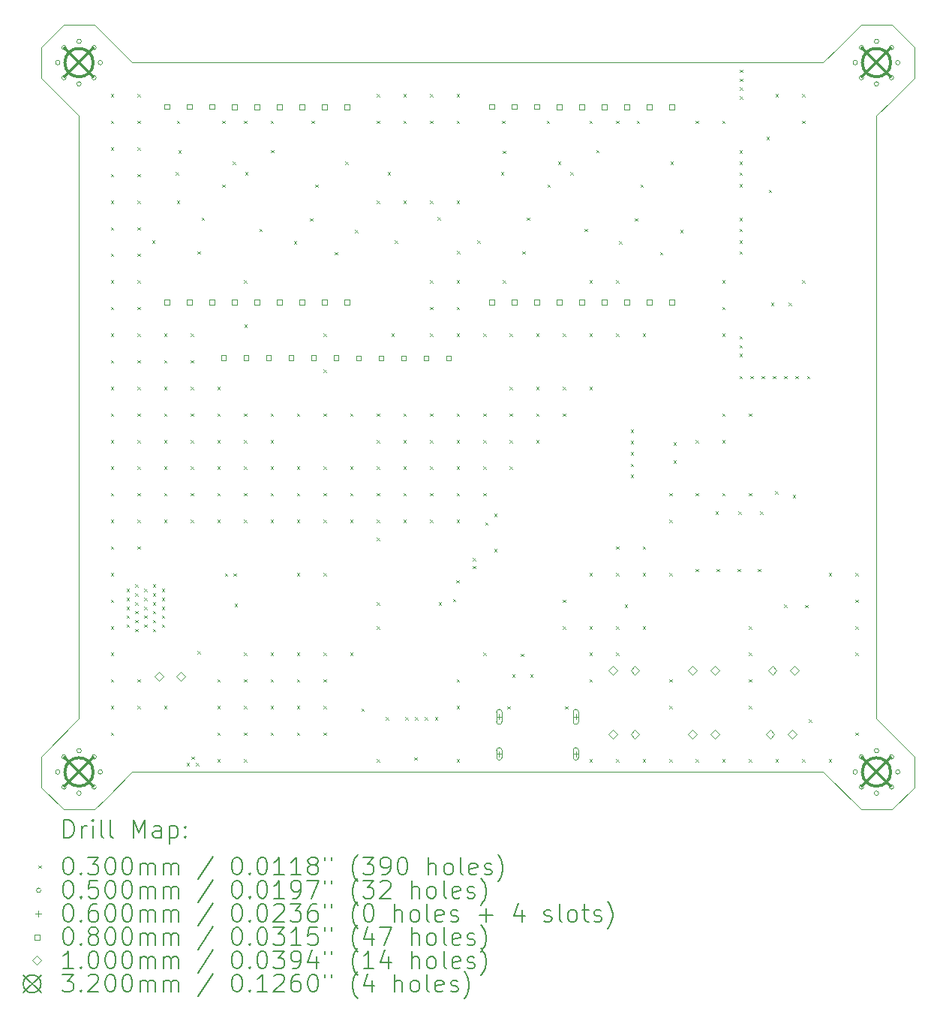
<source format=gbr>
%TF.GenerationSoftware,KiCad,Pcbnew,8.0.4*%
%TF.CreationDate,2024-11-10T19:38:01+01:00*%
%TF.ProjectId,SchrackCounter,53636872-6163-46b4-936f-756e7465722e,v0.0.4*%
%TF.SameCoordinates,Original*%
%TF.FileFunction,Drillmap*%
%TF.FilePolarity,Positive*%
%FSLAX45Y45*%
G04 Gerber Fmt 4.5, Leading zero omitted, Abs format (unit mm)*
G04 Created by KiCad (PCBNEW 8.0.4) date 2024-11-10 19:38:01*
%MOMM*%
%LPD*%
G01*
G04 APERTURE LIST*
%ADD10C,0.100000*%
%ADD11C,0.200000*%
%ADD12C,0.320000*%
G04 APERTURE END LIST*
D10*
X15625000Y-5333000D02*
X15275000Y-5333000D01*
X15025000Y-5583000D02*
X15275000Y-5333000D01*
X15750000Y-14058000D02*
X16050000Y-13758000D01*
X24875000Y-13933000D02*
X24875000Y-13583000D01*
X15275000Y-14183000D02*
X15025000Y-13933000D01*
X16200000Y-5758000D02*
X23850000Y-5758000D01*
X24450000Y-5333000D02*
X24625000Y-5333000D01*
X24750000Y-13458000D02*
X24875000Y-13583000D01*
X24025000Y-5583000D02*
X23850000Y-5758000D01*
X15150000Y-6058000D02*
X15025000Y-5933000D01*
X15025000Y-13583000D02*
X15450000Y-13158000D01*
X15275000Y-14183000D02*
X15625000Y-14183000D01*
X24750000Y-13458000D02*
X24450000Y-13158000D01*
X24450000Y-6358000D02*
X24450000Y-13158000D01*
X15150000Y-6058000D02*
X15450000Y-6358000D01*
X24875000Y-5583000D02*
X24875000Y-5933000D01*
X24275000Y-14183000D02*
X24625000Y-14183000D01*
X15450000Y-13158000D02*
X15450000Y-6358000D01*
X24625000Y-5333000D02*
X24875000Y-5583000D01*
X15025000Y-13583000D02*
X15025000Y-13933000D01*
X15750000Y-14058000D02*
X15625000Y-14183000D01*
X16200000Y-5758000D02*
X16050000Y-5758000D01*
X15025000Y-5583000D02*
X15025000Y-5933000D01*
X24875000Y-13933000D02*
X24625000Y-14183000D01*
X24450000Y-5333000D02*
X24275000Y-5333000D01*
X24875000Y-5933000D02*
X24625000Y-6183000D01*
X24625000Y-6183000D02*
X24450000Y-6358000D01*
X24275000Y-5333000D02*
X24025000Y-5583000D01*
X15625000Y-5333000D02*
X16050000Y-5758000D01*
X24275000Y-14183000D02*
X23850000Y-13758000D01*
X16050000Y-13758000D02*
X23850000Y-13758000D01*
D11*
D10*
X15810500Y-6113385D02*
X15840500Y-6143385D01*
X15840500Y-6113385D02*
X15810500Y-6143385D01*
X15810500Y-6413385D02*
X15840500Y-6443385D01*
X15840500Y-6413385D02*
X15810500Y-6443385D01*
X15810500Y-6713385D02*
X15840500Y-6743385D01*
X15840500Y-6713385D02*
X15810500Y-6743385D01*
X15810500Y-7013385D02*
X15840500Y-7043385D01*
X15840500Y-7013385D02*
X15810500Y-7043385D01*
X15810500Y-7313385D02*
X15840500Y-7343385D01*
X15840500Y-7313385D02*
X15810500Y-7343385D01*
X15810500Y-7613385D02*
X15840500Y-7643385D01*
X15840500Y-7613385D02*
X15810500Y-7643385D01*
X15810500Y-7913385D02*
X15840500Y-7943385D01*
X15840500Y-7913385D02*
X15810500Y-7943385D01*
X15810500Y-8213385D02*
X15840500Y-8243385D01*
X15840500Y-8213385D02*
X15810500Y-8243385D01*
X15810500Y-8513385D02*
X15840500Y-8543385D01*
X15840500Y-8513385D02*
X15810500Y-8543385D01*
X15810500Y-8813385D02*
X15840500Y-8843385D01*
X15840500Y-8813385D02*
X15810500Y-8843385D01*
X15810500Y-9113385D02*
X15840500Y-9143385D01*
X15840500Y-9113385D02*
X15810500Y-9143385D01*
X15810500Y-9413385D02*
X15840500Y-9443385D01*
X15840500Y-9413385D02*
X15810500Y-9443385D01*
X15810500Y-9713385D02*
X15840500Y-9743385D01*
X15840500Y-9713385D02*
X15810500Y-9743385D01*
X15810500Y-10013385D02*
X15840500Y-10043385D01*
X15840500Y-10013385D02*
X15810500Y-10043385D01*
X15810500Y-10313385D02*
X15840500Y-10343385D01*
X15840500Y-10313385D02*
X15810500Y-10343385D01*
X15810500Y-10613385D02*
X15840500Y-10643385D01*
X15840500Y-10613385D02*
X15810500Y-10643385D01*
X15810500Y-10913385D02*
X15840500Y-10943385D01*
X15840500Y-10913385D02*
X15810500Y-10943385D01*
X15810500Y-11213385D02*
X15840500Y-11243385D01*
X15840500Y-11213385D02*
X15810500Y-11243385D01*
X15810500Y-11513385D02*
X15840500Y-11543385D01*
X15840500Y-11513385D02*
X15810500Y-11543385D01*
X15810500Y-11813385D02*
X15840500Y-11843385D01*
X15840500Y-11813385D02*
X15810500Y-11843385D01*
X15810500Y-12113385D02*
X15840500Y-12143385D01*
X15840500Y-12113385D02*
X15810500Y-12143385D01*
X15810500Y-12413385D02*
X15840500Y-12443385D01*
X15840500Y-12413385D02*
X15810500Y-12443385D01*
X15810500Y-12713385D02*
X15840500Y-12743385D01*
X15840500Y-12713385D02*
X15810500Y-12743385D01*
X15810500Y-13013385D02*
X15840500Y-13043385D01*
X15840500Y-13013385D02*
X15810500Y-13043385D01*
X15810500Y-13313385D02*
X15840500Y-13343385D01*
X15840500Y-13313385D02*
X15810500Y-13343385D01*
X15985000Y-11693000D02*
X16015000Y-11723000D01*
X16015000Y-11693000D02*
X15985000Y-11723000D01*
X15985000Y-11793000D02*
X16015000Y-11823000D01*
X16015000Y-11793000D02*
X15985000Y-11823000D01*
X15985000Y-11893000D02*
X16015000Y-11923000D01*
X16015000Y-11893000D02*
X15985000Y-11923000D01*
X15985000Y-11993000D02*
X16015000Y-12023000D01*
X16015000Y-11993000D02*
X15985000Y-12023000D01*
X15985000Y-12093000D02*
X16015000Y-12123000D01*
X16015000Y-12093000D02*
X15985000Y-12123000D01*
X16085000Y-11643000D02*
X16115000Y-11673000D01*
X16115000Y-11643000D02*
X16085000Y-11673000D01*
X16085000Y-11743000D02*
X16115000Y-11773000D01*
X16115000Y-11743000D02*
X16085000Y-11773000D01*
X16085000Y-11843000D02*
X16115000Y-11873000D01*
X16115000Y-11843000D02*
X16085000Y-11873000D01*
X16085000Y-11943000D02*
X16115000Y-11973000D01*
X16115000Y-11943000D02*
X16085000Y-11973000D01*
X16085000Y-12043000D02*
X16115000Y-12073000D01*
X16115000Y-12043000D02*
X16085000Y-12073000D01*
X16085000Y-12143000D02*
X16115000Y-12173000D01*
X16115000Y-12143000D02*
X16085000Y-12173000D01*
X16110500Y-6113385D02*
X16140500Y-6143385D01*
X16140500Y-6113385D02*
X16110500Y-6143385D01*
X16110500Y-6413385D02*
X16140500Y-6443385D01*
X16140500Y-6413385D02*
X16110500Y-6443385D01*
X16110500Y-6713385D02*
X16140500Y-6743385D01*
X16140500Y-6713385D02*
X16110500Y-6743385D01*
X16110500Y-7013385D02*
X16140500Y-7043385D01*
X16140500Y-7013385D02*
X16110500Y-7043385D01*
X16110500Y-7313385D02*
X16140500Y-7343385D01*
X16140500Y-7313385D02*
X16110500Y-7343385D01*
X16110500Y-7613385D02*
X16140500Y-7643385D01*
X16140500Y-7613385D02*
X16110500Y-7643385D01*
X16110500Y-7913385D02*
X16140500Y-7943385D01*
X16140500Y-7913385D02*
X16110500Y-7943385D01*
X16110500Y-8213385D02*
X16140500Y-8243385D01*
X16140500Y-8213385D02*
X16110500Y-8243385D01*
X16110500Y-8513385D02*
X16140500Y-8543385D01*
X16140500Y-8513385D02*
X16110500Y-8543385D01*
X16110500Y-8813385D02*
X16140500Y-8843385D01*
X16140500Y-8813385D02*
X16110500Y-8843385D01*
X16110500Y-9113385D02*
X16140500Y-9143385D01*
X16140500Y-9113385D02*
X16110500Y-9143385D01*
X16110500Y-9413385D02*
X16140500Y-9443385D01*
X16140500Y-9413385D02*
X16110500Y-9443385D01*
X16110500Y-9713385D02*
X16140500Y-9743385D01*
X16140500Y-9713385D02*
X16110500Y-9743385D01*
X16110500Y-10013385D02*
X16140500Y-10043385D01*
X16140500Y-10013385D02*
X16110500Y-10043385D01*
X16110500Y-10313385D02*
X16140500Y-10343385D01*
X16140500Y-10313385D02*
X16110500Y-10343385D01*
X16110500Y-10613385D02*
X16140500Y-10643385D01*
X16140500Y-10613385D02*
X16110500Y-10643385D01*
X16110500Y-10913385D02*
X16140500Y-10943385D01*
X16140500Y-10913385D02*
X16110500Y-10943385D01*
X16110500Y-11213385D02*
X16140500Y-11243385D01*
X16140500Y-11213385D02*
X16110500Y-11243385D01*
X16110500Y-12713385D02*
X16140500Y-12743385D01*
X16140500Y-12713385D02*
X16110500Y-12743385D01*
X16110500Y-13013385D02*
X16140500Y-13043385D01*
X16140500Y-13013385D02*
X16110500Y-13043385D01*
X16185000Y-11693000D02*
X16215000Y-11723000D01*
X16215000Y-11693000D02*
X16185000Y-11723000D01*
X16185000Y-11793000D02*
X16215000Y-11823000D01*
X16215000Y-11793000D02*
X16185000Y-11823000D01*
X16185000Y-11893000D02*
X16215000Y-11923000D01*
X16215000Y-11893000D02*
X16185000Y-11923000D01*
X16185000Y-11993000D02*
X16215000Y-12023000D01*
X16215000Y-11993000D02*
X16185000Y-12023000D01*
X16185000Y-12093000D02*
X16215000Y-12123000D01*
X16215000Y-12093000D02*
X16185000Y-12123000D01*
X16275000Y-7763000D02*
X16305000Y-7793000D01*
X16305000Y-7763000D02*
X16275000Y-7793000D01*
X16285000Y-11643000D02*
X16315000Y-11673000D01*
X16315000Y-11643000D02*
X16285000Y-11673000D01*
X16285000Y-11743000D02*
X16315000Y-11773000D01*
X16315000Y-11743000D02*
X16285000Y-11773000D01*
X16285000Y-11843000D02*
X16315000Y-11873000D01*
X16315000Y-11843000D02*
X16285000Y-11873000D01*
X16285000Y-11943000D02*
X16315000Y-11973000D01*
X16315000Y-11943000D02*
X16285000Y-11973000D01*
X16285000Y-12043000D02*
X16315000Y-12073000D01*
X16315000Y-12043000D02*
X16285000Y-12073000D01*
X16285000Y-12143000D02*
X16315000Y-12173000D01*
X16315000Y-12143000D02*
X16285000Y-12173000D01*
X16385000Y-11693000D02*
X16415000Y-11723000D01*
X16415000Y-11693000D02*
X16385000Y-11723000D01*
X16385000Y-11793000D02*
X16415000Y-11823000D01*
X16415000Y-11793000D02*
X16385000Y-11823000D01*
X16385000Y-11893000D02*
X16415000Y-11923000D01*
X16415000Y-11893000D02*
X16385000Y-11923000D01*
X16385000Y-11993000D02*
X16415000Y-12023000D01*
X16415000Y-11993000D02*
X16385000Y-12023000D01*
X16385000Y-12093000D02*
X16415000Y-12123000D01*
X16415000Y-12093000D02*
X16385000Y-12123000D01*
X16410500Y-8813385D02*
X16440500Y-8843385D01*
X16440500Y-8813385D02*
X16410500Y-8843385D01*
X16410500Y-9113385D02*
X16440500Y-9143385D01*
X16440500Y-9113385D02*
X16410500Y-9143385D01*
X16410500Y-9413385D02*
X16440500Y-9443385D01*
X16440500Y-9413385D02*
X16410500Y-9443385D01*
X16410500Y-9713385D02*
X16440500Y-9743385D01*
X16440500Y-9713385D02*
X16410500Y-9743385D01*
X16410500Y-10013385D02*
X16440500Y-10043385D01*
X16440500Y-10013385D02*
X16410500Y-10043385D01*
X16410500Y-10313385D02*
X16440500Y-10343385D01*
X16440500Y-10313385D02*
X16410500Y-10343385D01*
X16410500Y-10613385D02*
X16440500Y-10643385D01*
X16440500Y-10613385D02*
X16410500Y-10643385D01*
X16410500Y-10913385D02*
X16440500Y-10943385D01*
X16440500Y-10913385D02*
X16410500Y-10943385D01*
X16410500Y-13013385D02*
X16440500Y-13043385D01*
X16440500Y-13013385D02*
X16410500Y-13043385D01*
X16540000Y-6993000D02*
X16570000Y-7023000D01*
X16570000Y-6993000D02*
X16540000Y-7023000D01*
X16555000Y-6413000D02*
X16585000Y-6443000D01*
X16585000Y-6413000D02*
X16555000Y-6443000D01*
X16555000Y-7313000D02*
X16585000Y-7343000D01*
X16585000Y-7313000D02*
X16555000Y-7343000D01*
X16570000Y-6748000D02*
X16600000Y-6778000D01*
X16600000Y-6748000D02*
X16570000Y-6778000D01*
X16665000Y-13658000D02*
X16695000Y-13688000D01*
X16695000Y-13658000D02*
X16665000Y-13688000D01*
X16710500Y-8813385D02*
X16740500Y-8843385D01*
X16740500Y-8813385D02*
X16710500Y-8843385D01*
X16710500Y-9113385D02*
X16740500Y-9143385D01*
X16740500Y-9113385D02*
X16710500Y-9143385D01*
X16710500Y-9413385D02*
X16740500Y-9443385D01*
X16740500Y-9413385D02*
X16710500Y-9443385D01*
X16710500Y-9713385D02*
X16740500Y-9743385D01*
X16740500Y-9713385D02*
X16710500Y-9743385D01*
X16710500Y-10013385D02*
X16740500Y-10043385D01*
X16740500Y-10013385D02*
X16710500Y-10043385D01*
X16710500Y-10313385D02*
X16740500Y-10343385D01*
X16740500Y-10313385D02*
X16710500Y-10343385D01*
X16710500Y-10613385D02*
X16740500Y-10643385D01*
X16740500Y-10613385D02*
X16710500Y-10643385D01*
X16710500Y-10913385D02*
X16740500Y-10943385D01*
X16740500Y-10913385D02*
X16710500Y-10943385D01*
X16720000Y-13583000D02*
X16750000Y-13613000D01*
X16750000Y-13583000D02*
X16720000Y-13613000D01*
X16770000Y-13658000D02*
X16800000Y-13688000D01*
X16800000Y-13658000D02*
X16770000Y-13688000D01*
X16785000Y-7888000D02*
X16815000Y-7918000D01*
X16815000Y-7888000D02*
X16785000Y-7918000D01*
X16785000Y-12393000D02*
X16815000Y-12423000D01*
X16815000Y-12393000D02*
X16785000Y-12423000D01*
X16835000Y-7507000D02*
X16865000Y-7537000D01*
X16865000Y-7507000D02*
X16835000Y-7537000D01*
X17010500Y-9413385D02*
X17040500Y-9443385D01*
X17040500Y-9413385D02*
X17010500Y-9443385D01*
X17010500Y-9713385D02*
X17040500Y-9743385D01*
X17040500Y-9713385D02*
X17010500Y-9743385D01*
X17010500Y-10013385D02*
X17040500Y-10043385D01*
X17040500Y-10013385D02*
X17010500Y-10043385D01*
X17010500Y-10313385D02*
X17040500Y-10343385D01*
X17040500Y-10313385D02*
X17010500Y-10343385D01*
X17010500Y-10613385D02*
X17040500Y-10643385D01*
X17040500Y-10613385D02*
X17010500Y-10643385D01*
X17010500Y-10913385D02*
X17040500Y-10943385D01*
X17040500Y-10913385D02*
X17010500Y-10943385D01*
X17010500Y-12713385D02*
X17040500Y-12743385D01*
X17040500Y-12713385D02*
X17010500Y-12743385D01*
X17010500Y-13013385D02*
X17040500Y-13043385D01*
X17040500Y-13013385D02*
X17010500Y-13043385D01*
X17010500Y-13313385D02*
X17040500Y-13343385D01*
X17040500Y-13313385D02*
X17010500Y-13343385D01*
X17010500Y-13613385D02*
X17040500Y-13643385D01*
X17040500Y-13613385D02*
X17010500Y-13643385D01*
X17065000Y-6413000D02*
X17095000Y-6443000D01*
X17095000Y-6413000D02*
X17065000Y-6443000D01*
X17065000Y-7133000D02*
X17095000Y-7163000D01*
X17095000Y-7133000D02*
X17065000Y-7163000D01*
X17095000Y-11518000D02*
X17125000Y-11548000D01*
X17125000Y-11518000D02*
X17095000Y-11548000D01*
X17185000Y-6873000D02*
X17215000Y-6903000D01*
X17215000Y-6873000D02*
X17185000Y-6903000D01*
X17195000Y-11518000D02*
X17225000Y-11548000D01*
X17225000Y-11518000D02*
X17195000Y-11548000D01*
X17205000Y-11863000D02*
X17235000Y-11893000D01*
X17235000Y-11863000D02*
X17205000Y-11893000D01*
X17310500Y-6413385D02*
X17340500Y-6443385D01*
X17340500Y-6413385D02*
X17310500Y-6443385D01*
X17310500Y-8213385D02*
X17340500Y-8243385D01*
X17340500Y-8213385D02*
X17310500Y-8243385D01*
X17310500Y-9713385D02*
X17340500Y-9743385D01*
X17340500Y-9713385D02*
X17310500Y-9743385D01*
X17310500Y-10013385D02*
X17340500Y-10043385D01*
X17340500Y-10013385D02*
X17310500Y-10043385D01*
X17310500Y-10313385D02*
X17340500Y-10343385D01*
X17340500Y-10313385D02*
X17310500Y-10343385D01*
X17310500Y-10613385D02*
X17340500Y-10643385D01*
X17340500Y-10613385D02*
X17310500Y-10643385D01*
X17310500Y-10913385D02*
X17340500Y-10943385D01*
X17340500Y-10913385D02*
X17310500Y-10943385D01*
X17310500Y-12413385D02*
X17340500Y-12443385D01*
X17340500Y-12413385D02*
X17310500Y-12443385D01*
X17310500Y-12713385D02*
X17340500Y-12743385D01*
X17340500Y-12713385D02*
X17310500Y-12743385D01*
X17310500Y-13013385D02*
X17340500Y-13043385D01*
X17340500Y-13013385D02*
X17310500Y-13043385D01*
X17310500Y-13313385D02*
X17340500Y-13343385D01*
X17340500Y-13313385D02*
X17310500Y-13343385D01*
X17310500Y-13613385D02*
X17340500Y-13643385D01*
X17340500Y-13613385D02*
X17310500Y-13643385D01*
X17315000Y-8713000D02*
X17345000Y-8743000D01*
X17345000Y-8713000D02*
X17315000Y-8743000D01*
X17325000Y-6993000D02*
X17355000Y-7023000D01*
X17355000Y-6993000D02*
X17325000Y-7023000D01*
X17485000Y-7633000D02*
X17515000Y-7663000D01*
X17515000Y-7633000D02*
X17485000Y-7663000D01*
X17610500Y-6413385D02*
X17640500Y-6443385D01*
X17640500Y-6413385D02*
X17610500Y-6443385D01*
X17610500Y-9713385D02*
X17640500Y-9743385D01*
X17640500Y-9713385D02*
X17610500Y-9743385D01*
X17610500Y-10013385D02*
X17640500Y-10043385D01*
X17640500Y-10013385D02*
X17610500Y-10043385D01*
X17610500Y-10313385D02*
X17640500Y-10343385D01*
X17640500Y-10313385D02*
X17610500Y-10343385D01*
X17610500Y-10613385D02*
X17640500Y-10643385D01*
X17640500Y-10613385D02*
X17610500Y-10643385D01*
X17610500Y-10913385D02*
X17640500Y-10943385D01*
X17640500Y-10913385D02*
X17610500Y-10943385D01*
X17610500Y-12413385D02*
X17640500Y-12443385D01*
X17640500Y-12413385D02*
X17610500Y-12443385D01*
X17610500Y-12713385D02*
X17640500Y-12743385D01*
X17640500Y-12713385D02*
X17610500Y-12743385D01*
X17610500Y-13013385D02*
X17640500Y-13043385D01*
X17640500Y-13013385D02*
X17610500Y-13043385D01*
X17610500Y-13313385D02*
X17640500Y-13343385D01*
X17640500Y-13313385D02*
X17610500Y-13343385D01*
X17615000Y-6743000D02*
X17645000Y-6773000D01*
X17645000Y-6743000D02*
X17615000Y-6773000D01*
X17875000Y-7773000D02*
X17905000Y-7803000D01*
X17905000Y-7773000D02*
X17875000Y-7803000D01*
X17910000Y-12413000D02*
X17940000Y-12443000D01*
X17940000Y-12413000D02*
X17910000Y-12443000D01*
X17910000Y-12713000D02*
X17940000Y-12743000D01*
X17940000Y-12713000D02*
X17910000Y-12743000D01*
X17910500Y-9713385D02*
X17940500Y-9743385D01*
X17940500Y-9713385D02*
X17910500Y-9743385D01*
X17910500Y-10313385D02*
X17940500Y-10343385D01*
X17940500Y-10313385D02*
X17910500Y-10343385D01*
X17910500Y-10613385D02*
X17940500Y-10643385D01*
X17940500Y-10613385D02*
X17910500Y-10643385D01*
X17910500Y-10913385D02*
X17940500Y-10943385D01*
X17940500Y-10913385D02*
X17910500Y-10943385D01*
X17910500Y-11513385D02*
X17940500Y-11543385D01*
X17940500Y-11513385D02*
X17910500Y-11543385D01*
X17910500Y-13013385D02*
X17940500Y-13043385D01*
X17940500Y-13013385D02*
X17910500Y-13043385D01*
X17910500Y-13313385D02*
X17940500Y-13343385D01*
X17940500Y-13313385D02*
X17910500Y-13343385D01*
X18055000Y-7513000D02*
X18085000Y-7543000D01*
X18085000Y-7513000D02*
X18055000Y-7543000D01*
X18075000Y-6413000D02*
X18105000Y-6443000D01*
X18105000Y-6413000D02*
X18075000Y-6443000D01*
X18115000Y-7133000D02*
X18145000Y-7163000D01*
X18145000Y-7133000D02*
X18115000Y-7163000D01*
X18210000Y-9218000D02*
X18240000Y-9248000D01*
X18240000Y-9218000D02*
X18210000Y-9248000D01*
X18210000Y-12713000D02*
X18240000Y-12743000D01*
X18240000Y-12713000D02*
X18210000Y-12743000D01*
X18210000Y-13013000D02*
X18240000Y-13043000D01*
X18240000Y-13013000D02*
X18210000Y-13043000D01*
X18210500Y-8813385D02*
X18240500Y-8843385D01*
X18240500Y-8813385D02*
X18210500Y-8843385D01*
X18210500Y-9713385D02*
X18240500Y-9743385D01*
X18240500Y-9713385D02*
X18210500Y-9743385D01*
X18210500Y-10313385D02*
X18240500Y-10343385D01*
X18240500Y-10313385D02*
X18210500Y-10343385D01*
X18210500Y-10613385D02*
X18240500Y-10643385D01*
X18240500Y-10613385D02*
X18210500Y-10643385D01*
X18210500Y-10913385D02*
X18240500Y-10943385D01*
X18240500Y-10913385D02*
X18210500Y-10943385D01*
X18210500Y-11513385D02*
X18240500Y-11543385D01*
X18240500Y-11513385D02*
X18210500Y-11543385D01*
X18210500Y-12413385D02*
X18240500Y-12443385D01*
X18240500Y-12413385D02*
X18210500Y-12443385D01*
X18210500Y-13313385D02*
X18240500Y-13343385D01*
X18240500Y-13313385D02*
X18210500Y-13343385D01*
X18335000Y-7893000D02*
X18365000Y-7923000D01*
X18365000Y-7893000D02*
X18335000Y-7923000D01*
X18455000Y-6873000D02*
X18485000Y-6903000D01*
X18485000Y-6873000D02*
X18455000Y-6903000D01*
X18510500Y-9713385D02*
X18540500Y-9743385D01*
X18540500Y-9713385D02*
X18510500Y-9743385D01*
X18510500Y-10313385D02*
X18540500Y-10343385D01*
X18540500Y-10313385D02*
X18510500Y-10343385D01*
X18510500Y-10613385D02*
X18540500Y-10643385D01*
X18540500Y-10613385D02*
X18510500Y-10643385D01*
X18510500Y-10913385D02*
X18540500Y-10943385D01*
X18540500Y-10913385D02*
X18510500Y-10943385D01*
X18510500Y-12413385D02*
X18540500Y-12443385D01*
X18540500Y-12413385D02*
X18510500Y-12443385D01*
X18565000Y-7643000D02*
X18595000Y-7673000D01*
X18595000Y-7643000D02*
X18565000Y-7673000D01*
X18635000Y-13043000D02*
X18665000Y-13073000D01*
X18665000Y-13043000D02*
X18635000Y-13073000D01*
X18810000Y-11118000D02*
X18840000Y-11148000D01*
X18840000Y-11118000D02*
X18810000Y-11148000D01*
X18810000Y-11843000D02*
X18840000Y-11873000D01*
X18840000Y-11843000D02*
X18810000Y-11873000D01*
X18810500Y-6113385D02*
X18840500Y-6143385D01*
X18840500Y-6113385D02*
X18810500Y-6143385D01*
X18810500Y-6413385D02*
X18840500Y-6443385D01*
X18840500Y-6413385D02*
X18810500Y-6443385D01*
X18810500Y-7313385D02*
X18840500Y-7343385D01*
X18840500Y-7313385D02*
X18810500Y-7343385D01*
X18810500Y-9713385D02*
X18840500Y-9743385D01*
X18840500Y-9713385D02*
X18810500Y-9743385D01*
X18810500Y-10013385D02*
X18840500Y-10043385D01*
X18840500Y-10013385D02*
X18810500Y-10043385D01*
X18810500Y-10313385D02*
X18840500Y-10343385D01*
X18840500Y-10313385D02*
X18810500Y-10343385D01*
X18810500Y-10613385D02*
X18840500Y-10643385D01*
X18840500Y-10613385D02*
X18810500Y-10643385D01*
X18810500Y-10913385D02*
X18840500Y-10943385D01*
X18840500Y-10913385D02*
X18810500Y-10943385D01*
X18810500Y-12113385D02*
X18840500Y-12143385D01*
X18840500Y-12113385D02*
X18810500Y-12143385D01*
X18810500Y-13613385D02*
X18840500Y-13643385D01*
X18840500Y-13613385D02*
X18810500Y-13643385D01*
X18912500Y-13139250D02*
X18942500Y-13169250D01*
X18942500Y-13139250D02*
X18912500Y-13169250D01*
X18935000Y-6993000D02*
X18965000Y-7023000D01*
X18965000Y-6993000D02*
X18935000Y-7023000D01*
X18975000Y-8813000D02*
X19005000Y-8843000D01*
X19005000Y-8813000D02*
X18975000Y-8843000D01*
X19015000Y-7763000D02*
X19045000Y-7793000D01*
X19045000Y-7763000D02*
X19015000Y-7793000D01*
X19110500Y-6113385D02*
X19140500Y-6143385D01*
X19140500Y-6113385D02*
X19110500Y-6143385D01*
X19110500Y-6413385D02*
X19140500Y-6443385D01*
X19140500Y-6413385D02*
X19110500Y-6443385D01*
X19110500Y-7313385D02*
X19140500Y-7343385D01*
X19140500Y-7313385D02*
X19110500Y-7343385D01*
X19110500Y-9713385D02*
X19140500Y-9743385D01*
X19140500Y-9713385D02*
X19110500Y-9743385D01*
X19110500Y-10013385D02*
X19140500Y-10043385D01*
X19140500Y-10013385D02*
X19110500Y-10043385D01*
X19110500Y-10313385D02*
X19140500Y-10343385D01*
X19140500Y-10313385D02*
X19110500Y-10343385D01*
X19110500Y-10613385D02*
X19140500Y-10643385D01*
X19140500Y-10613385D02*
X19110500Y-10643385D01*
X19110500Y-10913385D02*
X19140500Y-10943385D01*
X19140500Y-10913385D02*
X19110500Y-10943385D01*
X19132500Y-13139250D02*
X19162500Y-13169250D01*
X19162500Y-13139250D02*
X19132500Y-13169250D01*
X19235000Y-13593000D02*
X19265000Y-13623000D01*
X19265000Y-13593000D02*
X19235000Y-13623000D01*
X19240000Y-13139250D02*
X19270000Y-13169250D01*
X19270000Y-13139250D02*
X19240000Y-13169250D01*
X19350000Y-13139250D02*
X19380000Y-13169250D01*
X19380000Y-13139250D02*
X19350000Y-13169250D01*
X19410500Y-6113385D02*
X19440500Y-6143385D01*
X19440500Y-6113385D02*
X19410500Y-6143385D01*
X19410500Y-6413385D02*
X19440500Y-6443385D01*
X19440500Y-6413385D02*
X19410500Y-6443385D01*
X19410500Y-7313385D02*
X19440500Y-7343385D01*
X19440500Y-7313385D02*
X19410500Y-7343385D01*
X19410500Y-8213385D02*
X19440500Y-8243385D01*
X19440500Y-8213385D02*
X19410500Y-8243385D01*
X19410500Y-8513385D02*
X19440500Y-8543385D01*
X19440500Y-8513385D02*
X19410500Y-8543385D01*
X19410500Y-8813385D02*
X19440500Y-8843385D01*
X19440500Y-8813385D02*
X19410500Y-8843385D01*
X19410500Y-9713385D02*
X19440500Y-9743385D01*
X19440500Y-9713385D02*
X19410500Y-9743385D01*
X19410500Y-10013385D02*
X19440500Y-10043385D01*
X19440500Y-10013385D02*
X19410500Y-10043385D01*
X19410500Y-10313385D02*
X19440500Y-10343385D01*
X19440500Y-10313385D02*
X19410500Y-10343385D01*
X19410500Y-10613385D02*
X19440500Y-10643385D01*
X19440500Y-10613385D02*
X19410500Y-10643385D01*
X19410500Y-10913385D02*
X19440500Y-10943385D01*
X19440500Y-10913385D02*
X19410500Y-10943385D01*
X19465000Y-13139250D02*
X19495000Y-13169250D01*
X19495000Y-13139250D02*
X19465000Y-13169250D01*
X19495000Y-7503000D02*
X19525000Y-7533000D01*
X19525000Y-7503000D02*
X19495000Y-7533000D01*
X19510000Y-11843000D02*
X19540000Y-11873000D01*
X19540000Y-11843000D02*
X19510000Y-11873000D01*
X19671020Y-11806520D02*
X19701020Y-11836520D01*
X19701020Y-11806520D02*
X19671020Y-11836520D01*
X19710000Y-11593000D02*
X19740000Y-11623000D01*
X19740000Y-11593000D02*
X19710000Y-11623000D01*
X19710500Y-6113385D02*
X19740500Y-6143385D01*
X19740500Y-6113385D02*
X19710500Y-6143385D01*
X19710500Y-6413385D02*
X19740500Y-6443385D01*
X19740500Y-6413385D02*
X19710500Y-6443385D01*
X19710500Y-7313385D02*
X19740500Y-7343385D01*
X19740500Y-7313385D02*
X19710500Y-7343385D01*
X19710500Y-8213385D02*
X19740500Y-8243385D01*
X19740500Y-8213385D02*
X19710500Y-8243385D01*
X19710500Y-8513385D02*
X19740500Y-8543385D01*
X19740500Y-8513385D02*
X19710500Y-8543385D01*
X19710500Y-8813385D02*
X19740500Y-8843385D01*
X19740500Y-8813385D02*
X19710500Y-8843385D01*
X19710500Y-9713385D02*
X19740500Y-9743385D01*
X19740500Y-9713385D02*
X19710500Y-9743385D01*
X19710500Y-10013385D02*
X19740500Y-10043385D01*
X19740500Y-10013385D02*
X19710500Y-10043385D01*
X19710500Y-10313385D02*
X19740500Y-10343385D01*
X19740500Y-10313385D02*
X19710500Y-10343385D01*
X19710500Y-10613385D02*
X19740500Y-10643385D01*
X19740500Y-10613385D02*
X19710500Y-10643385D01*
X19710500Y-10913385D02*
X19740500Y-10943385D01*
X19740500Y-10913385D02*
X19710500Y-10943385D01*
X19710500Y-12713385D02*
X19740500Y-12743385D01*
X19740500Y-12713385D02*
X19710500Y-12743385D01*
X19710500Y-13013385D02*
X19740500Y-13043385D01*
X19740500Y-13013385D02*
X19710500Y-13043385D01*
X19710500Y-13613385D02*
X19740500Y-13643385D01*
X19740500Y-13613385D02*
X19710500Y-13643385D01*
X19715000Y-7883000D02*
X19745000Y-7913000D01*
X19745000Y-7883000D02*
X19715000Y-7913000D01*
X19895000Y-11343000D02*
X19925000Y-11373000D01*
X19925000Y-11343000D02*
X19895000Y-11373000D01*
X19895000Y-11433000D02*
X19925000Y-11463000D01*
X19925000Y-11433000D02*
X19895000Y-11463000D01*
X19945000Y-7763000D02*
X19975000Y-7793000D01*
X19975000Y-7763000D02*
X19945000Y-7793000D01*
X20010500Y-8813385D02*
X20040500Y-8843385D01*
X20040500Y-8813385D02*
X20010500Y-8843385D01*
X20010500Y-9713385D02*
X20040500Y-9743385D01*
X20040500Y-9713385D02*
X20010500Y-9743385D01*
X20010500Y-10013385D02*
X20040500Y-10043385D01*
X20040500Y-10013385D02*
X20010500Y-10043385D01*
X20010500Y-10313385D02*
X20040500Y-10343385D01*
X20040500Y-10313385D02*
X20010500Y-10343385D01*
X20010500Y-10613385D02*
X20040500Y-10643385D01*
X20040500Y-10613385D02*
X20010500Y-10643385D01*
X20010500Y-12413385D02*
X20040500Y-12443385D01*
X20040500Y-12413385D02*
X20010500Y-12443385D01*
X20035000Y-10943000D02*
X20065000Y-10973000D01*
X20065000Y-10943000D02*
X20035000Y-10973000D01*
X20135000Y-10843000D02*
X20165000Y-10873000D01*
X20165000Y-10843000D02*
X20135000Y-10873000D01*
X20135000Y-11243000D02*
X20165000Y-11273000D01*
X20165000Y-11243000D02*
X20135000Y-11273000D01*
X20210000Y-6993000D02*
X20240000Y-7023000D01*
X20240000Y-6993000D02*
X20210000Y-7023000D01*
X20225000Y-6413000D02*
X20255000Y-6443000D01*
X20255000Y-6413000D02*
X20225000Y-6443000D01*
X20235000Y-6753000D02*
X20265000Y-6783000D01*
X20265000Y-6753000D02*
X20235000Y-6783000D01*
X20235000Y-8213000D02*
X20265000Y-8243000D01*
X20265000Y-8213000D02*
X20235000Y-8243000D01*
X20285000Y-13018000D02*
X20315000Y-13048000D01*
X20315000Y-13018000D02*
X20285000Y-13048000D01*
X20310500Y-8813385D02*
X20340500Y-8843385D01*
X20340500Y-8813385D02*
X20310500Y-8843385D01*
X20310500Y-9413385D02*
X20340500Y-9443385D01*
X20340500Y-9413385D02*
X20310500Y-9443385D01*
X20310500Y-9713385D02*
X20340500Y-9743385D01*
X20340500Y-9713385D02*
X20310500Y-9743385D01*
X20310500Y-10013385D02*
X20340500Y-10043385D01*
X20340500Y-10013385D02*
X20310500Y-10043385D01*
X20310500Y-10313385D02*
X20340500Y-10343385D01*
X20340500Y-10313385D02*
X20310500Y-10343385D01*
X20340000Y-12659250D02*
X20370000Y-12689250D01*
X20370000Y-12659250D02*
X20340000Y-12689250D01*
X20435000Y-12423000D02*
X20465000Y-12453000D01*
X20465000Y-12423000D02*
X20435000Y-12453000D01*
X20455000Y-7888000D02*
X20485000Y-7918000D01*
X20485000Y-7888000D02*
X20455000Y-7918000D01*
X20505000Y-7507000D02*
X20535000Y-7537000D01*
X20535000Y-7507000D02*
X20505000Y-7537000D01*
X20540000Y-12659250D02*
X20570000Y-12689250D01*
X20570000Y-12659250D02*
X20540000Y-12689250D01*
X20610500Y-8813385D02*
X20640500Y-8843385D01*
X20640500Y-8813385D02*
X20610500Y-8843385D01*
X20610500Y-9413385D02*
X20640500Y-9443385D01*
X20640500Y-9413385D02*
X20610500Y-9443385D01*
X20610500Y-9713385D02*
X20640500Y-9743385D01*
X20640500Y-9713385D02*
X20610500Y-9743385D01*
X20610500Y-10013385D02*
X20640500Y-10043385D01*
X20640500Y-10013385D02*
X20610500Y-10043385D01*
X20730000Y-6413000D02*
X20760000Y-6443000D01*
X20760000Y-6413000D02*
X20730000Y-6443000D01*
X20735000Y-7133000D02*
X20765000Y-7163000D01*
X20765000Y-7133000D02*
X20735000Y-7163000D01*
X20855000Y-6873000D02*
X20885000Y-6903000D01*
X20885000Y-6873000D02*
X20855000Y-6903000D01*
X20910500Y-8813385D02*
X20940500Y-8843385D01*
X20940500Y-8813385D02*
X20910500Y-8843385D01*
X20910500Y-9413385D02*
X20940500Y-9443385D01*
X20940500Y-9413385D02*
X20910500Y-9443385D01*
X20910500Y-9713385D02*
X20940500Y-9743385D01*
X20940500Y-9713385D02*
X20910500Y-9743385D01*
X20910500Y-11813385D02*
X20940500Y-11843385D01*
X20940500Y-11813385D02*
X20910500Y-11843385D01*
X20910500Y-12113385D02*
X20940500Y-12143385D01*
X20940500Y-12113385D02*
X20910500Y-12143385D01*
X20935000Y-13018000D02*
X20965000Y-13048000D01*
X20965000Y-13018000D02*
X20935000Y-13048000D01*
X20995000Y-6993000D02*
X21025000Y-7023000D01*
X21025000Y-6993000D02*
X20995000Y-7023000D01*
X21155000Y-7633000D02*
X21185000Y-7663000D01*
X21185000Y-7633000D02*
X21155000Y-7663000D01*
X21210500Y-6413385D02*
X21240500Y-6443385D01*
X21240500Y-6413385D02*
X21210500Y-6443385D01*
X21210500Y-8213385D02*
X21240500Y-8243385D01*
X21240500Y-8213385D02*
X21210500Y-8243385D01*
X21210500Y-8813385D02*
X21240500Y-8843385D01*
X21240500Y-8813385D02*
X21210500Y-8843385D01*
X21210500Y-9413385D02*
X21240500Y-9443385D01*
X21240500Y-9413385D02*
X21210500Y-9443385D01*
X21210500Y-11513385D02*
X21240500Y-11543385D01*
X21240500Y-11513385D02*
X21210500Y-11543385D01*
X21210500Y-12113385D02*
X21240500Y-12143385D01*
X21240500Y-12113385D02*
X21210500Y-12143385D01*
X21210500Y-12413385D02*
X21240500Y-12443385D01*
X21240500Y-12413385D02*
X21210500Y-12443385D01*
X21210500Y-12713385D02*
X21240500Y-12743385D01*
X21240500Y-12713385D02*
X21210500Y-12743385D01*
X21210500Y-13613385D02*
X21240500Y-13643385D01*
X21240500Y-13613385D02*
X21210500Y-13643385D01*
X21285000Y-6743000D02*
X21315000Y-6773000D01*
X21315000Y-6743000D02*
X21285000Y-6773000D01*
X21510500Y-6413385D02*
X21540500Y-6443385D01*
X21540500Y-6413385D02*
X21510500Y-6443385D01*
X21510500Y-8213385D02*
X21540500Y-8243385D01*
X21540500Y-8213385D02*
X21510500Y-8243385D01*
X21510500Y-8813385D02*
X21540500Y-8843385D01*
X21540500Y-8813385D02*
X21510500Y-8843385D01*
X21510500Y-11213385D02*
X21540500Y-11243385D01*
X21540500Y-11213385D02*
X21510500Y-11243385D01*
X21510500Y-11513385D02*
X21540500Y-11543385D01*
X21540500Y-11513385D02*
X21510500Y-11543385D01*
X21510500Y-12113385D02*
X21540500Y-12143385D01*
X21540500Y-12113385D02*
X21510500Y-12143385D01*
X21510500Y-12413385D02*
X21540500Y-12443385D01*
X21540500Y-12413385D02*
X21510500Y-12443385D01*
X21510500Y-13613385D02*
X21540500Y-13643385D01*
X21540500Y-13613385D02*
X21510500Y-13643385D01*
X21545000Y-7773000D02*
X21575000Y-7803000D01*
X21575000Y-7773000D02*
X21545000Y-7803000D01*
X21610000Y-11868000D02*
X21640000Y-11898000D01*
X21640000Y-11868000D02*
X21610000Y-11898000D01*
X21675000Y-9898000D02*
X21705000Y-9928000D01*
X21705000Y-9898000D02*
X21675000Y-9928000D01*
X21675000Y-10023000D02*
X21705000Y-10053000D01*
X21705000Y-10023000D02*
X21675000Y-10053000D01*
X21675000Y-10153000D02*
X21705000Y-10183000D01*
X21705000Y-10153000D02*
X21675000Y-10183000D01*
X21675000Y-10283000D02*
X21705000Y-10313000D01*
X21705000Y-10283000D02*
X21675000Y-10313000D01*
X21675000Y-10403000D02*
X21705000Y-10433000D01*
X21705000Y-10403000D02*
X21675000Y-10433000D01*
X21725000Y-7513000D02*
X21755000Y-7543000D01*
X21755000Y-7513000D02*
X21725000Y-7543000D01*
X21745000Y-6413000D02*
X21775000Y-6443000D01*
X21775000Y-6413000D02*
X21745000Y-6443000D01*
X21785000Y-7133000D02*
X21815000Y-7163000D01*
X21815000Y-7133000D02*
X21785000Y-7163000D01*
X21810500Y-8813385D02*
X21840500Y-8843385D01*
X21840500Y-8813385D02*
X21810500Y-8843385D01*
X21810500Y-11213385D02*
X21840500Y-11243385D01*
X21840500Y-11213385D02*
X21810500Y-11243385D01*
X21810500Y-11513385D02*
X21840500Y-11543385D01*
X21840500Y-11513385D02*
X21810500Y-11543385D01*
X21810500Y-12113385D02*
X21840500Y-12143385D01*
X21840500Y-12113385D02*
X21810500Y-12143385D01*
X21810500Y-13613385D02*
X21840500Y-13643385D01*
X21840500Y-13613385D02*
X21810500Y-13643385D01*
X22005000Y-7893000D02*
X22035000Y-7923000D01*
X22035000Y-7893000D02*
X22005000Y-7923000D01*
X22110500Y-10613385D02*
X22140500Y-10643385D01*
X22140500Y-10613385D02*
X22110500Y-10643385D01*
X22110500Y-10913385D02*
X22140500Y-10943385D01*
X22140500Y-10913385D02*
X22110500Y-10943385D01*
X22110500Y-11513385D02*
X22140500Y-11543385D01*
X22140500Y-11513385D02*
X22110500Y-11543385D01*
X22110500Y-12713385D02*
X22140500Y-12743385D01*
X22140500Y-12713385D02*
X22110500Y-12743385D01*
X22110500Y-13013385D02*
X22140500Y-13043385D01*
X22140500Y-13013385D02*
X22110500Y-13043385D01*
X22110500Y-13613385D02*
X22140500Y-13643385D01*
X22140500Y-13613385D02*
X22110500Y-13643385D01*
X22125000Y-6873000D02*
X22155000Y-6903000D01*
X22155000Y-6873000D02*
X22125000Y-6903000D01*
X22160000Y-10043000D02*
X22190000Y-10073000D01*
X22190000Y-10043000D02*
X22160000Y-10073000D01*
X22160000Y-10243000D02*
X22190000Y-10273000D01*
X22190000Y-10243000D02*
X22160000Y-10273000D01*
X22235000Y-7643000D02*
X22265000Y-7673000D01*
X22265000Y-7643000D02*
X22235000Y-7673000D01*
X22410000Y-11468000D02*
X22440000Y-11498000D01*
X22440000Y-11468000D02*
X22410000Y-11498000D01*
X22410500Y-6413385D02*
X22440500Y-6443385D01*
X22440500Y-6413385D02*
X22410500Y-6443385D01*
X22410500Y-10013385D02*
X22440500Y-10043385D01*
X22440500Y-10013385D02*
X22410500Y-10043385D01*
X22410500Y-10613385D02*
X22440500Y-10643385D01*
X22440500Y-10613385D02*
X22410500Y-10643385D01*
X22410500Y-13613385D02*
X22440500Y-13643385D01*
X22440500Y-13613385D02*
X22410500Y-13643385D01*
X22635000Y-10818000D02*
X22665000Y-10848000D01*
X22665000Y-10818000D02*
X22635000Y-10848000D01*
X22645000Y-11468000D02*
X22675000Y-11498000D01*
X22675000Y-11468000D02*
X22645000Y-11498000D01*
X22710500Y-6413385D02*
X22740500Y-6443385D01*
X22740500Y-6413385D02*
X22710500Y-6443385D01*
X22710500Y-8213385D02*
X22740500Y-8243385D01*
X22740500Y-8213385D02*
X22710500Y-8243385D01*
X22710500Y-8513385D02*
X22740500Y-8543385D01*
X22740500Y-8513385D02*
X22710500Y-8543385D01*
X22710500Y-8813385D02*
X22740500Y-8843385D01*
X22740500Y-8813385D02*
X22710500Y-8843385D01*
X22710500Y-9713385D02*
X22740500Y-9743385D01*
X22740500Y-9713385D02*
X22710500Y-9743385D01*
X22710500Y-10013385D02*
X22740500Y-10043385D01*
X22740500Y-10013385D02*
X22710500Y-10043385D01*
X22710500Y-10613385D02*
X22740500Y-10643385D01*
X22740500Y-10613385D02*
X22710500Y-10643385D01*
X22710500Y-13613385D02*
X22740500Y-13643385D01*
X22740500Y-13613385D02*
X22710500Y-13643385D01*
X22885000Y-11468000D02*
X22915000Y-11498000D01*
X22915000Y-11468000D02*
X22885000Y-11498000D01*
X22889730Y-10818000D02*
X22919730Y-10848000D01*
X22919730Y-10818000D02*
X22889730Y-10848000D01*
X22905000Y-6748000D02*
X22935000Y-6778000D01*
X22935000Y-6748000D02*
X22905000Y-6778000D01*
X22905000Y-6873000D02*
X22935000Y-6903000D01*
X22935000Y-6873000D02*
X22905000Y-6903000D01*
X22905000Y-6998000D02*
X22935000Y-7028000D01*
X22935000Y-6998000D02*
X22905000Y-7028000D01*
X22905000Y-7128000D02*
X22935000Y-7158000D01*
X22935000Y-7128000D02*
X22905000Y-7158000D01*
X22905000Y-7508000D02*
X22935000Y-7538000D01*
X22935000Y-7508000D02*
X22905000Y-7538000D01*
X22905000Y-7633000D02*
X22935000Y-7663000D01*
X22935000Y-7633000D02*
X22905000Y-7663000D01*
X22905000Y-7763000D02*
X22935000Y-7793000D01*
X22935000Y-7763000D02*
X22905000Y-7793000D01*
X22905000Y-7888000D02*
X22935000Y-7918000D01*
X22935000Y-7888000D02*
X22905000Y-7918000D01*
X22905000Y-8843000D02*
X22935000Y-8873000D01*
X22935000Y-8843000D02*
X22905000Y-8873000D01*
X22905000Y-8943000D02*
X22935000Y-8973000D01*
X22935000Y-8943000D02*
X22905000Y-8973000D01*
X22905000Y-9043000D02*
X22935000Y-9073000D01*
X22935000Y-9043000D02*
X22905000Y-9073000D01*
X22905000Y-9293000D02*
X22935000Y-9323000D01*
X22935000Y-9293000D02*
X22905000Y-9323000D01*
X22910000Y-5838000D02*
X22940000Y-5868000D01*
X22940000Y-5838000D02*
X22910000Y-5868000D01*
X22910000Y-5938000D02*
X22940000Y-5968000D01*
X22940000Y-5938000D02*
X22910000Y-5968000D01*
X22910000Y-6038000D02*
X22940000Y-6068000D01*
X22940000Y-6038000D02*
X22910000Y-6068000D01*
X22910000Y-6138000D02*
X22940000Y-6168000D01*
X22940000Y-6138000D02*
X22910000Y-6168000D01*
X23010500Y-9713385D02*
X23040500Y-9743385D01*
X23040500Y-9713385D02*
X23010500Y-9743385D01*
X23010500Y-10613385D02*
X23040500Y-10643385D01*
X23040500Y-10613385D02*
X23010500Y-10643385D01*
X23010500Y-12113385D02*
X23040500Y-12143385D01*
X23040500Y-12113385D02*
X23010500Y-12143385D01*
X23010500Y-12413385D02*
X23040500Y-12443385D01*
X23040500Y-12413385D02*
X23010500Y-12443385D01*
X23010500Y-12713385D02*
X23040500Y-12743385D01*
X23040500Y-12713385D02*
X23010500Y-12743385D01*
X23010500Y-13013385D02*
X23040500Y-13043385D01*
X23040500Y-13013385D02*
X23010500Y-13043385D01*
X23010500Y-13613385D02*
X23040500Y-13643385D01*
X23040500Y-13613385D02*
X23010500Y-13643385D01*
X23026000Y-9293000D02*
X23056000Y-9323000D01*
X23056000Y-9293000D02*
X23026000Y-9323000D01*
X23110000Y-11468000D02*
X23140000Y-11498000D01*
X23140000Y-11468000D02*
X23110000Y-11498000D01*
X23135000Y-10818000D02*
X23165000Y-10848000D01*
X23165000Y-10818000D02*
X23135000Y-10848000D01*
X23153000Y-9293000D02*
X23183000Y-9323000D01*
X23183000Y-9293000D02*
X23153000Y-9323000D01*
X23210000Y-6593000D02*
X23240000Y-6623000D01*
X23240000Y-6593000D02*
X23210000Y-6623000D01*
X23235000Y-7193000D02*
X23265000Y-7223000D01*
X23265000Y-7193000D02*
X23235000Y-7223000D01*
X23260000Y-8468000D02*
X23290000Y-8498000D01*
X23290000Y-8468000D02*
X23260000Y-8498000D01*
X23280000Y-9293000D02*
X23310000Y-9323000D01*
X23310000Y-9293000D02*
X23280000Y-9323000D01*
X23305000Y-10593000D02*
X23335000Y-10623000D01*
X23335000Y-10593000D02*
X23305000Y-10623000D01*
X23310500Y-6113385D02*
X23340500Y-6143385D01*
X23340500Y-6113385D02*
X23310500Y-6143385D01*
X23310500Y-13613385D02*
X23340500Y-13643385D01*
X23340500Y-13613385D02*
X23310500Y-13643385D01*
X23407000Y-9293000D02*
X23437000Y-9323000D01*
X23437000Y-9293000D02*
X23407000Y-9323000D01*
X23410000Y-11868000D02*
X23440000Y-11898000D01*
X23440000Y-11868000D02*
X23410000Y-11898000D01*
X23460000Y-8468000D02*
X23490000Y-8498000D01*
X23490000Y-8468000D02*
X23460000Y-8498000D01*
X23505000Y-10633000D02*
X23535000Y-10663000D01*
X23535000Y-10633000D02*
X23505000Y-10663000D01*
X23534000Y-9293000D02*
X23564000Y-9323000D01*
X23564000Y-9293000D02*
X23534000Y-9323000D01*
X23610500Y-6113385D02*
X23640500Y-6143385D01*
X23640500Y-6113385D02*
X23610500Y-6143385D01*
X23610500Y-6413385D02*
X23640500Y-6443385D01*
X23640500Y-6413385D02*
X23610500Y-6443385D01*
X23610500Y-8213385D02*
X23640500Y-8243385D01*
X23640500Y-8213385D02*
X23610500Y-8243385D01*
X23610500Y-13613385D02*
X23640500Y-13643385D01*
X23640500Y-13613385D02*
X23610500Y-13643385D01*
X23645000Y-11873000D02*
X23675000Y-11903000D01*
X23675000Y-11873000D02*
X23645000Y-11903000D01*
X23665000Y-9293000D02*
X23695000Y-9323000D01*
X23695000Y-9293000D02*
X23665000Y-9323000D01*
X23685000Y-13163000D02*
X23715000Y-13193000D01*
X23715000Y-13163000D02*
X23685000Y-13193000D01*
X23910500Y-11513385D02*
X23940500Y-11543385D01*
X23940500Y-11513385D02*
X23910500Y-11543385D01*
X23910500Y-13613385D02*
X23940500Y-13643385D01*
X23940500Y-13613385D02*
X23910500Y-13643385D01*
X24210500Y-11513385D02*
X24240500Y-11543385D01*
X24240500Y-11513385D02*
X24210500Y-11543385D01*
X24210500Y-11813385D02*
X24240500Y-11843385D01*
X24240500Y-11813385D02*
X24210500Y-11843385D01*
X24210500Y-12113385D02*
X24240500Y-12143385D01*
X24240500Y-12113385D02*
X24210500Y-12143385D01*
X24210500Y-12413385D02*
X24240500Y-12443385D01*
X24240500Y-12413385D02*
X24210500Y-12443385D01*
X24210500Y-13313385D02*
X24240500Y-13343385D01*
X24240500Y-13313385D02*
X24210500Y-13343385D01*
X15235000Y-5758000D02*
G75*
G02*
X15185000Y-5758000I-25000J0D01*
G01*
X15185000Y-5758000D02*
G75*
G02*
X15235000Y-5758000I25000J0D01*
G01*
X15235000Y-13758000D02*
G75*
G02*
X15185000Y-13758000I-25000J0D01*
G01*
X15185000Y-13758000D02*
G75*
G02*
X15235000Y-13758000I25000J0D01*
G01*
X15305294Y-5588294D02*
G75*
G02*
X15255294Y-5588294I-25000J0D01*
G01*
X15255294Y-5588294D02*
G75*
G02*
X15305294Y-5588294I25000J0D01*
G01*
X15305294Y-5927706D02*
G75*
G02*
X15255294Y-5927706I-25000J0D01*
G01*
X15255294Y-5927706D02*
G75*
G02*
X15305294Y-5927706I25000J0D01*
G01*
X15305294Y-13588294D02*
G75*
G02*
X15255294Y-13588294I-25000J0D01*
G01*
X15255294Y-13588294D02*
G75*
G02*
X15305294Y-13588294I25000J0D01*
G01*
X15305294Y-13927706D02*
G75*
G02*
X15255294Y-13927706I-25000J0D01*
G01*
X15255294Y-13927706D02*
G75*
G02*
X15305294Y-13927706I25000J0D01*
G01*
X15475000Y-5518000D02*
G75*
G02*
X15425000Y-5518000I-25000J0D01*
G01*
X15425000Y-5518000D02*
G75*
G02*
X15475000Y-5518000I25000J0D01*
G01*
X15475000Y-5998000D02*
G75*
G02*
X15425000Y-5998000I-25000J0D01*
G01*
X15425000Y-5998000D02*
G75*
G02*
X15475000Y-5998000I25000J0D01*
G01*
X15475000Y-13518000D02*
G75*
G02*
X15425000Y-13518000I-25000J0D01*
G01*
X15425000Y-13518000D02*
G75*
G02*
X15475000Y-13518000I25000J0D01*
G01*
X15475000Y-13998000D02*
G75*
G02*
X15425000Y-13998000I-25000J0D01*
G01*
X15425000Y-13998000D02*
G75*
G02*
X15475000Y-13998000I25000J0D01*
G01*
X15644706Y-5588294D02*
G75*
G02*
X15594706Y-5588294I-25000J0D01*
G01*
X15594706Y-5588294D02*
G75*
G02*
X15644706Y-5588294I25000J0D01*
G01*
X15644706Y-5927706D02*
G75*
G02*
X15594706Y-5927706I-25000J0D01*
G01*
X15594706Y-5927706D02*
G75*
G02*
X15644706Y-5927706I25000J0D01*
G01*
X15644706Y-13588294D02*
G75*
G02*
X15594706Y-13588294I-25000J0D01*
G01*
X15594706Y-13588294D02*
G75*
G02*
X15644706Y-13588294I25000J0D01*
G01*
X15644706Y-13927706D02*
G75*
G02*
X15594706Y-13927706I-25000J0D01*
G01*
X15594706Y-13927706D02*
G75*
G02*
X15644706Y-13927706I25000J0D01*
G01*
X15715000Y-5758000D02*
G75*
G02*
X15665000Y-5758000I-25000J0D01*
G01*
X15665000Y-5758000D02*
G75*
G02*
X15715000Y-5758000I25000J0D01*
G01*
X15715000Y-13758000D02*
G75*
G02*
X15665000Y-13758000I-25000J0D01*
G01*
X15665000Y-13758000D02*
G75*
G02*
X15715000Y-13758000I25000J0D01*
G01*
X24235000Y-5758000D02*
G75*
G02*
X24185000Y-5758000I-25000J0D01*
G01*
X24185000Y-5758000D02*
G75*
G02*
X24235000Y-5758000I25000J0D01*
G01*
X24235000Y-13758000D02*
G75*
G02*
X24185000Y-13758000I-25000J0D01*
G01*
X24185000Y-13758000D02*
G75*
G02*
X24235000Y-13758000I25000J0D01*
G01*
X24305294Y-5588294D02*
G75*
G02*
X24255294Y-5588294I-25000J0D01*
G01*
X24255294Y-5588294D02*
G75*
G02*
X24305294Y-5588294I25000J0D01*
G01*
X24305294Y-5927706D02*
G75*
G02*
X24255294Y-5927706I-25000J0D01*
G01*
X24255294Y-5927706D02*
G75*
G02*
X24305294Y-5927706I25000J0D01*
G01*
X24305294Y-13588294D02*
G75*
G02*
X24255294Y-13588294I-25000J0D01*
G01*
X24255294Y-13588294D02*
G75*
G02*
X24305294Y-13588294I25000J0D01*
G01*
X24305294Y-13927706D02*
G75*
G02*
X24255294Y-13927706I-25000J0D01*
G01*
X24255294Y-13927706D02*
G75*
G02*
X24305294Y-13927706I25000J0D01*
G01*
X24475000Y-5518000D02*
G75*
G02*
X24425000Y-5518000I-25000J0D01*
G01*
X24425000Y-5518000D02*
G75*
G02*
X24475000Y-5518000I25000J0D01*
G01*
X24475000Y-5998000D02*
G75*
G02*
X24425000Y-5998000I-25000J0D01*
G01*
X24425000Y-5998000D02*
G75*
G02*
X24475000Y-5998000I25000J0D01*
G01*
X24475000Y-13518000D02*
G75*
G02*
X24425000Y-13518000I-25000J0D01*
G01*
X24425000Y-13518000D02*
G75*
G02*
X24475000Y-13518000I25000J0D01*
G01*
X24475000Y-13998000D02*
G75*
G02*
X24425000Y-13998000I-25000J0D01*
G01*
X24425000Y-13998000D02*
G75*
G02*
X24475000Y-13998000I25000J0D01*
G01*
X24644706Y-5588294D02*
G75*
G02*
X24594706Y-5588294I-25000J0D01*
G01*
X24594706Y-5588294D02*
G75*
G02*
X24644706Y-5588294I25000J0D01*
G01*
X24644706Y-5927706D02*
G75*
G02*
X24594706Y-5927706I-25000J0D01*
G01*
X24594706Y-5927706D02*
G75*
G02*
X24644706Y-5927706I25000J0D01*
G01*
X24644706Y-13588294D02*
G75*
G02*
X24594706Y-13588294I-25000J0D01*
G01*
X24594706Y-13588294D02*
G75*
G02*
X24644706Y-13588294I25000J0D01*
G01*
X24644706Y-13927706D02*
G75*
G02*
X24594706Y-13927706I-25000J0D01*
G01*
X24594706Y-13927706D02*
G75*
G02*
X24644706Y-13927706I25000J0D01*
G01*
X24715000Y-5758000D02*
G75*
G02*
X24665000Y-5758000I-25000J0D01*
G01*
X24665000Y-5758000D02*
G75*
G02*
X24715000Y-5758000I25000J0D01*
G01*
X24715000Y-13758000D02*
G75*
G02*
X24665000Y-13758000I-25000J0D01*
G01*
X24665000Y-13758000D02*
G75*
G02*
X24715000Y-13758000I25000J0D01*
G01*
X20192500Y-13107250D02*
X20192500Y-13167250D01*
X20162500Y-13137250D02*
X20222500Y-13137250D01*
X20162500Y-13082250D02*
X20162500Y-13192250D01*
X20222500Y-13192250D02*
G75*
G02*
X20162500Y-13192250I-30000J0D01*
G01*
X20222500Y-13192250D02*
X20222500Y-13082250D01*
X20222500Y-13082250D02*
G75*
G03*
X20162500Y-13082250I-30000J0D01*
G01*
X20192500Y-13524250D02*
X20192500Y-13584250D01*
X20162500Y-13554250D02*
X20222500Y-13554250D01*
X20162500Y-13514250D02*
X20162500Y-13594250D01*
X20222500Y-13594250D02*
G75*
G02*
X20162500Y-13594250I-30000J0D01*
G01*
X20222500Y-13594250D02*
X20222500Y-13514250D01*
X20222500Y-13514250D02*
G75*
G03*
X20162500Y-13514250I-30000J0D01*
G01*
X21057500Y-13107250D02*
X21057500Y-13167250D01*
X21027500Y-13137250D02*
X21087500Y-13137250D01*
X21027500Y-13082250D02*
X21027500Y-13192250D01*
X21087500Y-13192250D02*
G75*
G02*
X21027500Y-13192250I-30000J0D01*
G01*
X21087500Y-13192250D02*
X21087500Y-13082250D01*
X21087500Y-13082250D02*
G75*
G03*
X21027500Y-13082250I-30000J0D01*
G01*
X21057500Y-13524250D02*
X21057500Y-13584250D01*
X21027500Y-13554250D02*
X21087500Y-13554250D01*
X21027500Y-13514250D02*
X21027500Y-13594250D01*
X21087500Y-13594250D02*
G75*
G02*
X21027500Y-13594250I-30000J0D01*
G01*
X21087500Y-13594250D02*
X21087500Y-13514250D01*
X21087500Y-13514250D02*
G75*
G03*
X21027500Y-13514250I-30000J0D01*
G01*
X16468284Y-6283284D02*
X16468284Y-6226715D01*
X16411715Y-6226715D01*
X16411715Y-6283284D01*
X16468284Y-6283284D01*
X16468284Y-8486285D02*
X16468284Y-8429716D01*
X16411715Y-8429716D01*
X16411715Y-8486285D01*
X16468284Y-8486285D01*
X16722284Y-6283284D02*
X16722284Y-6226715D01*
X16665715Y-6226715D01*
X16665715Y-6283284D01*
X16722284Y-6283284D01*
X16722284Y-8486285D02*
X16722284Y-8429716D01*
X16665715Y-8429716D01*
X16665715Y-8486285D01*
X16722284Y-8486285D01*
X16976285Y-6283284D02*
X16976285Y-6226715D01*
X16919716Y-6226715D01*
X16919716Y-6283284D01*
X16976285Y-6283284D01*
X16976285Y-8486285D02*
X16976285Y-8429716D01*
X16919716Y-8429716D01*
X16919716Y-8486285D01*
X16976285Y-8486285D01*
X17108285Y-9116285D02*
X17108285Y-9059716D01*
X17051716Y-9059716D01*
X17051716Y-9116285D01*
X17108285Y-9116285D01*
X17230285Y-6286284D02*
X17230285Y-6229715D01*
X17173716Y-6229715D01*
X17173716Y-6286284D01*
X17230285Y-6286284D01*
X17230285Y-8486285D02*
X17230285Y-8429716D01*
X17173716Y-8429716D01*
X17173716Y-8486285D01*
X17230285Y-8486285D01*
X17362285Y-9116285D02*
X17362285Y-9059716D01*
X17305716Y-9059716D01*
X17305716Y-9116285D01*
X17362285Y-9116285D01*
X17484285Y-6286284D02*
X17484285Y-6229715D01*
X17427716Y-6229715D01*
X17427716Y-6286284D01*
X17484285Y-6286284D01*
X17484285Y-8486285D02*
X17484285Y-8429716D01*
X17427716Y-8429716D01*
X17427716Y-8486285D01*
X17484285Y-8486285D01*
X17616285Y-9116285D02*
X17616285Y-9059716D01*
X17559716Y-9059716D01*
X17559716Y-9116285D01*
X17616285Y-9116285D01*
X17738285Y-6286284D02*
X17738285Y-6229715D01*
X17681716Y-6229715D01*
X17681716Y-6286284D01*
X17738285Y-6286284D01*
X17738285Y-8486285D02*
X17738285Y-8429716D01*
X17681716Y-8429716D01*
X17681716Y-8486285D01*
X17738285Y-8486285D01*
X17870285Y-9116285D02*
X17870285Y-9059716D01*
X17813716Y-9059716D01*
X17813716Y-9116285D01*
X17870285Y-9116285D01*
X17992285Y-6286284D02*
X17992285Y-6229715D01*
X17935716Y-6229715D01*
X17935716Y-6286284D01*
X17992285Y-6286284D01*
X17992285Y-8489285D02*
X17992285Y-8432716D01*
X17935716Y-8432716D01*
X17935716Y-8489285D01*
X17992285Y-8489285D01*
X18124285Y-9116285D02*
X18124285Y-9059716D01*
X18067716Y-9059716D01*
X18067716Y-9116285D01*
X18124285Y-9116285D01*
X18246285Y-6286284D02*
X18246285Y-6229715D01*
X18189716Y-6229715D01*
X18189716Y-6286284D01*
X18246285Y-6286284D01*
X18246285Y-8489285D02*
X18246285Y-8432716D01*
X18189716Y-8432716D01*
X18189716Y-8489285D01*
X18246285Y-8489285D01*
X18378285Y-9116285D02*
X18378285Y-9059716D01*
X18321716Y-9059716D01*
X18321716Y-9116285D01*
X18378285Y-9116285D01*
X18500285Y-6286284D02*
X18500285Y-6229715D01*
X18443716Y-6229715D01*
X18443716Y-6286284D01*
X18500285Y-6286284D01*
X18500285Y-8489285D02*
X18500285Y-8432716D01*
X18443716Y-8432716D01*
X18443716Y-8489285D01*
X18500285Y-8489285D01*
X18632285Y-9119285D02*
X18632285Y-9062716D01*
X18575716Y-9062716D01*
X18575716Y-9119285D01*
X18632285Y-9119285D01*
X18886285Y-9119285D02*
X18886285Y-9062716D01*
X18829716Y-9062716D01*
X18829716Y-9119285D01*
X18886285Y-9119285D01*
X19140285Y-9119285D02*
X19140285Y-9062716D01*
X19083716Y-9062716D01*
X19083716Y-9119285D01*
X19140285Y-9119285D01*
X19394285Y-9119285D02*
X19394285Y-9062716D01*
X19337716Y-9062716D01*
X19337716Y-9119285D01*
X19394285Y-9119285D01*
X19648285Y-9119285D02*
X19648285Y-9062716D01*
X19591716Y-9062716D01*
X19591716Y-9119285D01*
X19648285Y-9119285D01*
X20138285Y-6283284D02*
X20138285Y-6226715D01*
X20081716Y-6226715D01*
X20081716Y-6283284D01*
X20138285Y-6283284D01*
X20138285Y-8486285D02*
X20138285Y-8429716D01*
X20081716Y-8429716D01*
X20081716Y-8486285D01*
X20138285Y-8486285D01*
X20392285Y-6283284D02*
X20392285Y-6226715D01*
X20335716Y-6226715D01*
X20335716Y-6283284D01*
X20392285Y-6283284D01*
X20392285Y-8486285D02*
X20392285Y-8429716D01*
X20335716Y-8429716D01*
X20335716Y-8486285D01*
X20392285Y-8486285D01*
X20646285Y-6283284D02*
X20646285Y-6226715D01*
X20589716Y-6226715D01*
X20589716Y-6283284D01*
X20646285Y-6283284D01*
X20646285Y-8486285D02*
X20646285Y-8429716D01*
X20589716Y-8429716D01*
X20589716Y-8486285D01*
X20646285Y-8486285D01*
X20900285Y-6286284D02*
X20900285Y-6229715D01*
X20843716Y-6229715D01*
X20843716Y-6286284D01*
X20900285Y-6286284D01*
X20900285Y-8486285D02*
X20900285Y-8429716D01*
X20843716Y-8429716D01*
X20843716Y-8486285D01*
X20900285Y-8486285D01*
X21154285Y-6286284D02*
X21154285Y-6229715D01*
X21097716Y-6229715D01*
X21097716Y-6286284D01*
X21154285Y-6286284D01*
X21154285Y-8486285D02*
X21154285Y-8429716D01*
X21097716Y-8429716D01*
X21097716Y-8486285D01*
X21154285Y-8486285D01*
X21408285Y-6286284D02*
X21408285Y-6229715D01*
X21351716Y-6229715D01*
X21351716Y-6286284D01*
X21408285Y-6286284D01*
X21408285Y-8486285D02*
X21408285Y-8429716D01*
X21351716Y-8429716D01*
X21351716Y-8486285D01*
X21408285Y-8486285D01*
X21662285Y-6286284D02*
X21662285Y-6229715D01*
X21605716Y-6229715D01*
X21605716Y-6286284D01*
X21662285Y-6286284D01*
X21662285Y-8489285D02*
X21662285Y-8432716D01*
X21605716Y-8432716D01*
X21605716Y-8489285D01*
X21662285Y-8489285D01*
X21916285Y-6286284D02*
X21916285Y-6229715D01*
X21859716Y-6229715D01*
X21859716Y-6286284D01*
X21916285Y-6286284D01*
X21916285Y-8489285D02*
X21916285Y-8432716D01*
X21859716Y-8432716D01*
X21859716Y-8489285D01*
X21916285Y-8489285D01*
X22170285Y-6286284D02*
X22170285Y-6229715D01*
X22113716Y-6229715D01*
X22113716Y-6286284D01*
X22170285Y-6286284D01*
X22170285Y-8489285D02*
X22170285Y-8432716D01*
X22113716Y-8432716D01*
X22113716Y-8489285D01*
X22170285Y-8489285D01*
X16350000Y-12730500D02*
X16400000Y-12680500D01*
X16350000Y-12630500D01*
X16300000Y-12680500D01*
X16350000Y-12730500D01*
X16600000Y-12730500D02*
X16650000Y-12680500D01*
X16600000Y-12630500D01*
X16550000Y-12680500D01*
X16600000Y-12730500D01*
X21475000Y-12663000D02*
X21525000Y-12613000D01*
X21475000Y-12563000D01*
X21425000Y-12613000D01*
X21475000Y-12663000D01*
X21475000Y-13380500D02*
X21525000Y-13330500D01*
X21475000Y-13280500D01*
X21425000Y-13330500D01*
X21475000Y-13380500D01*
X21725000Y-12663000D02*
X21775000Y-12613000D01*
X21725000Y-12563000D01*
X21675000Y-12613000D01*
X21725000Y-12663000D01*
X21725000Y-13380500D02*
X21775000Y-13330500D01*
X21725000Y-13280500D01*
X21675000Y-13330500D01*
X21725000Y-13380500D01*
X22375000Y-12663000D02*
X22425000Y-12613000D01*
X22375000Y-12563000D01*
X22325000Y-12613000D01*
X22375000Y-12663000D01*
X22375000Y-13380500D02*
X22425000Y-13330500D01*
X22375000Y-13280500D01*
X22325000Y-13330500D01*
X22375000Y-13380500D01*
X22625000Y-12663000D02*
X22675000Y-12613000D01*
X22625000Y-12563000D01*
X22575000Y-12613000D01*
X22625000Y-12663000D01*
X22625000Y-13380500D02*
X22675000Y-13330500D01*
X22625000Y-13280500D01*
X22575000Y-13330500D01*
X22625000Y-13380500D01*
X23250000Y-13380500D02*
X23300000Y-13330500D01*
X23250000Y-13280500D01*
X23200000Y-13330500D01*
X23250000Y-13380500D01*
X23275000Y-12663000D02*
X23325000Y-12613000D01*
X23275000Y-12563000D01*
X23225000Y-12613000D01*
X23275000Y-12663000D01*
X23500000Y-13380500D02*
X23550000Y-13330500D01*
X23500000Y-13280500D01*
X23450000Y-13330500D01*
X23500000Y-13380500D01*
X23525000Y-12663000D02*
X23575000Y-12613000D01*
X23525000Y-12563000D01*
X23475000Y-12613000D01*
X23525000Y-12663000D01*
D12*
X15290000Y-5598000D02*
X15610000Y-5918000D01*
X15610000Y-5598000D02*
X15290000Y-5918000D01*
X15610000Y-5758000D02*
G75*
G02*
X15290000Y-5758000I-160000J0D01*
G01*
X15290000Y-5758000D02*
G75*
G02*
X15610000Y-5758000I160000J0D01*
G01*
X15290000Y-13598000D02*
X15610000Y-13918000D01*
X15610000Y-13598000D02*
X15290000Y-13918000D01*
X15610000Y-13758000D02*
G75*
G02*
X15290000Y-13758000I-160000J0D01*
G01*
X15290000Y-13758000D02*
G75*
G02*
X15610000Y-13758000I160000J0D01*
G01*
X24290000Y-5598000D02*
X24610000Y-5918000D01*
X24610000Y-5598000D02*
X24290000Y-5918000D01*
X24610000Y-5758000D02*
G75*
G02*
X24290000Y-5758000I-160000J0D01*
G01*
X24290000Y-5758000D02*
G75*
G02*
X24610000Y-5758000I160000J0D01*
G01*
X24290000Y-13598000D02*
X24610000Y-13918000D01*
X24610000Y-13598000D02*
X24290000Y-13918000D01*
X24610000Y-13758000D02*
G75*
G02*
X24290000Y-13758000I-160000J0D01*
G01*
X24290000Y-13758000D02*
G75*
G02*
X24610000Y-13758000I160000J0D01*
G01*
D11*
X15280777Y-14499484D02*
X15280777Y-14299484D01*
X15280777Y-14299484D02*
X15328396Y-14299484D01*
X15328396Y-14299484D02*
X15356967Y-14309008D01*
X15356967Y-14309008D02*
X15376015Y-14328055D01*
X15376015Y-14328055D02*
X15385539Y-14347103D01*
X15385539Y-14347103D02*
X15395062Y-14385198D01*
X15395062Y-14385198D02*
X15395062Y-14413769D01*
X15395062Y-14413769D02*
X15385539Y-14451865D01*
X15385539Y-14451865D02*
X15376015Y-14470912D01*
X15376015Y-14470912D02*
X15356967Y-14489960D01*
X15356967Y-14489960D02*
X15328396Y-14499484D01*
X15328396Y-14499484D02*
X15280777Y-14499484D01*
X15480777Y-14499484D02*
X15480777Y-14366150D01*
X15480777Y-14404246D02*
X15490301Y-14385198D01*
X15490301Y-14385198D02*
X15499824Y-14375674D01*
X15499824Y-14375674D02*
X15518872Y-14366150D01*
X15518872Y-14366150D02*
X15537920Y-14366150D01*
X15604586Y-14499484D02*
X15604586Y-14366150D01*
X15604586Y-14299484D02*
X15595062Y-14309008D01*
X15595062Y-14309008D02*
X15604586Y-14318531D01*
X15604586Y-14318531D02*
X15614110Y-14309008D01*
X15614110Y-14309008D02*
X15604586Y-14299484D01*
X15604586Y-14299484D02*
X15604586Y-14318531D01*
X15728396Y-14499484D02*
X15709348Y-14489960D01*
X15709348Y-14489960D02*
X15699824Y-14470912D01*
X15699824Y-14470912D02*
X15699824Y-14299484D01*
X15833158Y-14499484D02*
X15814110Y-14489960D01*
X15814110Y-14489960D02*
X15804586Y-14470912D01*
X15804586Y-14470912D02*
X15804586Y-14299484D01*
X16061729Y-14499484D02*
X16061729Y-14299484D01*
X16061729Y-14299484D02*
X16128396Y-14442341D01*
X16128396Y-14442341D02*
X16195062Y-14299484D01*
X16195062Y-14299484D02*
X16195062Y-14499484D01*
X16376015Y-14499484D02*
X16376015Y-14394722D01*
X16376015Y-14394722D02*
X16366491Y-14375674D01*
X16366491Y-14375674D02*
X16347443Y-14366150D01*
X16347443Y-14366150D02*
X16309348Y-14366150D01*
X16309348Y-14366150D02*
X16290301Y-14375674D01*
X16376015Y-14489960D02*
X16356967Y-14499484D01*
X16356967Y-14499484D02*
X16309348Y-14499484D01*
X16309348Y-14499484D02*
X16290301Y-14489960D01*
X16290301Y-14489960D02*
X16280777Y-14470912D01*
X16280777Y-14470912D02*
X16280777Y-14451865D01*
X16280777Y-14451865D02*
X16290301Y-14432817D01*
X16290301Y-14432817D02*
X16309348Y-14423293D01*
X16309348Y-14423293D02*
X16356967Y-14423293D01*
X16356967Y-14423293D02*
X16376015Y-14413769D01*
X16471253Y-14366150D02*
X16471253Y-14566150D01*
X16471253Y-14375674D02*
X16490301Y-14366150D01*
X16490301Y-14366150D02*
X16528396Y-14366150D01*
X16528396Y-14366150D02*
X16547443Y-14375674D01*
X16547443Y-14375674D02*
X16556967Y-14385198D01*
X16556967Y-14385198D02*
X16566491Y-14404246D01*
X16566491Y-14404246D02*
X16566491Y-14461388D01*
X16566491Y-14461388D02*
X16556967Y-14480436D01*
X16556967Y-14480436D02*
X16547443Y-14489960D01*
X16547443Y-14489960D02*
X16528396Y-14499484D01*
X16528396Y-14499484D02*
X16490301Y-14499484D01*
X16490301Y-14499484D02*
X16471253Y-14489960D01*
X16652205Y-14480436D02*
X16661729Y-14489960D01*
X16661729Y-14489960D02*
X16652205Y-14499484D01*
X16652205Y-14499484D02*
X16642682Y-14489960D01*
X16642682Y-14489960D02*
X16652205Y-14480436D01*
X16652205Y-14480436D02*
X16652205Y-14499484D01*
X16652205Y-14375674D02*
X16661729Y-14385198D01*
X16661729Y-14385198D02*
X16652205Y-14394722D01*
X16652205Y-14394722D02*
X16642682Y-14385198D01*
X16642682Y-14385198D02*
X16652205Y-14375674D01*
X16652205Y-14375674D02*
X16652205Y-14394722D01*
D10*
X14990000Y-14813000D02*
X15020000Y-14843000D01*
X15020000Y-14813000D02*
X14990000Y-14843000D01*
D11*
X15318872Y-14719484D02*
X15337920Y-14719484D01*
X15337920Y-14719484D02*
X15356967Y-14729008D01*
X15356967Y-14729008D02*
X15366491Y-14738531D01*
X15366491Y-14738531D02*
X15376015Y-14757579D01*
X15376015Y-14757579D02*
X15385539Y-14795674D01*
X15385539Y-14795674D02*
X15385539Y-14843293D01*
X15385539Y-14843293D02*
X15376015Y-14881388D01*
X15376015Y-14881388D02*
X15366491Y-14900436D01*
X15366491Y-14900436D02*
X15356967Y-14909960D01*
X15356967Y-14909960D02*
X15337920Y-14919484D01*
X15337920Y-14919484D02*
X15318872Y-14919484D01*
X15318872Y-14919484D02*
X15299824Y-14909960D01*
X15299824Y-14909960D02*
X15290301Y-14900436D01*
X15290301Y-14900436D02*
X15280777Y-14881388D01*
X15280777Y-14881388D02*
X15271253Y-14843293D01*
X15271253Y-14843293D02*
X15271253Y-14795674D01*
X15271253Y-14795674D02*
X15280777Y-14757579D01*
X15280777Y-14757579D02*
X15290301Y-14738531D01*
X15290301Y-14738531D02*
X15299824Y-14729008D01*
X15299824Y-14729008D02*
X15318872Y-14719484D01*
X15471253Y-14900436D02*
X15480777Y-14909960D01*
X15480777Y-14909960D02*
X15471253Y-14919484D01*
X15471253Y-14919484D02*
X15461729Y-14909960D01*
X15461729Y-14909960D02*
X15471253Y-14900436D01*
X15471253Y-14900436D02*
X15471253Y-14919484D01*
X15547443Y-14719484D02*
X15671253Y-14719484D01*
X15671253Y-14719484D02*
X15604586Y-14795674D01*
X15604586Y-14795674D02*
X15633158Y-14795674D01*
X15633158Y-14795674D02*
X15652205Y-14805198D01*
X15652205Y-14805198D02*
X15661729Y-14814722D01*
X15661729Y-14814722D02*
X15671253Y-14833769D01*
X15671253Y-14833769D02*
X15671253Y-14881388D01*
X15671253Y-14881388D02*
X15661729Y-14900436D01*
X15661729Y-14900436D02*
X15652205Y-14909960D01*
X15652205Y-14909960D02*
X15633158Y-14919484D01*
X15633158Y-14919484D02*
X15576015Y-14919484D01*
X15576015Y-14919484D02*
X15556967Y-14909960D01*
X15556967Y-14909960D02*
X15547443Y-14900436D01*
X15795062Y-14719484D02*
X15814110Y-14719484D01*
X15814110Y-14719484D02*
X15833158Y-14729008D01*
X15833158Y-14729008D02*
X15842682Y-14738531D01*
X15842682Y-14738531D02*
X15852205Y-14757579D01*
X15852205Y-14757579D02*
X15861729Y-14795674D01*
X15861729Y-14795674D02*
X15861729Y-14843293D01*
X15861729Y-14843293D02*
X15852205Y-14881388D01*
X15852205Y-14881388D02*
X15842682Y-14900436D01*
X15842682Y-14900436D02*
X15833158Y-14909960D01*
X15833158Y-14909960D02*
X15814110Y-14919484D01*
X15814110Y-14919484D02*
X15795062Y-14919484D01*
X15795062Y-14919484D02*
X15776015Y-14909960D01*
X15776015Y-14909960D02*
X15766491Y-14900436D01*
X15766491Y-14900436D02*
X15756967Y-14881388D01*
X15756967Y-14881388D02*
X15747443Y-14843293D01*
X15747443Y-14843293D02*
X15747443Y-14795674D01*
X15747443Y-14795674D02*
X15756967Y-14757579D01*
X15756967Y-14757579D02*
X15766491Y-14738531D01*
X15766491Y-14738531D02*
X15776015Y-14729008D01*
X15776015Y-14729008D02*
X15795062Y-14719484D01*
X15985539Y-14719484D02*
X16004586Y-14719484D01*
X16004586Y-14719484D02*
X16023634Y-14729008D01*
X16023634Y-14729008D02*
X16033158Y-14738531D01*
X16033158Y-14738531D02*
X16042682Y-14757579D01*
X16042682Y-14757579D02*
X16052205Y-14795674D01*
X16052205Y-14795674D02*
X16052205Y-14843293D01*
X16052205Y-14843293D02*
X16042682Y-14881388D01*
X16042682Y-14881388D02*
X16033158Y-14900436D01*
X16033158Y-14900436D02*
X16023634Y-14909960D01*
X16023634Y-14909960D02*
X16004586Y-14919484D01*
X16004586Y-14919484D02*
X15985539Y-14919484D01*
X15985539Y-14919484D02*
X15966491Y-14909960D01*
X15966491Y-14909960D02*
X15956967Y-14900436D01*
X15956967Y-14900436D02*
X15947443Y-14881388D01*
X15947443Y-14881388D02*
X15937920Y-14843293D01*
X15937920Y-14843293D02*
X15937920Y-14795674D01*
X15937920Y-14795674D02*
X15947443Y-14757579D01*
X15947443Y-14757579D02*
X15956967Y-14738531D01*
X15956967Y-14738531D02*
X15966491Y-14729008D01*
X15966491Y-14729008D02*
X15985539Y-14719484D01*
X16137920Y-14919484D02*
X16137920Y-14786150D01*
X16137920Y-14805198D02*
X16147443Y-14795674D01*
X16147443Y-14795674D02*
X16166491Y-14786150D01*
X16166491Y-14786150D02*
X16195063Y-14786150D01*
X16195063Y-14786150D02*
X16214110Y-14795674D01*
X16214110Y-14795674D02*
X16223634Y-14814722D01*
X16223634Y-14814722D02*
X16223634Y-14919484D01*
X16223634Y-14814722D02*
X16233158Y-14795674D01*
X16233158Y-14795674D02*
X16252205Y-14786150D01*
X16252205Y-14786150D02*
X16280777Y-14786150D01*
X16280777Y-14786150D02*
X16299824Y-14795674D01*
X16299824Y-14795674D02*
X16309348Y-14814722D01*
X16309348Y-14814722D02*
X16309348Y-14919484D01*
X16404586Y-14919484D02*
X16404586Y-14786150D01*
X16404586Y-14805198D02*
X16414110Y-14795674D01*
X16414110Y-14795674D02*
X16433158Y-14786150D01*
X16433158Y-14786150D02*
X16461729Y-14786150D01*
X16461729Y-14786150D02*
X16480777Y-14795674D01*
X16480777Y-14795674D02*
X16490301Y-14814722D01*
X16490301Y-14814722D02*
X16490301Y-14919484D01*
X16490301Y-14814722D02*
X16499824Y-14795674D01*
X16499824Y-14795674D02*
X16518872Y-14786150D01*
X16518872Y-14786150D02*
X16547443Y-14786150D01*
X16547443Y-14786150D02*
X16566491Y-14795674D01*
X16566491Y-14795674D02*
X16576015Y-14814722D01*
X16576015Y-14814722D02*
X16576015Y-14919484D01*
X16966491Y-14709960D02*
X16795063Y-14967103D01*
X17223634Y-14719484D02*
X17242682Y-14719484D01*
X17242682Y-14719484D02*
X17261729Y-14729008D01*
X17261729Y-14729008D02*
X17271253Y-14738531D01*
X17271253Y-14738531D02*
X17280777Y-14757579D01*
X17280777Y-14757579D02*
X17290301Y-14795674D01*
X17290301Y-14795674D02*
X17290301Y-14843293D01*
X17290301Y-14843293D02*
X17280777Y-14881388D01*
X17280777Y-14881388D02*
X17271253Y-14900436D01*
X17271253Y-14900436D02*
X17261729Y-14909960D01*
X17261729Y-14909960D02*
X17242682Y-14919484D01*
X17242682Y-14919484D02*
X17223634Y-14919484D01*
X17223634Y-14919484D02*
X17204587Y-14909960D01*
X17204587Y-14909960D02*
X17195063Y-14900436D01*
X17195063Y-14900436D02*
X17185539Y-14881388D01*
X17185539Y-14881388D02*
X17176015Y-14843293D01*
X17176015Y-14843293D02*
X17176015Y-14795674D01*
X17176015Y-14795674D02*
X17185539Y-14757579D01*
X17185539Y-14757579D02*
X17195063Y-14738531D01*
X17195063Y-14738531D02*
X17204587Y-14729008D01*
X17204587Y-14729008D02*
X17223634Y-14719484D01*
X17376015Y-14900436D02*
X17385539Y-14909960D01*
X17385539Y-14909960D02*
X17376015Y-14919484D01*
X17376015Y-14919484D02*
X17366491Y-14909960D01*
X17366491Y-14909960D02*
X17376015Y-14900436D01*
X17376015Y-14900436D02*
X17376015Y-14919484D01*
X17509348Y-14719484D02*
X17528396Y-14719484D01*
X17528396Y-14719484D02*
X17547444Y-14729008D01*
X17547444Y-14729008D02*
X17556968Y-14738531D01*
X17556968Y-14738531D02*
X17566491Y-14757579D01*
X17566491Y-14757579D02*
X17576015Y-14795674D01*
X17576015Y-14795674D02*
X17576015Y-14843293D01*
X17576015Y-14843293D02*
X17566491Y-14881388D01*
X17566491Y-14881388D02*
X17556968Y-14900436D01*
X17556968Y-14900436D02*
X17547444Y-14909960D01*
X17547444Y-14909960D02*
X17528396Y-14919484D01*
X17528396Y-14919484D02*
X17509348Y-14919484D01*
X17509348Y-14919484D02*
X17490301Y-14909960D01*
X17490301Y-14909960D02*
X17480777Y-14900436D01*
X17480777Y-14900436D02*
X17471253Y-14881388D01*
X17471253Y-14881388D02*
X17461729Y-14843293D01*
X17461729Y-14843293D02*
X17461729Y-14795674D01*
X17461729Y-14795674D02*
X17471253Y-14757579D01*
X17471253Y-14757579D02*
X17480777Y-14738531D01*
X17480777Y-14738531D02*
X17490301Y-14729008D01*
X17490301Y-14729008D02*
X17509348Y-14719484D01*
X17766491Y-14919484D02*
X17652206Y-14919484D01*
X17709348Y-14919484D02*
X17709348Y-14719484D01*
X17709348Y-14719484D02*
X17690301Y-14748055D01*
X17690301Y-14748055D02*
X17671253Y-14767103D01*
X17671253Y-14767103D02*
X17652206Y-14776627D01*
X17956968Y-14919484D02*
X17842682Y-14919484D01*
X17899825Y-14919484D02*
X17899825Y-14719484D01*
X17899825Y-14719484D02*
X17880777Y-14748055D01*
X17880777Y-14748055D02*
X17861729Y-14767103D01*
X17861729Y-14767103D02*
X17842682Y-14776627D01*
X18071253Y-14805198D02*
X18052206Y-14795674D01*
X18052206Y-14795674D02*
X18042682Y-14786150D01*
X18042682Y-14786150D02*
X18033158Y-14767103D01*
X18033158Y-14767103D02*
X18033158Y-14757579D01*
X18033158Y-14757579D02*
X18042682Y-14738531D01*
X18042682Y-14738531D02*
X18052206Y-14729008D01*
X18052206Y-14729008D02*
X18071253Y-14719484D01*
X18071253Y-14719484D02*
X18109349Y-14719484D01*
X18109349Y-14719484D02*
X18128396Y-14729008D01*
X18128396Y-14729008D02*
X18137920Y-14738531D01*
X18137920Y-14738531D02*
X18147444Y-14757579D01*
X18147444Y-14757579D02*
X18147444Y-14767103D01*
X18147444Y-14767103D02*
X18137920Y-14786150D01*
X18137920Y-14786150D02*
X18128396Y-14795674D01*
X18128396Y-14795674D02*
X18109349Y-14805198D01*
X18109349Y-14805198D02*
X18071253Y-14805198D01*
X18071253Y-14805198D02*
X18052206Y-14814722D01*
X18052206Y-14814722D02*
X18042682Y-14824246D01*
X18042682Y-14824246D02*
X18033158Y-14843293D01*
X18033158Y-14843293D02*
X18033158Y-14881388D01*
X18033158Y-14881388D02*
X18042682Y-14900436D01*
X18042682Y-14900436D02*
X18052206Y-14909960D01*
X18052206Y-14909960D02*
X18071253Y-14919484D01*
X18071253Y-14919484D02*
X18109349Y-14919484D01*
X18109349Y-14919484D02*
X18128396Y-14909960D01*
X18128396Y-14909960D02*
X18137920Y-14900436D01*
X18137920Y-14900436D02*
X18147444Y-14881388D01*
X18147444Y-14881388D02*
X18147444Y-14843293D01*
X18147444Y-14843293D02*
X18137920Y-14824246D01*
X18137920Y-14824246D02*
X18128396Y-14814722D01*
X18128396Y-14814722D02*
X18109349Y-14805198D01*
X18223634Y-14719484D02*
X18223634Y-14757579D01*
X18299825Y-14719484D02*
X18299825Y-14757579D01*
X18595063Y-14995674D02*
X18585539Y-14986150D01*
X18585539Y-14986150D02*
X18566491Y-14957579D01*
X18566491Y-14957579D02*
X18556968Y-14938531D01*
X18556968Y-14938531D02*
X18547444Y-14909960D01*
X18547444Y-14909960D02*
X18537920Y-14862341D01*
X18537920Y-14862341D02*
X18537920Y-14824246D01*
X18537920Y-14824246D02*
X18547444Y-14776627D01*
X18547444Y-14776627D02*
X18556968Y-14748055D01*
X18556968Y-14748055D02*
X18566491Y-14729008D01*
X18566491Y-14729008D02*
X18585539Y-14700436D01*
X18585539Y-14700436D02*
X18595063Y-14690912D01*
X18652206Y-14719484D02*
X18776015Y-14719484D01*
X18776015Y-14719484D02*
X18709349Y-14795674D01*
X18709349Y-14795674D02*
X18737920Y-14795674D01*
X18737920Y-14795674D02*
X18756968Y-14805198D01*
X18756968Y-14805198D02*
X18766491Y-14814722D01*
X18766491Y-14814722D02*
X18776015Y-14833769D01*
X18776015Y-14833769D02*
X18776015Y-14881388D01*
X18776015Y-14881388D02*
X18766491Y-14900436D01*
X18766491Y-14900436D02*
X18756968Y-14909960D01*
X18756968Y-14909960D02*
X18737920Y-14919484D01*
X18737920Y-14919484D02*
X18680777Y-14919484D01*
X18680777Y-14919484D02*
X18661730Y-14909960D01*
X18661730Y-14909960D02*
X18652206Y-14900436D01*
X18871253Y-14919484D02*
X18909349Y-14919484D01*
X18909349Y-14919484D02*
X18928396Y-14909960D01*
X18928396Y-14909960D02*
X18937920Y-14900436D01*
X18937920Y-14900436D02*
X18956968Y-14871865D01*
X18956968Y-14871865D02*
X18966491Y-14833769D01*
X18966491Y-14833769D02*
X18966491Y-14757579D01*
X18966491Y-14757579D02*
X18956968Y-14738531D01*
X18956968Y-14738531D02*
X18947444Y-14729008D01*
X18947444Y-14729008D02*
X18928396Y-14719484D01*
X18928396Y-14719484D02*
X18890301Y-14719484D01*
X18890301Y-14719484D02*
X18871253Y-14729008D01*
X18871253Y-14729008D02*
X18861730Y-14738531D01*
X18861730Y-14738531D02*
X18852206Y-14757579D01*
X18852206Y-14757579D02*
X18852206Y-14805198D01*
X18852206Y-14805198D02*
X18861730Y-14824246D01*
X18861730Y-14824246D02*
X18871253Y-14833769D01*
X18871253Y-14833769D02*
X18890301Y-14843293D01*
X18890301Y-14843293D02*
X18928396Y-14843293D01*
X18928396Y-14843293D02*
X18947444Y-14833769D01*
X18947444Y-14833769D02*
X18956968Y-14824246D01*
X18956968Y-14824246D02*
X18966491Y-14805198D01*
X19090301Y-14719484D02*
X19109349Y-14719484D01*
X19109349Y-14719484D02*
X19128396Y-14729008D01*
X19128396Y-14729008D02*
X19137920Y-14738531D01*
X19137920Y-14738531D02*
X19147444Y-14757579D01*
X19147444Y-14757579D02*
X19156968Y-14795674D01*
X19156968Y-14795674D02*
X19156968Y-14843293D01*
X19156968Y-14843293D02*
X19147444Y-14881388D01*
X19147444Y-14881388D02*
X19137920Y-14900436D01*
X19137920Y-14900436D02*
X19128396Y-14909960D01*
X19128396Y-14909960D02*
X19109349Y-14919484D01*
X19109349Y-14919484D02*
X19090301Y-14919484D01*
X19090301Y-14919484D02*
X19071253Y-14909960D01*
X19071253Y-14909960D02*
X19061730Y-14900436D01*
X19061730Y-14900436D02*
X19052206Y-14881388D01*
X19052206Y-14881388D02*
X19042682Y-14843293D01*
X19042682Y-14843293D02*
X19042682Y-14795674D01*
X19042682Y-14795674D02*
X19052206Y-14757579D01*
X19052206Y-14757579D02*
X19061730Y-14738531D01*
X19061730Y-14738531D02*
X19071253Y-14729008D01*
X19071253Y-14729008D02*
X19090301Y-14719484D01*
X19395063Y-14919484D02*
X19395063Y-14719484D01*
X19480777Y-14919484D02*
X19480777Y-14814722D01*
X19480777Y-14814722D02*
X19471253Y-14795674D01*
X19471253Y-14795674D02*
X19452206Y-14786150D01*
X19452206Y-14786150D02*
X19423634Y-14786150D01*
X19423634Y-14786150D02*
X19404587Y-14795674D01*
X19404587Y-14795674D02*
X19395063Y-14805198D01*
X19604587Y-14919484D02*
X19585539Y-14909960D01*
X19585539Y-14909960D02*
X19576015Y-14900436D01*
X19576015Y-14900436D02*
X19566492Y-14881388D01*
X19566492Y-14881388D02*
X19566492Y-14824246D01*
X19566492Y-14824246D02*
X19576015Y-14805198D01*
X19576015Y-14805198D02*
X19585539Y-14795674D01*
X19585539Y-14795674D02*
X19604587Y-14786150D01*
X19604587Y-14786150D02*
X19633158Y-14786150D01*
X19633158Y-14786150D02*
X19652206Y-14795674D01*
X19652206Y-14795674D02*
X19661730Y-14805198D01*
X19661730Y-14805198D02*
X19671253Y-14824246D01*
X19671253Y-14824246D02*
X19671253Y-14881388D01*
X19671253Y-14881388D02*
X19661730Y-14900436D01*
X19661730Y-14900436D02*
X19652206Y-14909960D01*
X19652206Y-14909960D02*
X19633158Y-14919484D01*
X19633158Y-14919484D02*
X19604587Y-14919484D01*
X19785539Y-14919484D02*
X19766492Y-14909960D01*
X19766492Y-14909960D02*
X19756968Y-14890912D01*
X19756968Y-14890912D02*
X19756968Y-14719484D01*
X19937920Y-14909960D02*
X19918873Y-14919484D01*
X19918873Y-14919484D02*
X19880777Y-14919484D01*
X19880777Y-14919484D02*
X19861730Y-14909960D01*
X19861730Y-14909960D02*
X19852206Y-14890912D01*
X19852206Y-14890912D02*
X19852206Y-14814722D01*
X19852206Y-14814722D02*
X19861730Y-14795674D01*
X19861730Y-14795674D02*
X19880777Y-14786150D01*
X19880777Y-14786150D02*
X19918873Y-14786150D01*
X19918873Y-14786150D02*
X19937920Y-14795674D01*
X19937920Y-14795674D02*
X19947444Y-14814722D01*
X19947444Y-14814722D02*
X19947444Y-14833769D01*
X19947444Y-14833769D02*
X19852206Y-14852817D01*
X20023634Y-14909960D02*
X20042682Y-14919484D01*
X20042682Y-14919484D02*
X20080777Y-14919484D01*
X20080777Y-14919484D02*
X20099825Y-14909960D01*
X20099825Y-14909960D02*
X20109349Y-14890912D01*
X20109349Y-14890912D02*
X20109349Y-14881388D01*
X20109349Y-14881388D02*
X20099825Y-14862341D01*
X20099825Y-14862341D02*
X20080777Y-14852817D01*
X20080777Y-14852817D02*
X20052206Y-14852817D01*
X20052206Y-14852817D02*
X20033158Y-14843293D01*
X20033158Y-14843293D02*
X20023634Y-14824246D01*
X20023634Y-14824246D02*
X20023634Y-14814722D01*
X20023634Y-14814722D02*
X20033158Y-14795674D01*
X20033158Y-14795674D02*
X20052206Y-14786150D01*
X20052206Y-14786150D02*
X20080777Y-14786150D01*
X20080777Y-14786150D02*
X20099825Y-14795674D01*
X20176015Y-14995674D02*
X20185539Y-14986150D01*
X20185539Y-14986150D02*
X20204587Y-14957579D01*
X20204587Y-14957579D02*
X20214111Y-14938531D01*
X20214111Y-14938531D02*
X20223634Y-14909960D01*
X20223634Y-14909960D02*
X20233158Y-14862341D01*
X20233158Y-14862341D02*
X20233158Y-14824246D01*
X20233158Y-14824246D02*
X20223634Y-14776627D01*
X20223634Y-14776627D02*
X20214111Y-14748055D01*
X20214111Y-14748055D02*
X20204587Y-14729008D01*
X20204587Y-14729008D02*
X20185539Y-14700436D01*
X20185539Y-14700436D02*
X20176015Y-14690912D01*
D10*
X15020000Y-15092000D02*
G75*
G02*
X14970000Y-15092000I-25000J0D01*
G01*
X14970000Y-15092000D02*
G75*
G02*
X15020000Y-15092000I25000J0D01*
G01*
D11*
X15318872Y-14983484D02*
X15337920Y-14983484D01*
X15337920Y-14983484D02*
X15356967Y-14993008D01*
X15356967Y-14993008D02*
X15366491Y-15002531D01*
X15366491Y-15002531D02*
X15376015Y-15021579D01*
X15376015Y-15021579D02*
X15385539Y-15059674D01*
X15385539Y-15059674D02*
X15385539Y-15107293D01*
X15385539Y-15107293D02*
X15376015Y-15145388D01*
X15376015Y-15145388D02*
X15366491Y-15164436D01*
X15366491Y-15164436D02*
X15356967Y-15173960D01*
X15356967Y-15173960D02*
X15337920Y-15183484D01*
X15337920Y-15183484D02*
X15318872Y-15183484D01*
X15318872Y-15183484D02*
X15299824Y-15173960D01*
X15299824Y-15173960D02*
X15290301Y-15164436D01*
X15290301Y-15164436D02*
X15280777Y-15145388D01*
X15280777Y-15145388D02*
X15271253Y-15107293D01*
X15271253Y-15107293D02*
X15271253Y-15059674D01*
X15271253Y-15059674D02*
X15280777Y-15021579D01*
X15280777Y-15021579D02*
X15290301Y-15002531D01*
X15290301Y-15002531D02*
X15299824Y-14993008D01*
X15299824Y-14993008D02*
X15318872Y-14983484D01*
X15471253Y-15164436D02*
X15480777Y-15173960D01*
X15480777Y-15173960D02*
X15471253Y-15183484D01*
X15471253Y-15183484D02*
X15461729Y-15173960D01*
X15461729Y-15173960D02*
X15471253Y-15164436D01*
X15471253Y-15164436D02*
X15471253Y-15183484D01*
X15661729Y-14983484D02*
X15566491Y-14983484D01*
X15566491Y-14983484D02*
X15556967Y-15078722D01*
X15556967Y-15078722D02*
X15566491Y-15069198D01*
X15566491Y-15069198D02*
X15585539Y-15059674D01*
X15585539Y-15059674D02*
X15633158Y-15059674D01*
X15633158Y-15059674D02*
X15652205Y-15069198D01*
X15652205Y-15069198D02*
X15661729Y-15078722D01*
X15661729Y-15078722D02*
X15671253Y-15097769D01*
X15671253Y-15097769D02*
X15671253Y-15145388D01*
X15671253Y-15145388D02*
X15661729Y-15164436D01*
X15661729Y-15164436D02*
X15652205Y-15173960D01*
X15652205Y-15173960D02*
X15633158Y-15183484D01*
X15633158Y-15183484D02*
X15585539Y-15183484D01*
X15585539Y-15183484D02*
X15566491Y-15173960D01*
X15566491Y-15173960D02*
X15556967Y-15164436D01*
X15795062Y-14983484D02*
X15814110Y-14983484D01*
X15814110Y-14983484D02*
X15833158Y-14993008D01*
X15833158Y-14993008D02*
X15842682Y-15002531D01*
X15842682Y-15002531D02*
X15852205Y-15021579D01*
X15852205Y-15021579D02*
X15861729Y-15059674D01*
X15861729Y-15059674D02*
X15861729Y-15107293D01*
X15861729Y-15107293D02*
X15852205Y-15145388D01*
X15852205Y-15145388D02*
X15842682Y-15164436D01*
X15842682Y-15164436D02*
X15833158Y-15173960D01*
X15833158Y-15173960D02*
X15814110Y-15183484D01*
X15814110Y-15183484D02*
X15795062Y-15183484D01*
X15795062Y-15183484D02*
X15776015Y-15173960D01*
X15776015Y-15173960D02*
X15766491Y-15164436D01*
X15766491Y-15164436D02*
X15756967Y-15145388D01*
X15756967Y-15145388D02*
X15747443Y-15107293D01*
X15747443Y-15107293D02*
X15747443Y-15059674D01*
X15747443Y-15059674D02*
X15756967Y-15021579D01*
X15756967Y-15021579D02*
X15766491Y-15002531D01*
X15766491Y-15002531D02*
X15776015Y-14993008D01*
X15776015Y-14993008D02*
X15795062Y-14983484D01*
X15985539Y-14983484D02*
X16004586Y-14983484D01*
X16004586Y-14983484D02*
X16023634Y-14993008D01*
X16023634Y-14993008D02*
X16033158Y-15002531D01*
X16033158Y-15002531D02*
X16042682Y-15021579D01*
X16042682Y-15021579D02*
X16052205Y-15059674D01*
X16052205Y-15059674D02*
X16052205Y-15107293D01*
X16052205Y-15107293D02*
X16042682Y-15145388D01*
X16042682Y-15145388D02*
X16033158Y-15164436D01*
X16033158Y-15164436D02*
X16023634Y-15173960D01*
X16023634Y-15173960D02*
X16004586Y-15183484D01*
X16004586Y-15183484D02*
X15985539Y-15183484D01*
X15985539Y-15183484D02*
X15966491Y-15173960D01*
X15966491Y-15173960D02*
X15956967Y-15164436D01*
X15956967Y-15164436D02*
X15947443Y-15145388D01*
X15947443Y-15145388D02*
X15937920Y-15107293D01*
X15937920Y-15107293D02*
X15937920Y-15059674D01*
X15937920Y-15059674D02*
X15947443Y-15021579D01*
X15947443Y-15021579D02*
X15956967Y-15002531D01*
X15956967Y-15002531D02*
X15966491Y-14993008D01*
X15966491Y-14993008D02*
X15985539Y-14983484D01*
X16137920Y-15183484D02*
X16137920Y-15050150D01*
X16137920Y-15069198D02*
X16147443Y-15059674D01*
X16147443Y-15059674D02*
X16166491Y-15050150D01*
X16166491Y-15050150D02*
X16195063Y-15050150D01*
X16195063Y-15050150D02*
X16214110Y-15059674D01*
X16214110Y-15059674D02*
X16223634Y-15078722D01*
X16223634Y-15078722D02*
X16223634Y-15183484D01*
X16223634Y-15078722D02*
X16233158Y-15059674D01*
X16233158Y-15059674D02*
X16252205Y-15050150D01*
X16252205Y-15050150D02*
X16280777Y-15050150D01*
X16280777Y-15050150D02*
X16299824Y-15059674D01*
X16299824Y-15059674D02*
X16309348Y-15078722D01*
X16309348Y-15078722D02*
X16309348Y-15183484D01*
X16404586Y-15183484D02*
X16404586Y-15050150D01*
X16404586Y-15069198D02*
X16414110Y-15059674D01*
X16414110Y-15059674D02*
X16433158Y-15050150D01*
X16433158Y-15050150D02*
X16461729Y-15050150D01*
X16461729Y-15050150D02*
X16480777Y-15059674D01*
X16480777Y-15059674D02*
X16490301Y-15078722D01*
X16490301Y-15078722D02*
X16490301Y-15183484D01*
X16490301Y-15078722D02*
X16499824Y-15059674D01*
X16499824Y-15059674D02*
X16518872Y-15050150D01*
X16518872Y-15050150D02*
X16547443Y-15050150D01*
X16547443Y-15050150D02*
X16566491Y-15059674D01*
X16566491Y-15059674D02*
X16576015Y-15078722D01*
X16576015Y-15078722D02*
X16576015Y-15183484D01*
X16966491Y-14973960D02*
X16795063Y-15231103D01*
X17223634Y-14983484D02*
X17242682Y-14983484D01*
X17242682Y-14983484D02*
X17261729Y-14993008D01*
X17261729Y-14993008D02*
X17271253Y-15002531D01*
X17271253Y-15002531D02*
X17280777Y-15021579D01*
X17280777Y-15021579D02*
X17290301Y-15059674D01*
X17290301Y-15059674D02*
X17290301Y-15107293D01*
X17290301Y-15107293D02*
X17280777Y-15145388D01*
X17280777Y-15145388D02*
X17271253Y-15164436D01*
X17271253Y-15164436D02*
X17261729Y-15173960D01*
X17261729Y-15173960D02*
X17242682Y-15183484D01*
X17242682Y-15183484D02*
X17223634Y-15183484D01*
X17223634Y-15183484D02*
X17204587Y-15173960D01*
X17204587Y-15173960D02*
X17195063Y-15164436D01*
X17195063Y-15164436D02*
X17185539Y-15145388D01*
X17185539Y-15145388D02*
X17176015Y-15107293D01*
X17176015Y-15107293D02*
X17176015Y-15059674D01*
X17176015Y-15059674D02*
X17185539Y-15021579D01*
X17185539Y-15021579D02*
X17195063Y-15002531D01*
X17195063Y-15002531D02*
X17204587Y-14993008D01*
X17204587Y-14993008D02*
X17223634Y-14983484D01*
X17376015Y-15164436D02*
X17385539Y-15173960D01*
X17385539Y-15173960D02*
X17376015Y-15183484D01*
X17376015Y-15183484D02*
X17366491Y-15173960D01*
X17366491Y-15173960D02*
X17376015Y-15164436D01*
X17376015Y-15164436D02*
X17376015Y-15183484D01*
X17509348Y-14983484D02*
X17528396Y-14983484D01*
X17528396Y-14983484D02*
X17547444Y-14993008D01*
X17547444Y-14993008D02*
X17556968Y-15002531D01*
X17556968Y-15002531D02*
X17566491Y-15021579D01*
X17566491Y-15021579D02*
X17576015Y-15059674D01*
X17576015Y-15059674D02*
X17576015Y-15107293D01*
X17576015Y-15107293D02*
X17566491Y-15145388D01*
X17566491Y-15145388D02*
X17556968Y-15164436D01*
X17556968Y-15164436D02*
X17547444Y-15173960D01*
X17547444Y-15173960D02*
X17528396Y-15183484D01*
X17528396Y-15183484D02*
X17509348Y-15183484D01*
X17509348Y-15183484D02*
X17490301Y-15173960D01*
X17490301Y-15173960D02*
X17480777Y-15164436D01*
X17480777Y-15164436D02*
X17471253Y-15145388D01*
X17471253Y-15145388D02*
X17461729Y-15107293D01*
X17461729Y-15107293D02*
X17461729Y-15059674D01*
X17461729Y-15059674D02*
X17471253Y-15021579D01*
X17471253Y-15021579D02*
X17480777Y-15002531D01*
X17480777Y-15002531D02*
X17490301Y-14993008D01*
X17490301Y-14993008D02*
X17509348Y-14983484D01*
X17766491Y-15183484D02*
X17652206Y-15183484D01*
X17709348Y-15183484D02*
X17709348Y-14983484D01*
X17709348Y-14983484D02*
X17690301Y-15012055D01*
X17690301Y-15012055D02*
X17671253Y-15031103D01*
X17671253Y-15031103D02*
X17652206Y-15040627D01*
X17861729Y-15183484D02*
X17899825Y-15183484D01*
X17899825Y-15183484D02*
X17918872Y-15173960D01*
X17918872Y-15173960D02*
X17928396Y-15164436D01*
X17928396Y-15164436D02*
X17947444Y-15135865D01*
X17947444Y-15135865D02*
X17956968Y-15097769D01*
X17956968Y-15097769D02*
X17956968Y-15021579D01*
X17956968Y-15021579D02*
X17947444Y-15002531D01*
X17947444Y-15002531D02*
X17937920Y-14993008D01*
X17937920Y-14993008D02*
X17918872Y-14983484D01*
X17918872Y-14983484D02*
X17880777Y-14983484D01*
X17880777Y-14983484D02*
X17861729Y-14993008D01*
X17861729Y-14993008D02*
X17852206Y-15002531D01*
X17852206Y-15002531D02*
X17842682Y-15021579D01*
X17842682Y-15021579D02*
X17842682Y-15069198D01*
X17842682Y-15069198D02*
X17852206Y-15088246D01*
X17852206Y-15088246D02*
X17861729Y-15097769D01*
X17861729Y-15097769D02*
X17880777Y-15107293D01*
X17880777Y-15107293D02*
X17918872Y-15107293D01*
X17918872Y-15107293D02*
X17937920Y-15097769D01*
X17937920Y-15097769D02*
X17947444Y-15088246D01*
X17947444Y-15088246D02*
X17956968Y-15069198D01*
X18023634Y-14983484D02*
X18156968Y-14983484D01*
X18156968Y-14983484D02*
X18071253Y-15183484D01*
X18223634Y-14983484D02*
X18223634Y-15021579D01*
X18299825Y-14983484D02*
X18299825Y-15021579D01*
X18595063Y-15259674D02*
X18585539Y-15250150D01*
X18585539Y-15250150D02*
X18566491Y-15221579D01*
X18566491Y-15221579D02*
X18556968Y-15202531D01*
X18556968Y-15202531D02*
X18547444Y-15173960D01*
X18547444Y-15173960D02*
X18537920Y-15126341D01*
X18537920Y-15126341D02*
X18537920Y-15088246D01*
X18537920Y-15088246D02*
X18547444Y-15040627D01*
X18547444Y-15040627D02*
X18556968Y-15012055D01*
X18556968Y-15012055D02*
X18566491Y-14993008D01*
X18566491Y-14993008D02*
X18585539Y-14964436D01*
X18585539Y-14964436D02*
X18595063Y-14954912D01*
X18652206Y-14983484D02*
X18776015Y-14983484D01*
X18776015Y-14983484D02*
X18709349Y-15059674D01*
X18709349Y-15059674D02*
X18737920Y-15059674D01*
X18737920Y-15059674D02*
X18756968Y-15069198D01*
X18756968Y-15069198D02*
X18766491Y-15078722D01*
X18766491Y-15078722D02*
X18776015Y-15097769D01*
X18776015Y-15097769D02*
X18776015Y-15145388D01*
X18776015Y-15145388D02*
X18766491Y-15164436D01*
X18766491Y-15164436D02*
X18756968Y-15173960D01*
X18756968Y-15173960D02*
X18737920Y-15183484D01*
X18737920Y-15183484D02*
X18680777Y-15183484D01*
X18680777Y-15183484D02*
X18661730Y-15173960D01*
X18661730Y-15173960D02*
X18652206Y-15164436D01*
X18852206Y-15002531D02*
X18861730Y-14993008D01*
X18861730Y-14993008D02*
X18880777Y-14983484D01*
X18880777Y-14983484D02*
X18928396Y-14983484D01*
X18928396Y-14983484D02*
X18947444Y-14993008D01*
X18947444Y-14993008D02*
X18956968Y-15002531D01*
X18956968Y-15002531D02*
X18966491Y-15021579D01*
X18966491Y-15021579D02*
X18966491Y-15040627D01*
X18966491Y-15040627D02*
X18956968Y-15069198D01*
X18956968Y-15069198D02*
X18842682Y-15183484D01*
X18842682Y-15183484D02*
X18966491Y-15183484D01*
X19204587Y-15183484D02*
X19204587Y-14983484D01*
X19290301Y-15183484D02*
X19290301Y-15078722D01*
X19290301Y-15078722D02*
X19280777Y-15059674D01*
X19280777Y-15059674D02*
X19261730Y-15050150D01*
X19261730Y-15050150D02*
X19233158Y-15050150D01*
X19233158Y-15050150D02*
X19214111Y-15059674D01*
X19214111Y-15059674D02*
X19204587Y-15069198D01*
X19414111Y-15183484D02*
X19395063Y-15173960D01*
X19395063Y-15173960D02*
X19385539Y-15164436D01*
X19385539Y-15164436D02*
X19376015Y-15145388D01*
X19376015Y-15145388D02*
X19376015Y-15088246D01*
X19376015Y-15088246D02*
X19385539Y-15069198D01*
X19385539Y-15069198D02*
X19395063Y-15059674D01*
X19395063Y-15059674D02*
X19414111Y-15050150D01*
X19414111Y-15050150D02*
X19442682Y-15050150D01*
X19442682Y-15050150D02*
X19461730Y-15059674D01*
X19461730Y-15059674D02*
X19471253Y-15069198D01*
X19471253Y-15069198D02*
X19480777Y-15088246D01*
X19480777Y-15088246D02*
X19480777Y-15145388D01*
X19480777Y-15145388D02*
X19471253Y-15164436D01*
X19471253Y-15164436D02*
X19461730Y-15173960D01*
X19461730Y-15173960D02*
X19442682Y-15183484D01*
X19442682Y-15183484D02*
X19414111Y-15183484D01*
X19595063Y-15183484D02*
X19576015Y-15173960D01*
X19576015Y-15173960D02*
X19566492Y-15154912D01*
X19566492Y-15154912D02*
X19566492Y-14983484D01*
X19747444Y-15173960D02*
X19728396Y-15183484D01*
X19728396Y-15183484D02*
X19690301Y-15183484D01*
X19690301Y-15183484D02*
X19671253Y-15173960D01*
X19671253Y-15173960D02*
X19661730Y-15154912D01*
X19661730Y-15154912D02*
X19661730Y-15078722D01*
X19661730Y-15078722D02*
X19671253Y-15059674D01*
X19671253Y-15059674D02*
X19690301Y-15050150D01*
X19690301Y-15050150D02*
X19728396Y-15050150D01*
X19728396Y-15050150D02*
X19747444Y-15059674D01*
X19747444Y-15059674D02*
X19756968Y-15078722D01*
X19756968Y-15078722D02*
X19756968Y-15097769D01*
X19756968Y-15097769D02*
X19661730Y-15116817D01*
X19833158Y-15173960D02*
X19852206Y-15183484D01*
X19852206Y-15183484D02*
X19890301Y-15183484D01*
X19890301Y-15183484D02*
X19909349Y-15173960D01*
X19909349Y-15173960D02*
X19918873Y-15154912D01*
X19918873Y-15154912D02*
X19918873Y-15145388D01*
X19918873Y-15145388D02*
X19909349Y-15126341D01*
X19909349Y-15126341D02*
X19890301Y-15116817D01*
X19890301Y-15116817D02*
X19861730Y-15116817D01*
X19861730Y-15116817D02*
X19842682Y-15107293D01*
X19842682Y-15107293D02*
X19833158Y-15088246D01*
X19833158Y-15088246D02*
X19833158Y-15078722D01*
X19833158Y-15078722D02*
X19842682Y-15059674D01*
X19842682Y-15059674D02*
X19861730Y-15050150D01*
X19861730Y-15050150D02*
X19890301Y-15050150D01*
X19890301Y-15050150D02*
X19909349Y-15059674D01*
X19985539Y-15259674D02*
X19995063Y-15250150D01*
X19995063Y-15250150D02*
X20014111Y-15221579D01*
X20014111Y-15221579D02*
X20023634Y-15202531D01*
X20023634Y-15202531D02*
X20033158Y-15173960D01*
X20033158Y-15173960D02*
X20042682Y-15126341D01*
X20042682Y-15126341D02*
X20042682Y-15088246D01*
X20042682Y-15088246D02*
X20033158Y-15040627D01*
X20033158Y-15040627D02*
X20023634Y-15012055D01*
X20023634Y-15012055D02*
X20014111Y-14993008D01*
X20014111Y-14993008D02*
X19995063Y-14964436D01*
X19995063Y-14964436D02*
X19985539Y-14954912D01*
D10*
X14990000Y-15326000D02*
X14990000Y-15386000D01*
X14960000Y-15356000D02*
X15020000Y-15356000D01*
D11*
X15318872Y-15247484D02*
X15337920Y-15247484D01*
X15337920Y-15247484D02*
X15356967Y-15257008D01*
X15356967Y-15257008D02*
X15366491Y-15266531D01*
X15366491Y-15266531D02*
X15376015Y-15285579D01*
X15376015Y-15285579D02*
X15385539Y-15323674D01*
X15385539Y-15323674D02*
X15385539Y-15371293D01*
X15385539Y-15371293D02*
X15376015Y-15409388D01*
X15376015Y-15409388D02*
X15366491Y-15428436D01*
X15366491Y-15428436D02*
X15356967Y-15437960D01*
X15356967Y-15437960D02*
X15337920Y-15447484D01*
X15337920Y-15447484D02*
X15318872Y-15447484D01*
X15318872Y-15447484D02*
X15299824Y-15437960D01*
X15299824Y-15437960D02*
X15290301Y-15428436D01*
X15290301Y-15428436D02*
X15280777Y-15409388D01*
X15280777Y-15409388D02*
X15271253Y-15371293D01*
X15271253Y-15371293D02*
X15271253Y-15323674D01*
X15271253Y-15323674D02*
X15280777Y-15285579D01*
X15280777Y-15285579D02*
X15290301Y-15266531D01*
X15290301Y-15266531D02*
X15299824Y-15257008D01*
X15299824Y-15257008D02*
X15318872Y-15247484D01*
X15471253Y-15428436D02*
X15480777Y-15437960D01*
X15480777Y-15437960D02*
X15471253Y-15447484D01*
X15471253Y-15447484D02*
X15461729Y-15437960D01*
X15461729Y-15437960D02*
X15471253Y-15428436D01*
X15471253Y-15428436D02*
X15471253Y-15447484D01*
X15652205Y-15247484D02*
X15614110Y-15247484D01*
X15614110Y-15247484D02*
X15595062Y-15257008D01*
X15595062Y-15257008D02*
X15585539Y-15266531D01*
X15585539Y-15266531D02*
X15566491Y-15295103D01*
X15566491Y-15295103D02*
X15556967Y-15333198D01*
X15556967Y-15333198D02*
X15556967Y-15409388D01*
X15556967Y-15409388D02*
X15566491Y-15428436D01*
X15566491Y-15428436D02*
X15576015Y-15437960D01*
X15576015Y-15437960D02*
X15595062Y-15447484D01*
X15595062Y-15447484D02*
X15633158Y-15447484D01*
X15633158Y-15447484D02*
X15652205Y-15437960D01*
X15652205Y-15437960D02*
X15661729Y-15428436D01*
X15661729Y-15428436D02*
X15671253Y-15409388D01*
X15671253Y-15409388D02*
X15671253Y-15361769D01*
X15671253Y-15361769D02*
X15661729Y-15342722D01*
X15661729Y-15342722D02*
X15652205Y-15333198D01*
X15652205Y-15333198D02*
X15633158Y-15323674D01*
X15633158Y-15323674D02*
X15595062Y-15323674D01*
X15595062Y-15323674D02*
X15576015Y-15333198D01*
X15576015Y-15333198D02*
X15566491Y-15342722D01*
X15566491Y-15342722D02*
X15556967Y-15361769D01*
X15795062Y-15247484D02*
X15814110Y-15247484D01*
X15814110Y-15247484D02*
X15833158Y-15257008D01*
X15833158Y-15257008D02*
X15842682Y-15266531D01*
X15842682Y-15266531D02*
X15852205Y-15285579D01*
X15852205Y-15285579D02*
X15861729Y-15323674D01*
X15861729Y-15323674D02*
X15861729Y-15371293D01*
X15861729Y-15371293D02*
X15852205Y-15409388D01*
X15852205Y-15409388D02*
X15842682Y-15428436D01*
X15842682Y-15428436D02*
X15833158Y-15437960D01*
X15833158Y-15437960D02*
X15814110Y-15447484D01*
X15814110Y-15447484D02*
X15795062Y-15447484D01*
X15795062Y-15447484D02*
X15776015Y-15437960D01*
X15776015Y-15437960D02*
X15766491Y-15428436D01*
X15766491Y-15428436D02*
X15756967Y-15409388D01*
X15756967Y-15409388D02*
X15747443Y-15371293D01*
X15747443Y-15371293D02*
X15747443Y-15323674D01*
X15747443Y-15323674D02*
X15756967Y-15285579D01*
X15756967Y-15285579D02*
X15766491Y-15266531D01*
X15766491Y-15266531D02*
X15776015Y-15257008D01*
X15776015Y-15257008D02*
X15795062Y-15247484D01*
X15985539Y-15247484D02*
X16004586Y-15247484D01*
X16004586Y-15247484D02*
X16023634Y-15257008D01*
X16023634Y-15257008D02*
X16033158Y-15266531D01*
X16033158Y-15266531D02*
X16042682Y-15285579D01*
X16042682Y-15285579D02*
X16052205Y-15323674D01*
X16052205Y-15323674D02*
X16052205Y-15371293D01*
X16052205Y-15371293D02*
X16042682Y-15409388D01*
X16042682Y-15409388D02*
X16033158Y-15428436D01*
X16033158Y-15428436D02*
X16023634Y-15437960D01*
X16023634Y-15437960D02*
X16004586Y-15447484D01*
X16004586Y-15447484D02*
X15985539Y-15447484D01*
X15985539Y-15447484D02*
X15966491Y-15437960D01*
X15966491Y-15437960D02*
X15956967Y-15428436D01*
X15956967Y-15428436D02*
X15947443Y-15409388D01*
X15947443Y-15409388D02*
X15937920Y-15371293D01*
X15937920Y-15371293D02*
X15937920Y-15323674D01*
X15937920Y-15323674D02*
X15947443Y-15285579D01*
X15947443Y-15285579D02*
X15956967Y-15266531D01*
X15956967Y-15266531D02*
X15966491Y-15257008D01*
X15966491Y-15257008D02*
X15985539Y-15247484D01*
X16137920Y-15447484D02*
X16137920Y-15314150D01*
X16137920Y-15333198D02*
X16147443Y-15323674D01*
X16147443Y-15323674D02*
X16166491Y-15314150D01*
X16166491Y-15314150D02*
X16195063Y-15314150D01*
X16195063Y-15314150D02*
X16214110Y-15323674D01*
X16214110Y-15323674D02*
X16223634Y-15342722D01*
X16223634Y-15342722D02*
X16223634Y-15447484D01*
X16223634Y-15342722D02*
X16233158Y-15323674D01*
X16233158Y-15323674D02*
X16252205Y-15314150D01*
X16252205Y-15314150D02*
X16280777Y-15314150D01*
X16280777Y-15314150D02*
X16299824Y-15323674D01*
X16299824Y-15323674D02*
X16309348Y-15342722D01*
X16309348Y-15342722D02*
X16309348Y-15447484D01*
X16404586Y-15447484D02*
X16404586Y-15314150D01*
X16404586Y-15333198D02*
X16414110Y-15323674D01*
X16414110Y-15323674D02*
X16433158Y-15314150D01*
X16433158Y-15314150D02*
X16461729Y-15314150D01*
X16461729Y-15314150D02*
X16480777Y-15323674D01*
X16480777Y-15323674D02*
X16490301Y-15342722D01*
X16490301Y-15342722D02*
X16490301Y-15447484D01*
X16490301Y-15342722D02*
X16499824Y-15323674D01*
X16499824Y-15323674D02*
X16518872Y-15314150D01*
X16518872Y-15314150D02*
X16547443Y-15314150D01*
X16547443Y-15314150D02*
X16566491Y-15323674D01*
X16566491Y-15323674D02*
X16576015Y-15342722D01*
X16576015Y-15342722D02*
X16576015Y-15447484D01*
X16966491Y-15237960D02*
X16795063Y-15495103D01*
X17223634Y-15247484D02*
X17242682Y-15247484D01*
X17242682Y-15247484D02*
X17261729Y-15257008D01*
X17261729Y-15257008D02*
X17271253Y-15266531D01*
X17271253Y-15266531D02*
X17280777Y-15285579D01*
X17280777Y-15285579D02*
X17290301Y-15323674D01*
X17290301Y-15323674D02*
X17290301Y-15371293D01*
X17290301Y-15371293D02*
X17280777Y-15409388D01*
X17280777Y-15409388D02*
X17271253Y-15428436D01*
X17271253Y-15428436D02*
X17261729Y-15437960D01*
X17261729Y-15437960D02*
X17242682Y-15447484D01*
X17242682Y-15447484D02*
X17223634Y-15447484D01*
X17223634Y-15447484D02*
X17204587Y-15437960D01*
X17204587Y-15437960D02*
X17195063Y-15428436D01*
X17195063Y-15428436D02*
X17185539Y-15409388D01*
X17185539Y-15409388D02*
X17176015Y-15371293D01*
X17176015Y-15371293D02*
X17176015Y-15323674D01*
X17176015Y-15323674D02*
X17185539Y-15285579D01*
X17185539Y-15285579D02*
X17195063Y-15266531D01*
X17195063Y-15266531D02*
X17204587Y-15257008D01*
X17204587Y-15257008D02*
X17223634Y-15247484D01*
X17376015Y-15428436D02*
X17385539Y-15437960D01*
X17385539Y-15437960D02*
X17376015Y-15447484D01*
X17376015Y-15447484D02*
X17366491Y-15437960D01*
X17366491Y-15437960D02*
X17376015Y-15428436D01*
X17376015Y-15428436D02*
X17376015Y-15447484D01*
X17509348Y-15247484D02*
X17528396Y-15247484D01*
X17528396Y-15247484D02*
X17547444Y-15257008D01*
X17547444Y-15257008D02*
X17556968Y-15266531D01*
X17556968Y-15266531D02*
X17566491Y-15285579D01*
X17566491Y-15285579D02*
X17576015Y-15323674D01*
X17576015Y-15323674D02*
X17576015Y-15371293D01*
X17576015Y-15371293D02*
X17566491Y-15409388D01*
X17566491Y-15409388D02*
X17556968Y-15428436D01*
X17556968Y-15428436D02*
X17547444Y-15437960D01*
X17547444Y-15437960D02*
X17528396Y-15447484D01*
X17528396Y-15447484D02*
X17509348Y-15447484D01*
X17509348Y-15447484D02*
X17490301Y-15437960D01*
X17490301Y-15437960D02*
X17480777Y-15428436D01*
X17480777Y-15428436D02*
X17471253Y-15409388D01*
X17471253Y-15409388D02*
X17461729Y-15371293D01*
X17461729Y-15371293D02*
X17461729Y-15323674D01*
X17461729Y-15323674D02*
X17471253Y-15285579D01*
X17471253Y-15285579D02*
X17480777Y-15266531D01*
X17480777Y-15266531D02*
X17490301Y-15257008D01*
X17490301Y-15257008D02*
X17509348Y-15247484D01*
X17652206Y-15266531D02*
X17661729Y-15257008D01*
X17661729Y-15257008D02*
X17680777Y-15247484D01*
X17680777Y-15247484D02*
X17728396Y-15247484D01*
X17728396Y-15247484D02*
X17747444Y-15257008D01*
X17747444Y-15257008D02*
X17756968Y-15266531D01*
X17756968Y-15266531D02*
X17766491Y-15285579D01*
X17766491Y-15285579D02*
X17766491Y-15304627D01*
X17766491Y-15304627D02*
X17756968Y-15333198D01*
X17756968Y-15333198D02*
X17642682Y-15447484D01*
X17642682Y-15447484D02*
X17766491Y-15447484D01*
X17833158Y-15247484D02*
X17956968Y-15247484D01*
X17956968Y-15247484D02*
X17890301Y-15323674D01*
X17890301Y-15323674D02*
X17918872Y-15323674D01*
X17918872Y-15323674D02*
X17937920Y-15333198D01*
X17937920Y-15333198D02*
X17947444Y-15342722D01*
X17947444Y-15342722D02*
X17956968Y-15361769D01*
X17956968Y-15361769D02*
X17956968Y-15409388D01*
X17956968Y-15409388D02*
X17947444Y-15428436D01*
X17947444Y-15428436D02*
X17937920Y-15437960D01*
X17937920Y-15437960D02*
X17918872Y-15447484D01*
X17918872Y-15447484D02*
X17861729Y-15447484D01*
X17861729Y-15447484D02*
X17842682Y-15437960D01*
X17842682Y-15437960D02*
X17833158Y-15428436D01*
X18128396Y-15247484D02*
X18090301Y-15247484D01*
X18090301Y-15247484D02*
X18071253Y-15257008D01*
X18071253Y-15257008D02*
X18061729Y-15266531D01*
X18061729Y-15266531D02*
X18042682Y-15295103D01*
X18042682Y-15295103D02*
X18033158Y-15333198D01*
X18033158Y-15333198D02*
X18033158Y-15409388D01*
X18033158Y-15409388D02*
X18042682Y-15428436D01*
X18042682Y-15428436D02*
X18052206Y-15437960D01*
X18052206Y-15437960D02*
X18071253Y-15447484D01*
X18071253Y-15447484D02*
X18109349Y-15447484D01*
X18109349Y-15447484D02*
X18128396Y-15437960D01*
X18128396Y-15437960D02*
X18137920Y-15428436D01*
X18137920Y-15428436D02*
X18147444Y-15409388D01*
X18147444Y-15409388D02*
X18147444Y-15361769D01*
X18147444Y-15361769D02*
X18137920Y-15342722D01*
X18137920Y-15342722D02*
X18128396Y-15333198D01*
X18128396Y-15333198D02*
X18109349Y-15323674D01*
X18109349Y-15323674D02*
X18071253Y-15323674D01*
X18071253Y-15323674D02*
X18052206Y-15333198D01*
X18052206Y-15333198D02*
X18042682Y-15342722D01*
X18042682Y-15342722D02*
X18033158Y-15361769D01*
X18223634Y-15247484D02*
X18223634Y-15285579D01*
X18299825Y-15247484D02*
X18299825Y-15285579D01*
X18595063Y-15523674D02*
X18585539Y-15514150D01*
X18585539Y-15514150D02*
X18566491Y-15485579D01*
X18566491Y-15485579D02*
X18556968Y-15466531D01*
X18556968Y-15466531D02*
X18547444Y-15437960D01*
X18547444Y-15437960D02*
X18537920Y-15390341D01*
X18537920Y-15390341D02*
X18537920Y-15352246D01*
X18537920Y-15352246D02*
X18547444Y-15304627D01*
X18547444Y-15304627D02*
X18556968Y-15276055D01*
X18556968Y-15276055D02*
X18566491Y-15257008D01*
X18566491Y-15257008D02*
X18585539Y-15228436D01*
X18585539Y-15228436D02*
X18595063Y-15218912D01*
X18709349Y-15247484D02*
X18728396Y-15247484D01*
X18728396Y-15247484D02*
X18747444Y-15257008D01*
X18747444Y-15257008D02*
X18756968Y-15266531D01*
X18756968Y-15266531D02*
X18766491Y-15285579D01*
X18766491Y-15285579D02*
X18776015Y-15323674D01*
X18776015Y-15323674D02*
X18776015Y-15371293D01*
X18776015Y-15371293D02*
X18766491Y-15409388D01*
X18766491Y-15409388D02*
X18756968Y-15428436D01*
X18756968Y-15428436D02*
X18747444Y-15437960D01*
X18747444Y-15437960D02*
X18728396Y-15447484D01*
X18728396Y-15447484D02*
X18709349Y-15447484D01*
X18709349Y-15447484D02*
X18690301Y-15437960D01*
X18690301Y-15437960D02*
X18680777Y-15428436D01*
X18680777Y-15428436D02*
X18671253Y-15409388D01*
X18671253Y-15409388D02*
X18661730Y-15371293D01*
X18661730Y-15371293D02*
X18661730Y-15323674D01*
X18661730Y-15323674D02*
X18671253Y-15285579D01*
X18671253Y-15285579D02*
X18680777Y-15266531D01*
X18680777Y-15266531D02*
X18690301Y-15257008D01*
X18690301Y-15257008D02*
X18709349Y-15247484D01*
X19014111Y-15447484D02*
X19014111Y-15247484D01*
X19099825Y-15447484D02*
X19099825Y-15342722D01*
X19099825Y-15342722D02*
X19090301Y-15323674D01*
X19090301Y-15323674D02*
X19071253Y-15314150D01*
X19071253Y-15314150D02*
X19042682Y-15314150D01*
X19042682Y-15314150D02*
X19023634Y-15323674D01*
X19023634Y-15323674D02*
X19014111Y-15333198D01*
X19223634Y-15447484D02*
X19204587Y-15437960D01*
X19204587Y-15437960D02*
X19195063Y-15428436D01*
X19195063Y-15428436D02*
X19185539Y-15409388D01*
X19185539Y-15409388D02*
X19185539Y-15352246D01*
X19185539Y-15352246D02*
X19195063Y-15333198D01*
X19195063Y-15333198D02*
X19204587Y-15323674D01*
X19204587Y-15323674D02*
X19223634Y-15314150D01*
X19223634Y-15314150D02*
X19252206Y-15314150D01*
X19252206Y-15314150D02*
X19271253Y-15323674D01*
X19271253Y-15323674D02*
X19280777Y-15333198D01*
X19280777Y-15333198D02*
X19290301Y-15352246D01*
X19290301Y-15352246D02*
X19290301Y-15409388D01*
X19290301Y-15409388D02*
X19280777Y-15428436D01*
X19280777Y-15428436D02*
X19271253Y-15437960D01*
X19271253Y-15437960D02*
X19252206Y-15447484D01*
X19252206Y-15447484D02*
X19223634Y-15447484D01*
X19404587Y-15447484D02*
X19385539Y-15437960D01*
X19385539Y-15437960D02*
X19376015Y-15418912D01*
X19376015Y-15418912D02*
X19376015Y-15247484D01*
X19556968Y-15437960D02*
X19537920Y-15447484D01*
X19537920Y-15447484D02*
X19499825Y-15447484D01*
X19499825Y-15447484D02*
X19480777Y-15437960D01*
X19480777Y-15437960D02*
X19471253Y-15418912D01*
X19471253Y-15418912D02*
X19471253Y-15342722D01*
X19471253Y-15342722D02*
X19480777Y-15323674D01*
X19480777Y-15323674D02*
X19499825Y-15314150D01*
X19499825Y-15314150D02*
X19537920Y-15314150D01*
X19537920Y-15314150D02*
X19556968Y-15323674D01*
X19556968Y-15323674D02*
X19566492Y-15342722D01*
X19566492Y-15342722D02*
X19566492Y-15361769D01*
X19566492Y-15361769D02*
X19471253Y-15380817D01*
X19642682Y-15437960D02*
X19661730Y-15447484D01*
X19661730Y-15447484D02*
X19699825Y-15447484D01*
X19699825Y-15447484D02*
X19718873Y-15437960D01*
X19718873Y-15437960D02*
X19728396Y-15418912D01*
X19728396Y-15418912D02*
X19728396Y-15409388D01*
X19728396Y-15409388D02*
X19718873Y-15390341D01*
X19718873Y-15390341D02*
X19699825Y-15380817D01*
X19699825Y-15380817D02*
X19671253Y-15380817D01*
X19671253Y-15380817D02*
X19652206Y-15371293D01*
X19652206Y-15371293D02*
X19642682Y-15352246D01*
X19642682Y-15352246D02*
X19642682Y-15342722D01*
X19642682Y-15342722D02*
X19652206Y-15323674D01*
X19652206Y-15323674D02*
X19671253Y-15314150D01*
X19671253Y-15314150D02*
X19699825Y-15314150D01*
X19699825Y-15314150D02*
X19718873Y-15323674D01*
X19966492Y-15371293D02*
X20118873Y-15371293D01*
X20042682Y-15447484D02*
X20042682Y-15295103D01*
X20452206Y-15314150D02*
X20452206Y-15447484D01*
X20404587Y-15237960D02*
X20356968Y-15380817D01*
X20356968Y-15380817D02*
X20480777Y-15380817D01*
X20699825Y-15437960D02*
X20718873Y-15447484D01*
X20718873Y-15447484D02*
X20756968Y-15447484D01*
X20756968Y-15447484D02*
X20776016Y-15437960D01*
X20776016Y-15437960D02*
X20785539Y-15418912D01*
X20785539Y-15418912D02*
X20785539Y-15409388D01*
X20785539Y-15409388D02*
X20776016Y-15390341D01*
X20776016Y-15390341D02*
X20756968Y-15380817D01*
X20756968Y-15380817D02*
X20728396Y-15380817D01*
X20728396Y-15380817D02*
X20709349Y-15371293D01*
X20709349Y-15371293D02*
X20699825Y-15352246D01*
X20699825Y-15352246D02*
X20699825Y-15342722D01*
X20699825Y-15342722D02*
X20709349Y-15323674D01*
X20709349Y-15323674D02*
X20728396Y-15314150D01*
X20728396Y-15314150D02*
X20756968Y-15314150D01*
X20756968Y-15314150D02*
X20776016Y-15323674D01*
X20899825Y-15447484D02*
X20880777Y-15437960D01*
X20880777Y-15437960D02*
X20871254Y-15418912D01*
X20871254Y-15418912D02*
X20871254Y-15247484D01*
X21004587Y-15447484D02*
X20985539Y-15437960D01*
X20985539Y-15437960D02*
X20976016Y-15428436D01*
X20976016Y-15428436D02*
X20966492Y-15409388D01*
X20966492Y-15409388D02*
X20966492Y-15352246D01*
X20966492Y-15352246D02*
X20976016Y-15333198D01*
X20976016Y-15333198D02*
X20985539Y-15323674D01*
X20985539Y-15323674D02*
X21004587Y-15314150D01*
X21004587Y-15314150D02*
X21033158Y-15314150D01*
X21033158Y-15314150D02*
X21052206Y-15323674D01*
X21052206Y-15323674D02*
X21061730Y-15333198D01*
X21061730Y-15333198D02*
X21071254Y-15352246D01*
X21071254Y-15352246D02*
X21071254Y-15409388D01*
X21071254Y-15409388D02*
X21061730Y-15428436D01*
X21061730Y-15428436D02*
X21052206Y-15437960D01*
X21052206Y-15437960D02*
X21033158Y-15447484D01*
X21033158Y-15447484D02*
X21004587Y-15447484D01*
X21128397Y-15314150D02*
X21204587Y-15314150D01*
X21156968Y-15247484D02*
X21156968Y-15418912D01*
X21156968Y-15418912D02*
X21166492Y-15437960D01*
X21166492Y-15437960D02*
X21185539Y-15447484D01*
X21185539Y-15447484D02*
X21204587Y-15447484D01*
X21261730Y-15437960D02*
X21280777Y-15447484D01*
X21280777Y-15447484D02*
X21318873Y-15447484D01*
X21318873Y-15447484D02*
X21337920Y-15437960D01*
X21337920Y-15437960D02*
X21347444Y-15418912D01*
X21347444Y-15418912D02*
X21347444Y-15409388D01*
X21347444Y-15409388D02*
X21337920Y-15390341D01*
X21337920Y-15390341D02*
X21318873Y-15380817D01*
X21318873Y-15380817D02*
X21290301Y-15380817D01*
X21290301Y-15380817D02*
X21271254Y-15371293D01*
X21271254Y-15371293D02*
X21261730Y-15352246D01*
X21261730Y-15352246D02*
X21261730Y-15342722D01*
X21261730Y-15342722D02*
X21271254Y-15323674D01*
X21271254Y-15323674D02*
X21290301Y-15314150D01*
X21290301Y-15314150D02*
X21318873Y-15314150D01*
X21318873Y-15314150D02*
X21337920Y-15323674D01*
X21414111Y-15523674D02*
X21423635Y-15514150D01*
X21423635Y-15514150D02*
X21442682Y-15485579D01*
X21442682Y-15485579D02*
X21452206Y-15466531D01*
X21452206Y-15466531D02*
X21461730Y-15437960D01*
X21461730Y-15437960D02*
X21471254Y-15390341D01*
X21471254Y-15390341D02*
X21471254Y-15352246D01*
X21471254Y-15352246D02*
X21461730Y-15304627D01*
X21461730Y-15304627D02*
X21452206Y-15276055D01*
X21452206Y-15276055D02*
X21442682Y-15257008D01*
X21442682Y-15257008D02*
X21423635Y-15228436D01*
X21423635Y-15228436D02*
X21414111Y-15218912D01*
D10*
X15008284Y-15648284D02*
X15008284Y-15591715D01*
X14951715Y-15591715D01*
X14951715Y-15648284D01*
X15008284Y-15648284D01*
D11*
X15318872Y-15511484D02*
X15337920Y-15511484D01*
X15337920Y-15511484D02*
X15356967Y-15521008D01*
X15356967Y-15521008D02*
X15366491Y-15530531D01*
X15366491Y-15530531D02*
X15376015Y-15549579D01*
X15376015Y-15549579D02*
X15385539Y-15587674D01*
X15385539Y-15587674D02*
X15385539Y-15635293D01*
X15385539Y-15635293D02*
X15376015Y-15673388D01*
X15376015Y-15673388D02*
X15366491Y-15692436D01*
X15366491Y-15692436D02*
X15356967Y-15701960D01*
X15356967Y-15701960D02*
X15337920Y-15711484D01*
X15337920Y-15711484D02*
X15318872Y-15711484D01*
X15318872Y-15711484D02*
X15299824Y-15701960D01*
X15299824Y-15701960D02*
X15290301Y-15692436D01*
X15290301Y-15692436D02*
X15280777Y-15673388D01*
X15280777Y-15673388D02*
X15271253Y-15635293D01*
X15271253Y-15635293D02*
X15271253Y-15587674D01*
X15271253Y-15587674D02*
X15280777Y-15549579D01*
X15280777Y-15549579D02*
X15290301Y-15530531D01*
X15290301Y-15530531D02*
X15299824Y-15521008D01*
X15299824Y-15521008D02*
X15318872Y-15511484D01*
X15471253Y-15692436D02*
X15480777Y-15701960D01*
X15480777Y-15701960D02*
X15471253Y-15711484D01*
X15471253Y-15711484D02*
X15461729Y-15701960D01*
X15461729Y-15701960D02*
X15471253Y-15692436D01*
X15471253Y-15692436D02*
X15471253Y-15711484D01*
X15595062Y-15597198D02*
X15576015Y-15587674D01*
X15576015Y-15587674D02*
X15566491Y-15578150D01*
X15566491Y-15578150D02*
X15556967Y-15559103D01*
X15556967Y-15559103D02*
X15556967Y-15549579D01*
X15556967Y-15549579D02*
X15566491Y-15530531D01*
X15566491Y-15530531D02*
X15576015Y-15521008D01*
X15576015Y-15521008D02*
X15595062Y-15511484D01*
X15595062Y-15511484D02*
X15633158Y-15511484D01*
X15633158Y-15511484D02*
X15652205Y-15521008D01*
X15652205Y-15521008D02*
X15661729Y-15530531D01*
X15661729Y-15530531D02*
X15671253Y-15549579D01*
X15671253Y-15549579D02*
X15671253Y-15559103D01*
X15671253Y-15559103D02*
X15661729Y-15578150D01*
X15661729Y-15578150D02*
X15652205Y-15587674D01*
X15652205Y-15587674D02*
X15633158Y-15597198D01*
X15633158Y-15597198D02*
X15595062Y-15597198D01*
X15595062Y-15597198D02*
X15576015Y-15606722D01*
X15576015Y-15606722D02*
X15566491Y-15616246D01*
X15566491Y-15616246D02*
X15556967Y-15635293D01*
X15556967Y-15635293D02*
X15556967Y-15673388D01*
X15556967Y-15673388D02*
X15566491Y-15692436D01*
X15566491Y-15692436D02*
X15576015Y-15701960D01*
X15576015Y-15701960D02*
X15595062Y-15711484D01*
X15595062Y-15711484D02*
X15633158Y-15711484D01*
X15633158Y-15711484D02*
X15652205Y-15701960D01*
X15652205Y-15701960D02*
X15661729Y-15692436D01*
X15661729Y-15692436D02*
X15671253Y-15673388D01*
X15671253Y-15673388D02*
X15671253Y-15635293D01*
X15671253Y-15635293D02*
X15661729Y-15616246D01*
X15661729Y-15616246D02*
X15652205Y-15606722D01*
X15652205Y-15606722D02*
X15633158Y-15597198D01*
X15795062Y-15511484D02*
X15814110Y-15511484D01*
X15814110Y-15511484D02*
X15833158Y-15521008D01*
X15833158Y-15521008D02*
X15842682Y-15530531D01*
X15842682Y-15530531D02*
X15852205Y-15549579D01*
X15852205Y-15549579D02*
X15861729Y-15587674D01*
X15861729Y-15587674D02*
X15861729Y-15635293D01*
X15861729Y-15635293D02*
X15852205Y-15673388D01*
X15852205Y-15673388D02*
X15842682Y-15692436D01*
X15842682Y-15692436D02*
X15833158Y-15701960D01*
X15833158Y-15701960D02*
X15814110Y-15711484D01*
X15814110Y-15711484D02*
X15795062Y-15711484D01*
X15795062Y-15711484D02*
X15776015Y-15701960D01*
X15776015Y-15701960D02*
X15766491Y-15692436D01*
X15766491Y-15692436D02*
X15756967Y-15673388D01*
X15756967Y-15673388D02*
X15747443Y-15635293D01*
X15747443Y-15635293D02*
X15747443Y-15587674D01*
X15747443Y-15587674D02*
X15756967Y-15549579D01*
X15756967Y-15549579D02*
X15766491Y-15530531D01*
X15766491Y-15530531D02*
X15776015Y-15521008D01*
X15776015Y-15521008D02*
X15795062Y-15511484D01*
X15985539Y-15511484D02*
X16004586Y-15511484D01*
X16004586Y-15511484D02*
X16023634Y-15521008D01*
X16023634Y-15521008D02*
X16033158Y-15530531D01*
X16033158Y-15530531D02*
X16042682Y-15549579D01*
X16042682Y-15549579D02*
X16052205Y-15587674D01*
X16052205Y-15587674D02*
X16052205Y-15635293D01*
X16052205Y-15635293D02*
X16042682Y-15673388D01*
X16042682Y-15673388D02*
X16033158Y-15692436D01*
X16033158Y-15692436D02*
X16023634Y-15701960D01*
X16023634Y-15701960D02*
X16004586Y-15711484D01*
X16004586Y-15711484D02*
X15985539Y-15711484D01*
X15985539Y-15711484D02*
X15966491Y-15701960D01*
X15966491Y-15701960D02*
X15956967Y-15692436D01*
X15956967Y-15692436D02*
X15947443Y-15673388D01*
X15947443Y-15673388D02*
X15937920Y-15635293D01*
X15937920Y-15635293D02*
X15937920Y-15587674D01*
X15937920Y-15587674D02*
X15947443Y-15549579D01*
X15947443Y-15549579D02*
X15956967Y-15530531D01*
X15956967Y-15530531D02*
X15966491Y-15521008D01*
X15966491Y-15521008D02*
X15985539Y-15511484D01*
X16137920Y-15711484D02*
X16137920Y-15578150D01*
X16137920Y-15597198D02*
X16147443Y-15587674D01*
X16147443Y-15587674D02*
X16166491Y-15578150D01*
X16166491Y-15578150D02*
X16195063Y-15578150D01*
X16195063Y-15578150D02*
X16214110Y-15587674D01*
X16214110Y-15587674D02*
X16223634Y-15606722D01*
X16223634Y-15606722D02*
X16223634Y-15711484D01*
X16223634Y-15606722D02*
X16233158Y-15587674D01*
X16233158Y-15587674D02*
X16252205Y-15578150D01*
X16252205Y-15578150D02*
X16280777Y-15578150D01*
X16280777Y-15578150D02*
X16299824Y-15587674D01*
X16299824Y-15587674D02*
X16309348Y-15606722D01*
X16309348Y-15606722D02*
X16309348Y-15711484D01*
X16404586Y-15711484D02*
X16404586Y-15578150D01*
X16404586Y-15597198D02*
X16414110Y-15587674D01*
X16414110Y-15587674D02*
X16433158Y-15578150D01*
X16433158Y-15578150D02*
X16461729Y-15578150D01*
X16461729Y-15578150D02*
X16480777Y-15587674D01*
X16480777Y-15587674D02*
X16490301Y-15606722D01*
X16490301Y-15606722D02*
X16490301Y-15711484D01*
X16490301Y-15606722D02*
X16499824Y-15587674D01*
X16499824Y-15587674D02*
X16518872Y-15578150D01*
X16518872Y-15578150D02*
X16547443Y-15578150D01*
X16547443Y-15578150D02*
X16566491Y-15587674D01*
X16566491Y-15587674D02*
X16576015Y-15606722D01*
X16576015Y-15606722D02*
X16576015Y-15711484D01*
X16966491Y-15501960D02*
X16795063Y-15759103D01*
X17223634Y-15511484D02*
X17242682Y-15511484D01*
X17242682Y-15511484D02*
X17261729Y-15521008D01*
X17261729Y-15521008D02*
X17271253Y-15530531D01*
X17271253Y-15530531D02*
X17280777Y-15549579D01*
X17280777Y-15549579D02*
X17290301Y-15587674D01*
X17290301Y-15587674D02*
X17290301Y-15635293D01*
X17290301Y-15635293D02*
X17280777Y-15673388D01*
X17280777Y-15673388D02*
X17271253Y-15692436D01*
X17271253Y-15692436D02*
X17261729Y-15701960D01*
X17261729Y-15701960D02*
X17242682Y-15711484D01*
X17242682Y-15711484D02*
X17223634Y-15711484D01*
X17223634Y-15711484D02*
X17204587Y-15701960D01*
X17204587Y-15701960D02*
X17195063Y-15692436D01*
X17195063Y-15692436D02*
X17185539Y-15673388D01*
X17185539Y-15673388D02*
X17176015Y-15635293D01*
X17176015Y-15635293D02*
X17176015Y-15587674D01*
X17176015Y-15587674D02*
X17185539Y-15549579D01*
X17185539Y-15549579D02*
X17195063Y-15530531D01*
X17195063Y-15530531D02*
X17204587Y-15521008D01*
X17204587Y-15521008D02*
X17223634Y-15511484D01*
X17376015Y-15692436D02*
X17385539Y-15701960D01*
X17385539Y-15701960D02*
X17376015Y-15711484D01*
X17376015Y-15711484D02*
X17366491Y-15701960D01*
X17366491Y-15701960D02*
X17376015Y-15692436D01*
X17376015Y-15692436D02*
X17376015Y-15711484D01*
X17509348Y-15511484D02*
X17528396Y-15511484D01*
X17528396Y-15511484D02*
X17547444Y-15521008D01*
X17547444Y-15521008D02*
X17556968Y-15530531D01*
X17556968Y-15530531D02*
X17566491Y-15549579D01*
X17566491Y-15549579D02*
X17576015Y-15587674D01*
X17576015Y-15587674D02*
X17576015Y-15635293D01*
X17576015Y-15635293D02*
X17566491Y-15673388D01*
X17566491Y-15673388D02*
X17556968Y-15692436D01*
X17556968Y-15692436D02*
X17547444Y-15701960D01*
X17547444Y-15701960D02*
X17528396Y-15711484D01*
X17528396Y-15711484D02*
X17509348Y-15711484D01*
X17509348Y-15711484D02*
X17490301Y-15701960D01*
X17490301Y-15701960D02*
X17480777Y-15692436D01*
X17480777Y-15692436D02*
X17471253Y-15673388D01*
X17471253Y-15673388D02*
X17461729Y-15635293D01*
X17461729Y-15635293D02*
X17461729Y-15587674D01*
X17461729Y-15587674D02*
X17471253Y-15549579D01*
X17471253Y-15549579D02*
X17480777Y-15530531D01*
X17480777Y-15530531D02*
X17490301Y-15521008D01*
X17490301Y-15521008D02*
X17509348Y-15511484D01*
X17642682Y-15511484D02*
X17766491Y-15511484D01*
X17766491Y-15511484D02*
X17699825Y-15587674D01*
X17699825Y-15587674D02*
X17728396Y-15587674D01*
X17728396Y-15587674D02*
X17747444Y-15597198D01*
X17747444Y-15597198D02*
X17756968Y-15606722D01*
X17756968Y-15606722D02*
X17766491Y-15625769D01*
X17766491Y-15625769D02*
X17766491Y-15673388D01*
X17766491Y-15673388D02*
X17756968Y-15692436D01*
X17756968Y-15692436D02*
X17747444Y-15701960D01*
X17747444Y-15701960D02*
X17728396Y-15711484D01*
X17728396Y-15711484D02*
X17671253Y-15711484D01*
X17671253Y-15711484D02*
X17652206Y-15701960D01*
X17652206Y-15701960D02*
X17642682Y-15692436D01*
X17956968Y-15711484D02*
X17842682Y-15711484D01*
X17899825Y-15711484D02*
X17899825Y-15511484D01*
X17899825Y-15511484D02*
X17880777Y-15540055D01*
X17880777Y-15540055D02*
X17861729Y-15559103D01*
X17861729Y-15559103D02*
X17842682Y-15568627D01*
X18137920Y-15511484D02*
X18042682Y-15511484D01*
X18042682Y-15511484D02*
X18033158Y-15606722D01*
X18033158Y-15606722D02*
X18042682Y-15597198D01*
X18042682Y-15597198D02*
X18061729Y-15587674D01*
X18061729Y-15587674D02*
X18109349Y-15587674D01*
X18109349Y-15587674D02*
X18128396Y-15597198D01*
X18128396Y-15597198D02*
X18137920Y-15606722D01*
X18137920Y-15606722D02*
X18147444Y-15625769D01*
X18147444Y-15625769D02*
X18147444Y-15673388D01*
X18147444Y-15673388D02*
X18137920Y-15692436D01*
X18137920Y-15692436D02*
X18128396Y-15701960D01*
X18128396Y-15701960D02*
X18109349Y-15711484D01*
X18109349Y-15711484D02*
X18061729Y-15711484D01*
X18061729Y-15711484D02*
X18042682Y-15701960D01*
X18042682Y-15701960D02*
X18033158Y-15692436D01*
X18223634Y-15511484D02*
X18223634Y-15549579D01*
X18299825Y-15511484D02*
X18299825Y-15549579D01*
X18595063Y-15787674D02*
X18585539Y-15778150D01*
X18585539Y-15778150D02*
X18566491Y-15749579D01*
X18566491Y-15749579D02*
X18556968Y-15730531D01*
X18556968Y-15730531D02*
X18547444Y-15701960D01*
X18547444Y-15701960D02*
X18537920Y-15654341D01*
X18537920Y-15654341D02*
X18537920Y-15616246D01*
X18537920Y-15616246D02*
X18547444Y-15568627D01*
X18547444Y-15568627D02*
X18556968Y-15540055D01*
X18556968Y-15540055D02*
X18566491Y-15521008D01*
X18566491Y-15521008D02*
X18585539Y-15492436D01*
X18585539Y-15492436D02*
X18595063Y-15482912D01*
X18756968Y-15578150D02*
X18756968Y-15711484D01*
X18709349Y-15501960D02*
X18661730Y-15644817D01*
X18661730Y-15644817D02*
X18785539Y-15644817D01*
X18842682Y-15511484D02*
X18976015Y-15511484D01*
X18976015Y-15511484D02*
X18890301Y-15711484D01*
X19204587Y-15711484D02*
X19204587Y-15511484D01*
X19290301Y-15711484D02*
X19290301Y-15606722D01*
X19290301Y-15606722D02*
X19280777Y-15587674D01*
X19280777Y-15587674D02*
X19261730Y-15578150D01*
X19261730Y-15578150D02*
X19233158Y-15578150D01*
X19233158Y-15578150D02*
X19214111Y-15587674D01*
X19214111Y-15587674D02*
X19204587Y-15597198D01*
X19414111Y-15711484D02*
X19395063Y-15701960D01*
X19395063Y-15701960D02*
X19385539Y-15692436D01*
X19385539Y-15692436D02*
X19376015Y-15673388D01*
X19376015Y-15673388D02*
X19376015Y-15616246D01*
X19376015Y-15616246D02*
X19385539Y-15597198D01*
X19385539Y-15597198D02*
X19395063Y-15587674D01*
X19395063Y-15587674D02*
X19414111Y-15578150D01*
X19414111Y-15578150D02*
X19442682Y-15578150D01*
X19442682Y-15578150D02*
X19461730Y-15587674D01*
X19461730Y-15587674D02*
X19471253Y-15597198D01*
X19471253Y-15597198D02*
X19480777Y-15616246D01*
X19480777Y-15616246D02*
X19480777Y-15673388D01*
X19480777Y-15673388D02*
X19471253Y-15692436D01*
X19471253Y-15692436D02*
X19461730Y-15701960D01*
X19461730Y-15701960D02*
X19442682Y-15711484D01*
X19442682Y-15711484D02*
X19414111Y-15711484D01*
X19595063Y-15711484D02*
X19576015Y-15701960D01*
X19576015Y-15701960D02*
X19566492Y-15682912D01*
X19566492Y-15682912D02*
X19566492Y-15511484D01*
X19747444Y-15701960D02*
X19728396Y-15711484D01*
X19728396Y-15711484D02*
X19690301Y-15711484D01*
X19690301Y-15711484D02*
X19671253Y-15701960D01*
X19671253Y-15701960D02*
X19661730Y-15682912D01*
X19661730Y-15682912D02*
X19661730Y-15606722D01*
X19661730Y-15606722D02*
X19671253Y-15587674D01*
X19671253Y-15587674D02*
X19690301Y-15578150D01*
X19690301Y-15578150D02*
X19728396Y-15578150D01*
X19728396Y-15578150D02*
X19747444Y-15587674D01*
X19747444Y-15587674D02*
X19756968Y-15606722D01*
X19756968Y-15606722D02*
X19756968Y-15625769D01*
X19756968Y-15625769D02*
X19661730Y-15644817D01*
X19833158Y-15701960D02*
X19852206Y-15711484D01*
X19852206Y-15711484D02*
X19890301Y-15711484D01*
X19890301Y-15711484D02*
X19909349Y-15701960D01*
X19909349Y-15701960D02*
X19918873Y-15682912D01*
X19918873Y-15682912D02*
X19918873Y-15673388D01*
X19918873Y-15673388D02*
X19909349Y-15654341D01*
X19909349Y-15654341D02*
X19890301Y-15644817D01*
X19890301Y-15644817D02*
X19861730Y-15644817D01*
X19861730Y-15644817D02*
X19842682Y-15635293D01*
X19842682Y-15635293D02*
X19833158Y-15616246D01*
X19833158Y-15616246D02*
X19833158Y-15606722D01*
X19833158Y-15606722D02*
X19842682Y-15587674D01*
X19842682Y-15587674D02*
X19861730Y-15578150D01*
X19861730Y-15578150D02*
X19890301Y-15578150D01*
X19890301Y-15578150D02*
X19909349Y-15587674D01*
X19985539Y-15787674D02*
X19995063Y-15778150D01*
X19995063Y-15778150D02*
X20014111Y-15749579D01*
X20014111Y-15749579D02*
X20023634Y-15730531D01*
X20023634Y-15730531D02*
X20033158Y-15701960D01*
X20033158Y-15701960D02*
X20042682Y-15654341D01*
X20042682Y-15654341D02*
X20042682Y-15616246D01*
X20042682Y-15616246D02*
X20033158Y-15568627D01*
X20033158Y-15568627D02*
X20023634Y-15540055D01*
X20023634Y-15540055D02*
X20014111Y-15521008D01*
X20014111Y-15521008D02*
X19995063Y-15492436D01*
X19995063Y-15492436D02*
X19985539Y-15482912D01*
D10*
X14970000Y-15934000D02*
X15020000Y-15884000D01*
X14970000Y-15834000D01*
X14920000Y-15884000D01*
X14970000Y-15934000D01*
D11*
X15385539Y-15975484D02*
X15271253Y-15975484D01*
X15328396Y-15975484D02*
X15328396Y-15775484D01*
X15328396Y-15775484D02*
X15309348Y-15804055D01*
X15309348Y-15804055D02*
X15290301Y-15823103D01*
X15290301Y-15823103D02*
X15271253Y-15832627D01*
X15471253Y-15956436D02*
X15480777Y-15965960D01*
X15480777Y-15965960D02*
X15471253Y-15975484D01*
X15471253Y-15975484D02*
X15461729Y-15965960D01*
X15461729Y-15965960D02*
X15471253Y-15956436D01*
X15471253Y-15956436D02*
X15471253Y-15975484D01*
X15604586Y-15775484D02*
X15623634Y-15775484D01*
X15623634Y-15775484D02*
X15642682Y-15785008D01*
X15642682Y-15785008D02*
X15652205Y-15794531D01*
X15652205Y-15794531D02*
X15661729Y-15813579D01*
X15661729Y-15813579D02*
X15671253Y-15851674D01*
X15671253Y-15851674D02*
X15671253Y-15899293D01*
X15671253Y-15899293D02*
X15661729Y-15937388D01*
X15661729Y-15937388D02*
X15652205Y-15956436D01*
X15652205Y-15956436D02*
X15642682Y-15965960D01*
X15642682Y-15965960D02*
X15623634Y-15975484D01*
X15623634Y-15975484D02*
X15604586Y-15975484D01*
X15604586Y-15975484D02*
X15585539Y-15965960D01*
X15585539Y-15965960D02*
X15576015Y-15956436D01*
X15576015Y-15956436D02*
X15566491Y-15937388D01*
X15566491Y-15937388D02*
X15556967Y-15899293D01*
X15556967Y-15899293D02*
X15556967Y-15851674D01*
X15556967Y-15851674D02*
X15566491Y-15813579D01*
X15566491Y-15813579D02*
X15576015Y-15794531D01*
X15576015Y-15794531D02*
X15585539Y-15785008D01*
X15585539Y-15785008D02*
X15604586Y-15775484D01*
X15795062Y-15775484D02*
X15814110Y-15775484D01*
X15814110Y-15775484D02*
X15833158Y-15785008D01*
X15833158Y-15785008D02*
X15842682Y-15794531D01*
X15842682Y-15794531D02*
X15852205Y-15813579D01*
X15852205Y-15813579D02*
X15861729Y-15851674D01*
X15861729Y-15851674D02*
X15861729Y-15899293D01*
X15861729Y-15899293D02*
X15852205Y-15937388D01*
X15852205Y-15937388D02*
X15842682Y-15956436D01*
X15842682Y-15956436D02*
X15833158Y-15965960D01*
X15833158Y-15965960D02*
X15814110Y-15975484D01*
X15814110Y-15975484D02*
X15795062Y-15975484D01*
X15795062Y-15975484D02*
X15776015Y-15965960D01*
X15776015Y-15965960D02*
X15766491Y-15956436D01*
X15766491Y-15956436D02*
X15756967Y-15937388D01*
X15756967Y-15937388D02*
X15747443Y-15899293D01*
X15747443Y-15899293D02*
X15747443Y-15851674D01*
X15747443Y-15851674D02*
X15756967Y-15813579D01*
X15756967Y-15813579D02*
X15766491Y-15794531D01*
X15766491Y-15794531D02*
X15776015Y-15785008D01*
X15776015Y-15785008D02*
X15795062Y-15775484D01*
X15985539Y-15775484D02*
X16004586Y-15775484D01*
X16004586Y-15775484D02*
X16023634Y-15785008D01*
X16023634Y-15785008D02*
X16033158Y-15794531D01*
X16033158Y-15794531D02*
X16042682Y-15813579D01*
X16042682Y-15813579D02*
X16052205Y-15851674D01*
X16052205Y-15851674D02*
X16052205Y-15899293D01*
X16052205Y-15899293D02*
X16042682Y-15937388D01*
X16042682Y-15937388D02*
X16033158Y-15956436D01*
X16033158Y-15956436D02*
X16023634Y-15965960D01*
X16023634Y-15965960D02*
X16004586Y-15975484D01*
X16004586Y-15975484D02*
X15985539Y-15975484D01*
X15985539Y-15975484D02*
X15966491Y-15965960D01*
X15966491Y-15965960D02*
X15956967Y-15956436D01*
X15956967Y-15956436D02*
X15947443Y-15937388D01*
X15947443Y-15937388D02*
X15937920Y-15899293D01*
X15937920Y-15899293D02*
X15937920Y-15851674D01*
X15937920Y-15851674D02*
X15947443Y-15813579D01*
X15947443Y-15813579D02*
X15956967Y-15794531D01*
X15956967Y-15794531D02*
X15966491Y-15785008D01*
X15966491Y-15785008D02*
X15985539Y-15775484D01*
X16137920Y-15975484D02*
X16137920Y-15842150D01*
X16137920Y-15861198D02*
X16147443Y-15851674D01*
X16147443Y-15851674D02*
X16166491Y-15842150D01*
X16166491Y-15842150D02*
X16195063Y-15842150D01*
X16195063Y-15842150D02*
X16214110Y-15851674D01*
X16214110Y-15851674D02*
X16223634Y-15870722D01*
X16223634Y-15870722D02*
X16223634Y-15975484D01*
X16223634Y-15870722D02*
X16233158Y-15851674D01*
X16233158Y-15851674D02*
X16252205Y-15842150D01*
X16252205Y-15842150D02*
X16280777Y-15842150D01*
X16280777Y-15842150D02*
X16299824Y-15851674D01*
X16299824Y-15851674D02*
X16309348Y-15870722D01*
X16309348Y-15870722D02*
X16309348Y-15975484D01*
X16404586Y-15975484D02*
X16404586Y-15842150D01*
X16404586Y-15861198D02*
X16414110Y-15851674D01*
X16414110Y-15851674D02*
X16433158Y-15842150D01*
X16433158Y-15842150D02*
X16461729Y-15842150D01*
X16461729Y-15842150D02*
X16480777Y-15851674D01*
X16480777Y-15851674D02*
X16490301Y-15870722D01*
X16490301Y-15870722D02*
X16490301Y-15975484D01*
X16490301Y-15870722D02*
X16499824Y-15851674D01*
X16499824Y-15851674D02*
X16518872Y-15842150D01*
X16518872Y-15842150D02*
X16547443Y-15842150D01*
X16547443Y-15842150D02*
X16566491Y-15851674D01*
X16566491Y-15851674D02*
X16576015Y-15870722D01*
X16576015Y-15870722D02*
X16576015Y-15975484D01*
X16966491Y-15765960D02*
X16795063Y-16023103D01*
X17223634Y-15775484D02*
X17242682Y-15775484D01*
X17242682Y-15775484D02*
X17261729Y-15785008D01*
X17261729Y-15785008D02*
X17271253Y-15794531D01*
X17271253Y-15794531D02*
X17280777Y-15813579D01*
X17280777Y-15813579D02*
X17290301Y-15851674D01*
X17290301Y-15851674D02*
X17290301Y-15899293D01*
X17290301Y-15899293D02*
X17280777Y-15937388D01*
X17280777Y-15937388D02*
X17271253Y-15956436D01*
X17271253Y-15956436D02*
X17261729Y-15965960D01*
X17261729Y-15965960D02*
X17242682Y-15975484D01*
X17242682Y-15975484D02*
X17223634Y-15975484D01*
X17223634Y-15975484D02*
X17204587Y-15965960D01*
X17204587Y-15965960D02*
X17195063Y-15956436D01*
X17195063Y-15956436D02*
X17185539Y-15937388D01*
X17185539Y-15937388D02*
X17176015Y-15899293D01*
X17176015Y-15899293D02*
X17176015Y-15851674D01*
X17176015Y-15851674D02*
X17185539Y-15813579D01*
X17185539Y-15813579D02*
X17195063Y-15794531D01*
X17195063Y-15794531D02*
X17204587Y-15785008D01*
X17204587Y-15785008D02*
X17223634Y-15775484D01*
X17376015Y-15956436D02*
X17385539Y-15965960D01*
X17385539Y-15965960D02*
X17376015Y-15975484D01*
X17376015Y-15975484D02*
X17366491Y-15965960D01*
X17366491Y-15965960D02*
X17376015Y-15956436D01*
X17376015Y-15956436D02*
X17376015Y-15975484D01*
X17509348Y-15775484D02*
X17528396Y-15775484D01*
X17528396Y-15775484D02*
X17547444Y-15785008D01*
X17547444Y-15785008D02*
X17556968Y-15794531D01*
X17556968Y-15794531D02*
X17566491Y-15813579D01*
X17566491Y-15813579D02*
X17576015Y-15851674D01*
X17576015Y-15851674D02*
X17576015Y-15899293D01*
X17576015Y-15899293D02*
X17566491Y-15937388D01*
X17566491Y-15937388D02*
X17556968Y-15956436D01*
X17556968Y-15956436D02*
X17547444Y-15965960D01*
X17547444Y-15965960D02*
X17528396Y-15975484D01*
X17528396Y-15975484D02*
X17509348Y-15975484D01*
X17509348Y-15975484D02*
X17490301Y-15965960D01*
X17490301Y-15965960D02*
X17480777Y-15956436D01*
X17480777Y-15956436D02*
X17471253Y-15937388D01*
X17471253Y-15937388D02*
X17461729Y-15899293D01*
X17461729Y-15899293D02*
X17461729Y-15851674D01*
X17461729Y-15851674D02*
X17471253Y-15813579D01*
X17471253Y-15813579D02*
X17480777Y-15794531D01*
X17480777Y-15794531D02*
X17490301Y-15785008D01*
X17490301Y-15785008D02*
X17509348Y-15775484D01*
X17642682Y-15775484D02*
X17766491Y-15775484D01*
X17766491Y-15775484D02*
X17699825Y-15851674D01*
X17699825Y-15851674D02*
X17728396Y-15851674D01*
X17728396Y-15851674D02*
X17747444Y-15861198D01*
X17747444Y-15861198D02*
X17756968Y-15870722D01*
X17756968Y-15870722D02*
X17766491Y-15889769D01*
X17766491Y-15889769D02*
X17766491Y-15937388D01*
X17766491Y-15937388D02*
X17756968Y-15956436D01*
X17756968Y-15956436D02*
X17747444Y-15965960D01*
X17747444Y-15965960D02*
X17728396Y-15975484D01*
X17728396Y-15975484D02*
X17671253Y-15975484D01*
X17671253Y-15975484D02*
X17652206Y-15965960D01*
X17652206Y-15965960D02*
X17642682Y-15956436D01*
X17861729Y-15975484D02*
X17899825Y-15975484D01*
X17899825Y-15975484D02*
X17918872Y-15965960D01*
X17918872Y-15965960D02*
X17928396Y-15956436D01*
X17928396Y-15956436D02*
X17947444Y-15927865D01*
X17947444Y-15927865D02*
X17956968Y-15889769D01*
X17956968Y-15889769D02*
X17956968Y-15813579D01*
X17956968Y-15813579D02*
X17947444Y-15794531D01*
X17947444Y-15794531D02*
X17937920Y-15785008D01*
X17937920Y-15785008D02*
X17918872Y-15775484D01*
X17918872Y-15775484D02*
X17880777Y-15775484D01*
X17880777Y-15775484D02*
X17861729Y-15785008D01*
X17861729Y-15785008D02*
X17852206Y-15794531D01*
X17852206Y-15794531D02*
X17842682Y-15813579D01*
X17842682Y-15813579D02*
X17842682Y-15861198D01*
X17842682Y-15861198D02*
X17852206Y-15880246D01*
X17852206Y-15880246D02*
X17861729Y-15889769D01*
X17861729Y-15889769D02*
X17880777Y-15899293D01*
X17880777Y-15899293D02*
X17918872Y-15899293D01*
X17918872Y-15899293D02*
X17937920Y-15889769D01*
X17937920Y-15889769D02*
X17947444Y-15880246D01*
X17947444Y-15880246D02*
X17956968Y-15861198D01*
X18128396Y-15842150D02*
X18128396Y-15975484D01*
X18080777Y-15765960D02*
X18033158Y-15908817D01*
X18033158Y-15908817D02*
X18156968Y-15908817D01*
X18223634Y-15775484D02*
X18223634Y-15813579D01*
X18299825Y-15775484D02*
X18299825Y-15813579D01*
X18595063Y-16051674D02*
X18585539Y-16042150D01*
X18585539Y-16042150D02*
X18566491Y-16013579D01*
X18566491Y-16013579D02*
X18556968Y-15994531D01*
X18556968Y-15994531D02*
X18547444Y-15965960D01*
X18547444Y-15965960D02*
X18537920Y-15918341D01*
X18537920Y-15918341D02*
X18537920Y-15880246D01*
X18537920Y-15880246D02*
X18547444Y-15832627D01*
X18547444Y-15832627D02*
X18556968Y-15804055D01*
X18556968Y-15804055D02*
X18566491Y-15785008D01*
X18566491Y-15785008D02*
X18585539Y-15756436D01*
X18585539Y-15756436D02*
X18595063Y-15746912D01*
X18776015Y-15975484D02*
X18661730Y-15975484D01*
X18718872Y-15975484D02*
X18718872Y-15775484D01*
X18718872Y-15775484D02*
X18699825Y-15804055D01*
X18699825Y-15804055D02*
X18680777Y-15823103D01*
X18680777Y-15823103D02*
X18661730Y-15832627D01*
X18947444Y-15842150D02*
X18947444Y-15975484D01*
X18899825Y-15765960D02*
X18852206Y-15908817D01*
X18852206Y-15908817D02*
X18976015Y-15908817D01*
X19204587Y-15975484D02*
X19204587Y-15775484D01*
X19290301Y-15975484D02*
X19290301Y-15870722D01*
X19290301Y-15870722D02*
X19280777Y-15851674D01*
X19280777Y-15851674D02*
X19261730Y-15842150D01*
X19261730Y-15842150D02*
X19233158Y-15842150D01*
X19233158Y-15842150D02*
X19214111Y-15851674D01*
X19214111Y-15851674D02*
X19204587Y-15861198D01*
X19414111Y-15975484D02*
X19395063Y-15965960D01*
X19395063Y-15965960D02*
X19385539Y-15956436D01*
X19385539Y-15956436D02*
X19376015Y-15937388D01*
X19376015Y-15937388D02*
X19376015Y-15880246D01*
X19376015Y-15880246D02*
X19385539Y-15861198D01*
X19385539Y-15861198D02*
X19395063Y-15851674D01*
X19395063Y-15851674D02*
X19414111Y-15842150D01*
X19414111Y-15842150D02*
X19442682Y-15842150D01*
X19442682Y-15842150D02*
X19461730Y-15851674D01*
X19461730Y-15851674D02*
X19471253Y-15861198D01*
X19471253Y-15861198D02*
X19480777Y-15880246D01*
X19480777Y-15880246D02*
X19480777Y-15937388D01*
X19480777Y-15937388D02*
X19471253Y-15956436D01*
X19471253Y-15956436D02*
X19461730Y-15965960D01*
X19461730Y-15965960D02*
X19442682Y-15975484D01*
X19442682Y-15975484D02*
X19414111Y-15975484D01*
X19595063Y-15975484D02*
X19576015Y-15965960D01*
X19576015Y-15965960D02*
X19566492Y-15946912D01*
X19566492Y-15946912D02*
X19566492Y-15775484D01*
X19747444Y-15965960D02*
X19728396Y-15975484D01*
X19728396Y-15975484D02*
X19690301Y-15975484D01*
X19690301Y-15975484D02*
X19671253Y-15965960D01*
X19671253Y-15965960D02*
X19661730Y-15946912D01*
X19661730Y-15946912D02*
X19661730Y-15870722D01*
X19661730Y-15870722D02*
X19671253Y-15851674D01*
X19671253Y-15851674D02*
X19690301Y-15842150D01*
X19690301Y-15842150D02*
X19728396Y-15842150D01*
X19728396Y-15842150D02*
X19747444Y-15851674D01*
X19747444Y-15851674D02*
X19756968Y-15870722D01*
X19756968Y-15870722D02*
X19756968Y-15889769D01*
X19756968Y-15889769D02*
X19661730Y-15908817D01*
X19833158Y-15965960D02*
X19852206Y-15975484D01*
X19852206Y-15975484D02*
X19890301Y-15975484D01*
X19890301Y-15975484D02*
X19909349Y-15965960D01*
X19909349Y-15965960D02*
X19918873Y-15946912D01*
X19918873Y-15946912D02*
X19918873Y-15937388D01*
X19918873Y-15937388D02*
X19909349Y-15918341D01*
X19909349Y-15918341D02*
X19890301Y-15908817D01*
X19890301Y-15908817D02*
X19861730Y-15908817D01*
X19861730Y-15908817D02*
X19842682Y-15899293D01*
X19842682Y-15899293D02*
X19833158Y-15880246D01*
X19833158Y-15880246D02*
X19833158Y-15870722D01*
X19833158Y-15870722D02*
X19842682Y-15851674D01*
X19842682Y-15851674D02*
X19861730Y-15842150D01*
X19861730Y-15842150D02*
X19890301Y-15842150D01*
X19890301Y-15842150D02*
X19909349Y-15851674D01*
X19985539Y-16051674D02*
X19995063Y-16042150D01*
X19995063Y-16042150D02*
X20014111Y-16013579D01*
X20014111Y-16013579D02*
X20023634Y-15994531D01*
X20023634Y-15994531D02*
X20033158Y-15965960D01*
X20033158Y-15965960D02*
X20042682Y-15918341D01*
X20042682Y-15918341D02*
X20042682Y-15880246D01*
X20042682Y-15880246D02*
X20033158Y-15832627D01*
X20033158Y-15832627D02*
X20023634Y-15804055D01*
X20023634Y-15804055D02*
X20014111Y-15785008D01*
X20014111Y-15785008D02*
X19995063Y-15756436D01*
X19995063Y-15756436D02*
X19985539Y-15746912D01*
X14820000Y-16048000D02*
X15020000Y-16248000D01*
X15020000Y-16048000D02*
X14820000Y-16248000D01*
X15020000Y-16148000D02*
G75*
G02*
X14820000Y-16148000I-100000J0D01*
G01*
X14820000Y-16148000D02*
G75*
G02*
X15020000Y-16148000I100000J0D01*
G01*
X15261729Y-16039484D02*
X15385539Y-16039484D01*
X15385539Y-16039484D02*
X15318872Y-16115674D01*
X15318872Y-16115674D02*
X15347443Y-16115674D01*
X15347443Y-16115674D02*
X15366491Y-16125198D01*
X15366491Y-16125198D02*
X15376015Y-16134722D01*
X15376015Y-16134722D02*
X15385539Y-16153769D01*
X15385539Y-16153769D02*
X15385539Y-16201388D01*
X15385539Y-16201388D02*
X15376015Y-16220436D01*
X15376015Y-16220436D02*
X15366491Y-16229960D01*
X15366491Y-16229960D02*
X15347443Y-16239484D01*
X15347443Y-16239484D02*
X15290301Y-16239484D01*
X15290301Y-16239484D02*
X15271253Y-16229960D01*
X15271253Y-16229960D02*
X15261729Y-16220436D01*
X15471253Y-16220436D02*
X15480777Y-16229960D01*
X15480777Y-16229960D02*
X15471253Y-16239484D01*
X15471253Y-16239484D02*
X15461729Y-16229960D01*
X15461729Y-16229960D02*
X15471253Y-16220436D01*
X15471253Y-16220436D02*
X15471253Y-16239484D01*
X15556967Y-16058531D02*
X15566491Y-16049008D01*
X15566491Y-16049008D02*
X15585539Y-16039484D01*
X15585539Y-16039484D02*
X15633158Y-16039484D01*
X15633158Y-16039484D02*
X15652205Y-16049008D01*
X15652205Y-16049008D02*
X15661729Y-16058531D01*
X15661729Y-16058531D02*
X15671253Y-16077579D01*
X15671253Y-16077579D02*
X15671253Y-16096627D01*
X15671253Y-16096627D02*
X15661729Y-16125198D01*
X15661729Y-16125198D02*
X15547443Y-16239484D01*
X15547443Y-16239484D02*
X15671253Y-16239484D01*
X15795062Y-16039484D02*
X15814110Y-16039484D01*
X15814110Y-16039484D02*
X15833158Y-16049008D01*
X15833158Y-16049008D02*
X15842682Y-16058531D01*
X15842682Y-16058531D02*
X15852205Y-16077579D01*
X15852205Y-16077579D02*
X15861729Y-16115674D01*
X15861729Y-16115674D02*
X15861729Y-16163293D01*
X15861729Y-16163293D02*
X15852205Y-16201388D01*
X15852205Y-16201388D02*
X15842682Y-16220436D01*
X15842682Y-16220436D02*
X15833158Y-16229960D01*
X15833158Y-16229960D02*
X15814110Y-16239484D01*
X15814110Y-16239484D02*
X15795062Y-16239484D01*
X15795062Y-16239484D02*
X15776015Y-16229960D01*
X15776015Y-16229960D02*
X15766491Y-16220436D01*
X15766491Y-16220436D02*
X15756967Y-16201388D01*
X15756967Y-16201388D02*
X15747443Y-16163293D01*
X15747443Y-16163293D02*
X15747443Y-16115674D01*
X15747443Y-16115674D02*
X15756967Y-16077579D01*
X15756967Y-16077579D02*
X15766491Y-16058531D01*
X15766491Y-16058531D02*
X15776015Y-16049008D01*
X15776015Y-16049008D02*
X15795062Y-16039484D01*
X15985539Y-16039484D02*
X16004586Y-16039484D01*
X16004586Y-16039484D02*
X16023634Y-16049008D01*
X16023634Y-16049008D02*
X16033158Y-16058531D01*
X16033158Y-16058531D02*
X16042682Y-16077579D01*
X16042682Y-16077579D02*
X16052205Y-16115674D01*
X16052205Y-16115674D02*
X16052205Y-16163293D01*
X16052205Y-16163293D02*
X16042682Y-16201388D01*
X16042682Y-16201388D02*
X16033158Y-16220436D01*
X16033158Y-16220436D02*
X16023634Y-16229960D01*
X16023634Y-16229960D02*
X16004586Y-16239484D01*
X16004586Y-16239484D02*
X15985539Y-16239484D01*
X15985539Y-16239484D02*
X15966491Y-16229960D01*
X15966491Y-16229960D02*
X15956967Y-16220436D01*
X15956967Y-16220436D02*
X15947443Y-16201388D01*
X15947443Y-16201388D02*
X15937920Y-16163293D01*
X15937920Y-16163293D02*
X15937920Y-16115674D01*
X15937920Y-16115674D02*
X15947443Y-16077579D01*
X15947443Y-16077579D02*
X15956967Y-16058531D01*
X15956967Y-16058531D02*
X15966491Y-16049008D01*
X15966491Y-16049008D02*
X15985539Y-16039484D01*
X16137920Y-16239484D02*
X16137920Y-16106150D01*
X16137920Y-16125198D02*
X16147443Y-16115674D01*
X16147443Y-16115674D02*
X16166491Y-16106150D01*
X16166491Y-16106150D02*
X16195063Y-16106150D01*
X16195063Y-16106150D02*
X16214110Y-16115674D01*
X16214110Y-16115674D02*
X16223634Y-16134722D01*
X16223634Y-16134722D02*
X16223634Y-16239484D01*
X16223634Y-16134722D02*
X16233158Y-16115674D01*
X16233158Y-16115674D02*
X16252205Y-16106150D01*
X16252205Y-16106150D02*
X16280777Y-16106150D01*
X16280777Y-16106150D02*
X16299824Y-16115674D01*
X16299824Y-16115674D02*
X16309348Y-16134722D01*
X16309348Y-16134722D02*
X16309348Y-16239484D01*
X16404586Y-16239484D02*
X16404586Y-16106150D01*
X16404586Y-16125198D02*
X16414110Y-16115674D01*
X16414110Y-16115674D02*
X16433158Y-16106150D01*
X16433158Y-16106150D02*
X16461729Y-16106150D01*
X16461729Y-16106150D02*
X16480777Y-16115674D01*
X16480777Y-16115674D02*
X16490301Y-16134722D01*
X16490301Y-16134722D02*
X16490301Y-16239484D01*
X16490301Y-16134722D02*
X16499824Y-16115674D01*
X16499824Y-16115674D02*
X16518872Y-16106150D01*
X16518872Y-16106150D02*
X16547443Y-16106150D01*
X16547443Y-16106150D02*
X16566491Y-16115674D01*
X16566491Y-16115674D02*
X16576015Y-16134722D01*
X16576015Y-16134722D02*
X16576015Y-16239484D01*
X16966491Y-16029960D02*
X16795063Y-16287103D01*
X17223634Y-16039484D02*
X17242682Y-16039484D01*
X17242682Y-16039484D02*
X17261729Y-16049008D01*
X17261729Y-16049008D02*
X17271253Y-16058531D01*
X17271253Y-16058531D02*
X17280777Y-16077579D01*
X17280777Y-16077579D02*
X17290301Y-16115674D01*
X17290301Y-16115674D02*
X17290301Y-16163293D01*
X17290301Y-16163293D02*
X17280777Y-16201388D01*
X17280777Y-16201388D02*
X17271253Y-16220436D01*
X17271253Y-16220436D02*
X17261729Y-16229960D01*
X17261729Y-16229960D02*
X17242682Y-16239484D01*
X17242682Y-16239484D02*
X17223634Y-16239484D01*
X17223634Y-16239484D02*
X17204587Y-16229960D01*
X17204587Y-16229960D02*
X17195063Y-16220436D01*
X17195063Y-16220436D02*
X17185539Y-16201388D01*
X17185539Y-16201388D02*
X17176015Y-16163293D01*
X17176015Y-16163293D02*
X17176015Y-16115674D01*
X17176015Y-16115674D02*
X17185539Y-16077579D01*
X17185539Y-16077579D02*
X17195063Y-16058531D01*
X17195063Y-16058531D02*
X17204587Y-16049008D01*
X17204587Y-16049008D02*
X17223634Y-16039484D01*
X17376015Y-16220436D02*
X17385539Y-16229960D01*
X17385539Y-16229960D02*
X17376015Y-16239484D01*
X17376015Y-16239484D02*
X17366491Y-16229960D01*
X17366491Y-16229960D02*
X17376015Y-16220436D01*
X17376015Y-16220436D02*
X17376015Y-16239484D01*
X17576015Y-16239484D02*
X17461729Y-16239484D01*
X17518872Y-16239484D02*
X17518872Y-16039484D01*
X17518872Y-16039484D02*
X17499825Y-16068055D01*
X17499825Y-16068055D02*
X17480777Y-16087103D01*
X17480777Y-16087103D02*
X17461729Y-16096627D01*
X17652206Y-16058531D02*
X17661729Y-16049008D01*
X17661729Y-16049008D02*
X17680777Y-16039484D01*
X17680777Y-16039484D02*
X17728396Y-16039484D01*
X17728396Y-16039484D02*
X17747444Y-16049008D01*
X17747444Y-16049008D02*
X17756968Y-16058531D01*
X17756968Y-16058531D02*
X17766491Y-16077579D01*
X17766491Y-16077579D02*
X17766491Y-16096627D01*
X17766491Y-16096627D02*
X17756968Y-16125198D01*
X17756968Y-16125198D02*
X17642682Y-16239484D01*
X17642682Y-16239484D02*
X17766491Y-16239484D01*
X17937920Y-16039484D02*
X17899825Y-16039484D01*
X17899825Y-16039484D02*
X17880777Y-16049008D01*
X17880777Y-16049008D02*
X17871253Y-16058531D01*
X17871253Y-16058531D02*
X17852206Y-16087103D01*
X17852206Y-16087103D02*
X17842682Y-16125198D01*
X17842682Y-16125198D02*
X17842682Y-16201388D01*
X17842682Y-16201388D02*
X17852206Y-16220436D01*
X17852206Y-16220436D02*
X17861729Y-16229960D01*
X17861729Y-16229960D02*
X17880777Y-16239484D01*
X17880777Y-16239484D02*
X17918872Y-16239484D01*
X17918872Y-16239484D02*
X17937920Y-16229960D01*
X17937920Y-16229960D02*
X17947444Y-16220436D01*
X17947444Y-16220436D02*
X17956968Y-16201388D01*
X17956968Y-16201388D02*
X17956968Y-16153769D01*
X17956968Y-16153769D02*
X17947444Y-16134722D01*
X17947444Y-16134722D02*
X17937920Y-16125198D01*
X17937920Y-16125198D02*
X17918872Y-16115674D01*
X17918872Y-16115674D02*
X17880777Y-16115674D01*
X17880777Y-16115674D02*
X17861729Y-16125198D01*
X17861729Y-16125198D02*
X17852206Y-16134722D01*
X17852206Y-16134722D02*
X17842682Y-16153769D01*
X18080777Y-16039484D02*
X18099825Y-16039484D01*
X18099825Y-16039484D02*
X18118872Y-16049008D01*
X18118872Y-16049008D02*
X18128396Y-16058531D01*
X18128396Y-16058531D02*
X18137920Y-16077579D01*
X18137920Y-16077579D02*
X18147444Y-16115674D01*
X18147444Y-16115674D02*
X18147444Y-16163293D01*
X18147444Y-16163293D02*
X18137920Y-16201388D01*
X18137920Y-16201388D02*
X18128396Y-16220436D01*
X18128396Y-16220436D02*
X18118872Y-16229960D01*
X18118872Y-16229960D02*
X18099825Y-16239484D01*
X18099825Y-16239484D02*
X18080777Y-16239484D01*
X18080777Y-16239484D02*
X18061729Y-16229960D01*
X18061729Y-16229960D02*
X18052206Y-16220436D01*
X18052206Y-16220436D02*
X18042682Y-16201388D01*
X18042682Y-16201388D02*
X18033158Y-16163293D01*
X18033158Y-16163293D02*
X18033158Y-16115674D01*
X18033158Y-16115674D02*
X18042682Y-16077579D01*
X18042682Y-16077579D02*
X18052206Y-16058531D01*
X18052206Y-16058531D02*
X18061729Y-16049008D01*
X18061729Y-16049008D02*
X18080777Y-16039484D01*
X18223634Y-16039484D02*
X18223634Y-16077579D01*
X18299825Y-16039484D02*
X18299825Y-16077579D01*
X18595063Y-16315674D02*
X18585539Y-16306150D01*
X18585539Y-16306150D02*
X18566491Y-16277579D01*
X18566491Y-16277579D02*
X18556968Y-16258531D01*
X18556968Y-16258531D02*
X18547444Y-16229960D01*
X18547444Y-16229960D02*
X18537920Y-16182341D01*
X18537920Y-16182341D02*
X18537920Y-16144246D01*
X18537920Y-16144246D02*
X18547444Y-16096627D01*
X18547444Y-16096627D02*
X18556968Y-16068055D01*
X18556968Y-16068055D02*
X18566491Y-16049008D01*
X18566491Y-16049008D02*
X18585539Y-16020436D01*
X18585539Y-16020436D02*
X18595063Y-16010912D01*
X18756968Y-16106150D02*
X18756968Y-16239484D01*
X18709349Y-16029960D02*
X18661730Y-16172817D01*
X18661730Y-16172817D02*
X18785539Y-16172817D01*
X19014111Y-16239484D02*
X19014111Y-16039484D01*
X19099825Y-16239484D02*
X19099825Y-16134722D01*
X19099825Y-16134722D02*
X19090301Y-16115674D01*
X19090301Y-16115674D02*
X19071253Y-16106150D01*
X19071253Y-16106150D02*
X19042682Y-16106150D01*
X19042682Y-16106150D02*
X19023634Y-16115674D01*
X19023634Y-16115674D02*
X19014111Y-16125198D01*
X19223634Y-16239484D02*
X19204587Y-16229960D01*
X19204587Y-16229960D02*
X19195063Y-16220436D01*
X19195063Y-16220436D02*
X19185539Y-16201388D01*
X19185539Y-16201388D02*
X19185539Y-16144246D01*
X19185539Y-16144246D02*
X19195063Y-16125198D01*
X19195063Y-16125198D02*
X19204587Y-16115674D01*
X19204587Y-16115674D02*
X19223634Y-16106150D01*
X19223634Y-16106150D02*
X19252206Y-16106150D01*
X19252206Y-16106150D02*
X19271253Y-16115674D01*
X19271253Y-16115674D02*
X19280777Y-16125198D01*
X19280777Y-16125198D02*
X19290301Y-16144246D01*
X19290301Y-16144246D02*
X19290301Y-16201388D01*
X19290301Y-16201388D02*
X19280777Y-16220436D01*
X19280777Y-16220436D02*
X19271253Y-16229960D01*
X19271253Y-16229960D02*
X19252206Y-16239484D01*
X19252206Y-16239484D02*
X19223634Y-16239484D01*
X19404587Y-16239484D02*
X19385539Y-16229960D01*
X19385539Y-16229960D02*
X19376015Y-16210912D01*
X19376015Y-16210912D02*
X19376015Y-16039484D01*
X19556968Y-16229960D02*
X19537920Y-16239484D01*
X19537920Y-16239484D02*
X19499825Y-16239484D01*
X19499825Y-16239484D02*
X19480777Y-16229960D01*
X19480777Y-16229960D02*
X19471253Y-16210912D01*
X19471253Y-16210912D02*
X19471253Y-16134722D01*
X19471253Y-16134722D02*
X19480777Y-16115674D01*
X19480777Y-16115674D02*
X19499825Y-16106150D01*
X19499825Y-16106150D02*
X19537920Y-16106150D01*
X19537920Y-16106150D02*
X19556968Y-16115674D01*
X19556968Y-16115674D02*
X19566492Y-16134722D01*
X19566492Y-16134722D02*
X19566492Y-16153769D01*
X19566492Y-16153769D02*
X19471253Y-16172817D01*
X19642682Y-16229960D02*
X19661730Y-16239484D01*
X19661730Y-16239484D02*
X19699825Y-16239484D01*
X19699825Y-16239484D02*
X19718873Y-16229960D01*
X19718873Y-16229960D02*
X19728396Y-16210912D01*
X19728396Y-16210912D02*
X19728396Y-16201388D01*
X19728396Y-16201388D02*
X19718873Y-16182341D01*
X19718873Y-16182341D02*
X19699825Y-16172817D01*
X19699825Y-16172817D02*
X19671253Y-16172817D01*
X19671253Y-16172817D02*
X19652206Y-16163293D01*
X19652206Y-16163293D02*
X19642682Y-16144246D01*
X19642682Y-16144246D02*
X19642682Y-16134722D01*
X19642682Y-16134722D02*
X19652206Y-16115674D01*
X19652206Y-16115674D02*
X19671253Y-16106150D01*
X19671253Y-16106150D02*
X19699825Y-16106150D01*
X19699825Y-16106150D02*
X19718873Y-16115674D01*
X19795063Y-16315674D02*
X19804587Y-16306150D01*
X19804587Y-16306150D02*
X19823634Y-16277579D01*
X19823634Y-16277579D02*
X19833158Y-16258531D01*
X19833158Y-16258531D02*
X19842682Y-16229960D01*
X19842682Y-16229960D02*
X19852206Y-16182341D01*
X19852206Y-16182341D02*
X19852206Y-16144246D01*
X19852206Y-16144246D02*
X19842682Y-16096627D01*
X19842682Y-16096627D02*
X19833158Y-16068055D01*
X19833158Y-16068055D02*
X19823634Y-16049008D01*
X19823634Y-16049008D02*
X19804587Y-16020436D01*
X19804587Y-16020436D02*
X19795063Y-16010912D01*
M02*

</source>
